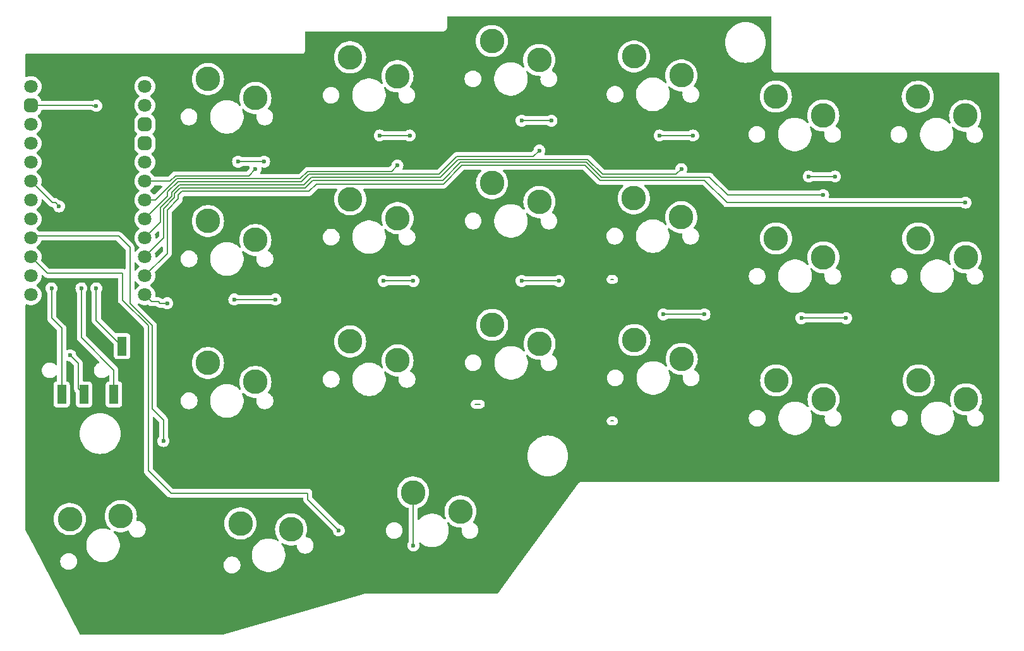
<source format=gbl>
%TF.GenerationSoftware,KiCad,Pcbnew,8.0.1*%
%TF.CreationDate,2024-09-02T22:54:56+02:00*%
%TF.ProjectId,KeyboardTest2,4b657962-6f61-4726-9454-657374322e6b,rev?*%
%TF.SameCoordinates,Original*%
%TF.FileFunction,Copper,L2,Bot*%
%TF.FilePolarity,Positive*%
%FSLAX46Y46*%
G04 Gerber Fmt 4.6, Leading zero omitted, Abs format (unit mm)*
G04 Created by KiCad (PCBNEW 8.0.1) date 2024-09-02 22:54:56*
%MOMM*%
%LPD*%
G01*
G04 APERTURE LIST*
G04 Aperture macros list*
%AMRoundRect*
0 Rectangle with rounded corners*
0 $1 Rounding radius*
0 $2 $3 $4 $5 $6 $7 $8 $9 X,Y pos of 4 corners*
0 Add a 4 corners polygon primitive as box body*
4,1,4,$2,$3,$4,$5,$6,$7,$8,$9,$2,$3,0*
0 Add four circle primitives for the rounded corners*
1,1,$1+$1,$2,$3*
1,1,$1+$1,$4,$5*
1,1,$1+$1,$6,$7*
1,1,$1+$1,$8,$9*
0 Add four rect primitives between the rounded corners*
20,1,$1+$1,$2,$3,$4,$5,0*
20,1,$1+$1,$4,$5,$6,$7,0*
20,1,$1+$1,$6,$7,$8,$9,0*
20,1,$1+$1,$8,$9,$2,$3,0*%
G04 Aperture macros list end*
%TA.AperFunction,ComponentPad*%
%ADD10C,3.300000*%
%TD*%
%TA.AperFunction,ComponentPad*%
%ADD11C,1.800000*%
%TD*%
%TA.AperFunction,ComponentPad*%
%ADD12RoundRect,0.450000X0.450000X0.450000X-0.450000X0.450000X-0.450000X-0.450000X0.450000X-0.450000X0*%
%TD*%
%TA.AperFunction,SMDPad,CuDef*%
%ADD13R,1.200000X2.500000*%
%TD*%
%TA.AperFunction,ViaPad*%
%ADD14C,0.600000*%
%TD*%
%TA.AperFunction,Conductor*%
%ADD15C,0.200000*%
%TD*%
G04 APERTURE END LIST*
D10*
%TO.P,MX15,2,2*%
%TO.N,Net-(D15-A)*%
X85049379Y-62411573D03*
%TO.P,MX15,1,1*%
%TO.N,COL2*%
X91399379Y-64951573D03*
%TD*%
%TO.P,MX13,2,2*%
%TO.N,Net-(D13-A)*%
X46964076Y-67526322D03*
%TO.P,MX13,1,1*%
%TO.N,COL0*%
X53314076Y-70066322D03*
%TD*%
%TO.P,MX17,2,2*%
%TO.N,Net-(D17-A)*%
X123123800Y-69860431D03*
%TO.P,MX17,1,1*%
%TO.N,COL4*%
X129473800Y-72400431D03*
%TD*%
%TO.P,MX14,2,2*%
%TO.N,Net-(D14-A)*%
X66018986Y-64642406D03*
%TO.P,MX14,1,1*%
%TO.N,COL1*%
X72368986Y-67182406D03*
%TD*%
%TO.P,MX10,2,2*%
%TO.N,Net-(D10-A)*%
X104040000Y-45420000D03*
%TO.P,MX10,1,1*%
%TO.N,COL3*%
X110390000Y-47960000D03*
%TD*%
%TO.P,MX2,2,2*%
%TO.N,Net-(D2-A)*%
X66000000Y-26500000D03*
%TO.P,MX2,1,1*%
%TO.N,COL1*%
X72350000Y-29040000D03*
%TD*%
%TO.P,MX11,2,2*%
%TO.N,Net-(D11-A)*%
X123103053Y-50802512D03*
%TO.P,MX11,1,1*%
%TO.N,COL4*%
X129453053Y-53342512D03*
%TD*%
%TO.P,MX16,2,2*%
%TO.N,Net-(D16-A)*%
X104100425Y-64445279D03*
%TO.P,MX16,1,1*%
%TO.N,COL3*%
X110450425Y-66985279D03*
%TD*%
%TO.P,MX18,2,2*%
%TO.N,Net-(D18-A)*%
X142204753Y-69860431D03*
%TO.P,MX18,1,1*%
%TO.N,COL5*%
X148554753Y-72400431D03*
%TD*%
%TO.P,MX3,2,2*%
%TO.N,Net-(D3-A)*%
X85019586Y-24308311D03*
%TO.P,MX3,1,1*%
%TO.N,COL2*%
X91369586Y-26848311D03*
%TD*%
%TO.P,MX5,2,2*%
%TO.N,Net-(D5-A)*%
X123078458Y-31764863D03*
%TO.P,MX5,1,1*%
%TO.N,COL4*%
X129428458Y-34304863D03*
%TD*%
%TO.P,MX9,2,2*%
%TO.N,Net-(D9-A)*%
X85038105Y-43378827D03*
%TO.P,MX9,1,1*%
%TO.N,COL2*%
X91388105Y-45918827D03*
%TD*%
%TO.P,MX21,2,2*%
%TO.N,Net-(D21-A)*%
X74460000Y-84920000D03*
%TO.P,MX21,1,1*%
%TO.N,MIN*%
X80810000Y-87460000D03*
%TD*%
%TO.P,MX4,2,2*%
%TO.N,Net-(D4-A)*%
X104057320Y-26381522D03*
%TO.P,MX4,1,1*%
%TO.N,COL3*%
X110407320Y-28921522D03*
%TD*%
%TO.P,MX1,2,2*%
%TO.N,Net-(D1-A)*%
X46960000Y-29420000D03*
%TO.P,MX1,1,1*%
%TO.N,COL0*%
X53310000Y-31960000D03*
%TD*%
%TO.P,MX6,2,2*%
%TO.N,Net-(D6-A)*%
X142099597Y-31794771D03*
%TO.P,MX6,1,1*%
%TO.N,COL5*%
X148449597Y-34334771D03*
%TD*%
%TO.P,MX12,2,2*%
%TO.N,Net-(D12-A)*%
X142154099Y-50802512D03*
%TO.P,MX12,1,1*%
%TO.N,COL5*%
X148504099Y-53342512D03*
%TD*%
%TO.P,MX7,2,2*%
%TO.N,Net-(D7-A)*%
X46966488Y-48476107D03*
%TO.P,MX7,1,1*%
%TO.N,COL0*%
X53316488Y-51016107D03*
%TD*%
%TO.P,MX20,2,2*%
%TO.N,Net-(D20-A)*%
X51324845Y-89065298D03*
%TO.P,MX20,1,1*%
%TO.N,MIN*%
X58115874Y-89875249D03*
%TD*%
%TO.P,MX19,2,2*%
%TO.N,Net-(D19-A)*%
X28447033Y-88469407D03*
%TO.P,MX19,1,1*%
%TO.N,MIN*%
X35275538Y-88087803D03*
%TD*%
%TO.P,MX8,2,2*%
%TO.N,Net-(D8-A)*%
X66022349Y-45541895D03*
%TO.P,MX8,1,1*%
%TO.N,COL1*%
X72372349Y-48081895D03*
%TD*%
D11*
%TO.P,J1,24,Pin_24*%
%TO.N,M1OUT*%
X23260000Y-58360000D03*
%TO.P,J1,23,Pin_23*%
%TO.N,M2OUT*%
X23260000Y-55820000D03*
%TO.P,J1,22,Pin_22*%
%TO.N,M3OUT*%
X23260000Y-53280000D03*
%TO.P,J1,21,Pin_21*%
%TO.N,ROW2*%
X23260000Y-50740000D03*
%TO.P,J1,20,Pin_20*%
%TO.N,unconnected-(J1-Pin_20-Pad20)*%
X23260000Y-48200000D03*
%TO.P,J1,19,Pin_19*%
%TO.N,unconnected-(J1-Pin_19-Pad19)*%
X23260000Y-45660000D03*
%TO.P,J1,18,Pin_18*%
%TO.N,Net-(J1-Pin_18)*%
X23260000Y-43120000D03*
%TO.P,J1,17,Pin_17*%
%TO.N,Net-(J1-Pin_17)*%
X23260000Y-40580000D03*
%TO.P,J1,16,Pin_16*%
%TO.N,unconnected-(J1-Pin_16-Pad16)*%
X23260000Y-38040000D03*
%TO.P,J1,15,Pin_15*%
%TO.N,unconnected-(J1-Pin_15-Pad15)*%
X23260000Y-35500000D03*
D12*
%TO.P,J1,14,Pin_14*%
%TO.N,Net-(J1-Pin_14)*%
X23260000Y-32960000D03*
D11*
%TO.P,J1,13,Pin_13*%
%TO.N,Net-(J1-Pin_13)*%
X23260000Y-30420000D03*
%TO.P,J1,12,Pin_12*%
%TO.N,ROW1*%
X38500000Y-58360000D03*
%TO.P,J1,11,Pin_11*%
%TO.N,COL5*%
X38500000Y-55820000D03*
%TO.P,J1,10,Pin_10*%
%TO.N,COL4*%
X38500000Y-53280000D03*
%TO.P,J1,9,Pin_9*%
%TO.N,COL3*%
X38500000Y-50740000D03*
%TO.P,J1,8,Pin_8*%
%TO.N,COL2*%
X38500000Y-48200000D03*
%TO.P,J1,7,Pin_7*%
%TO.N,COL1*%
X38500000Y-45660000D03*
%TO.P,J1,6,Pin_6*%
%TO.N,COL0*%
X38500000Y-43120000D03*
%TO.P,J1,5,Pin_5*%
%TO.N,ROW0*%
X38500000Y-40580000D03*
D12*
%TO.P,J1,4,Pin_4*%
%TO.N,MIN*%
X38500000Y-38040000D03*
%TO.P,J1,3,Pin_3*%
%TO.N,unconnected-(J1-Pin_3-Pad3)*%
X38500000Y-35500000D03*
D11*
%TO.P,J1,2,Pin_2*%
%TO.N,unconnected-(J1-Pin_2-Pad2)*%
X38500000Y-32960000D03*
%TO.P,J1,1,Pin_1*%
%TO.N,unconnected-(J1-Pin_1-Pad1)*%
X38500000Y-30420000D03*
%TD*%
D13*
%TO.P,J2,T*%
%TO.N,Net-(J1-Pin_13)*%
X34350000Y-71750000D03*
%TO.P,J2,S*%
%TO.N,Net-(J1-Pin_14)*%
X35450000Y-65250000D03*
%TO.P,J2,R2*%
%TO.N,Net-(J1-Pin_17)*%
X27350000Y-71750000D03*
%TO.P,J2,R1*%
%TO.N,Net-(J1-Pin_18)*%
X30350000Y-71750000D03*
%TD*%
D14*
%TO.N,Net-(D21-A)*%
X74500000Y-92000000D03*
%TO.N,Net-(J1-Pin_14)*%
X32000000Y-33000000D03*
X32000000Y-57500000D03*
%TO.N,Net-(J1-Pin_17)*%
X26000000Y-57500000D03*
%TO.N,Net-(J1-Pin_18)*%
X28500000Y-66500000D03*
X27000000Y-46500000D03*
%TO.N,Net-(J1-Pin_13)*%
X30000000Y-57500000D03*
%TO.N,ROW0*%
X51000000Y-40500000D03*
X107500000Y-37000000D03*
X93000000Y-35000000D03*
X127500000Y-42500000D03*
X54500000Y-40500000D03*
X89000000Y-35000000D03*
X131000000Y-42500000D03*
X112000000Y-37000000D03*
X74000000Y-37000000D03*
X70000000Y-37000000D03*
%TO.N,ROW1*%
X56000000Y-59000000D03*
X132500000Y-61500000D03*
X50500000Y-59000000D03*
X126500000Y-61500000D03*
X41500000Y-59500000D03*
X113500000Y-61000000D03*
X108000000Y-61000000D03*
X89000000Y-56500000D03*
X94000000Y-56500000D03*
X70500000Y-56500000D03*
X74500000Y-56500000D03*
%TO.N,ROW2*%
X41000000Y-78000000D03*
%TO.N,COL0*%
X53316488Y-41500000D03*
%TO.N,COL1*%
X72350000Y-41000000D03*
%TO.N,COL2*%
X91388105Y-39000000D03*
%TO.N,COL3*%
X110407320Y-41500000D03*
%TO.N,COL4*%
X129428458Y-45000000D03*
%TO.N,COL5*%
X148494597Y-46000000D03*
%TO.N,M3OUT*%
X64500000Y-90000000D03*
%TD*%
D15*
%TO.N,Net-(D9-A)*%
X85038105Y-43378827D02*
X85234205Y-43574927D01*
%TO.N,Net-(D21-A)*%
X74460000Y-91960000D02*
X74500000Y-92000000D01*
X74460000Y-84920000D02*
X74460000Y-91960000D01*
%TO.N,Net-(J1-Pin_14)*%
X31500000Y-33000000D02*
X31460000Y-32960000D01*
X32000000Y-33000000D02*
X31500000Y-33000000D01*
X32000000Y-61800000D02*
X32000000Y-61000000D01*
X35450000Y-65250000D02*
X32000000Y-61800000D01*
X32000000Y-61000000D02*
X32000000Y-57500000D01*
X31460000Y-32960000D02*
X23260000Y-32960000D01*
%TO.N,Net-(J1-Pin_17)*%
X26000000Y-61500000D02*
X26000000Y-57500000D01*
X27350000Y-71750000D02*
X27350000Y-62850000D01*
X27350000Y-62850000D02*
X26000000Y-61500000D01*
%TO.N,Net-(J1-Pin_18)*%
X26500000Y-46000000D02*
X26140000Y-46000000D01*
X30350000Y-71750000D02*
X29600000Y-71000000D01*
X29600000Y-67600000D02*
X28500000Y-66500000D01*
X27000000Y-46500000D02*
X26500000Y-46000000D01*
X29600000Y-71000000D02*
X29600000Y-67600000D01*
X26140000Y-46000000D02*
X23260000Y-43120000D01*
%TO.N,Net-(J1-Pin_13)*%
X30000000Y-60500000D02*
X30000000Y-57500000D01*
X30000000Y-64123654D02*
X30000000Y-61000000D01*
X34350000Y-68473654D02*
X30000000Y-64123654D01*
X30000000Y-61000000D02*
X30000000Y-60500000D01*
X34350000Y-71750000D02*
X34350000Y-68473654D01*
%TO.N,ROW0*%
X131000000Y-42500000D02*
X127500000Y-42500000D01*
X74000000Y-37000000D02*
X70000000Y-37000000D01*
X53500000Y-40500000D02*
X51000000Y-40500000D01*
X93000000Y-35000000D02*
X89000000Y-35000000D01*
X54500000Y-40500000D02*
X53500000Y-40500000D01*
X112000000Y-37000000D02*
X107500000Y-37000000D01*
%TO.N,ROW1*%
X112500000Y-61000000D02*
X108000000Y-61000000D01*
X55000000Y-59000000D02*
X50500000Y-59000000D01*
X40300000Y-59300000D02*
X39440000Y-59300000D01*
X132500000Y-61500000D02*
X126500000Y-61500000D01*
X74500000Y-56500000D02*
X70500000Y-56500000D01*
X41500000Y-59500000D02*
X40500000Y-59500000D01*
X39440000Y-59300000D02*
X38500000Y-58360000D01*
X113500000Y-61000000D02*
X112500000Y-61000000D01*
X56000000Y-59000000D02*
X55000000Y-59000000D01*
X40500000Y-59500000D02*
X40300000Y-59300000D01*
X94000000Y-56500000D02*
X89000000Y-56500000D01*
X101000000Y-56300000D02*
X101300000Y-56300000D01*
%TO.N,ROW2*%
X82782089Y-73059564D02*
X83440436Y-73059564D01*
X39500000Y-62500000D02*
X39500000Y-73650000D01*
X36500000Y-52000000D02*
X36500000Y-59500000D01*
X36500000Y-59500000D02*
X39500000Y-62500000D01*
X101000000Y-75300000D02*
X101300000Y-75300000D01*
X23260000Y-50740000D02*
X23500000Y-50500000D01*
X35000000Y-50500000D02*
X36500000Y-52000000D01*
X39500000Y-73650000D02*
X41000000Y-75150000D01*
X41000000Y-75150000D02*
X41000000Y-78000000D01*
X23500000Y-50500000D02*
X35000000Y-50500000D01*
%TO.N,COL0*%
X38500000Y-43120000D02*
X41880000Y-43120000D01*
X42601474Y-42398529D02*
X52417959Y-42398529D01*
X41880000Y-43120000D02*
X42601474Y-42398529D01*
X52417959Y-42398529D02*
X53316488Y-41500000D01*
%TO.N,COL1*%
X71550000Y-41800000D02*
X72350000Y-41000000D01*
X60332844Y-41800000D02*
X71550000Y-41800000D01*
X59334314Y-42798529D02*
X60332844Y-41800000D01*
X42767159Y-42798529D02*
X59334314Y-42798529D01*
X39905686Y-45660000D02*
X42767159Y-42798529D01*
X38500000Y-45660000D02*
X39905686Y-45660000D01*
%TO.N,COL2*%
X80334315Y-39800000D02*
X90588105Y-39800000D01*
X90588105Y-39800000D02*
X91388105Y-39000000D01*
X42932844Y-43198529D02*
X59500000Y-43198529D01*
X60498529Y-42200000D02*
X77934314Y-42200000D01*
X41565686Y-45134314D02*
X41565686Y-44565686D01*
X59500000Y-43198529D02*
X60498529Y-42200000D01*
X38500000Y-48200000D02*
X41565686Y-45134314D01*
X77934314Y-42200000D02*
X80334315Y-39800000D01*
X41565686Y-44565686D02*
X42932844Y-43198529D01*
%TO.N,COL3*%
X40632843Y-46632843D02*
X42098529Y-45167157D01*
X78100000Y-42600000D02*
X80500000Y-40200000D01*
X97831372Y-40200000D02*
X99831372Y-42200000D01*
X43098529Y-43598529D02*
X59835785Y-43598529D01*
X42098529Y-45167157D02*
X42098529Y-44598529D01*
X109707320Y-42200000D02*
X110407320Y-41500000D01*
X42098529Y-44598529D02*
X43098529Y-43598529D01*
X99831372Y-42200000D02*
X109707320Y-42200000D01*
X80500000Y-40200000D02*
X97831372Y-40200000D01*
X60834315Y-42600000D02*
X78100000Y-42600000D01*
X40632843Y-48607157D02*
X40632843Y-46632843D01*
X38500000Y-50740000D02*
X40632843Y-48607157D01*
X59835785Y-43598529D02*
X60834315Y-42600000D01*
%TO.N,COL4*%
X38500000Y-53280000D02*
X41032843Y-50747157D01*
X42498529Y-44764215D02*
X43262744Y-44000000D01*
X41032843Y-50747157D02*
X41032843Y-46798529D01*
X116592843Y-45000000D02*
X129428458Y-45000000D01*
X114192843Y-42600000D02*
X116592843Y-45000000D01*
X61000000Y-43000000D02*
X78434314Y-43000000D01*
X78434314Y-43000000D02*
X80834315Y-40600000D01*
X80834315Y-40600000D02*
X97665686Y-40600000D01*
X99665686Y-42600000D02*
X114192843Y-42600000D01*
X60000000Y-44000000D02*
X61000000Y-43000000D01*
X43262744Y-44000000D02*
X60000000Y-44000000D01*
X97665686Y-40600000D02*
X99665686Y-42600000D01*
X41032843Y-46798529D02*
X42498529Y-45332843D01*
X42498529Y-45332843D02*
X42498529Y-44764215D01*
%TO.N,COL5*%
X99500000Y-43000000D02*
X113500000Y-43000000D01*
X43000000Y-45000000D02*
X43500000Y-44500000D01*
X97500000Y-41000000D02*
X99500000Y-43000000D01*
X38500000Y-55820000D02*
X41500000Y-52820000D01*
X78500000Y-43500000D02*
X81000000Y-41000000D01*
X43500000Y-44500000D02*
X60500000Y-44500000D01*
X113500000Y-43000000D02*
X116500000Y-46000000D01*
X41500000Y-47000000D02*
X43000000Y-45500000D01*
X60500000Y-44500000D02*
X61500000Y-43500000D01*
X41500000Y-52820000D02*
X41500000Y-47000000D01*
X61500000Y-43500000D02*
X78500000Y-43500000D01*
X116500000Y-46000000D02*
X148494597Y-46000000D01*
X81000000Y-41000000D02*
X97500000Y-41000000D01*
X43000000Y-45500000D02*
X43000000Y-45000000D01*
%TO.N,M3OUT*%
X25480000Y-55500000D02*
X23260000Y-53280000D01*
X64500000Y-90000000D02*
X60350000Y-85850000D01*
X42000000Y-85000000D02*
X38967157Y-81967157D01*
X35500000Y-55500000D02*
X25480000Y-55500000D01*
X60350000Y-85000000D02*
X42000000Y-85000000D01*
X60350000Y-85850000D02*
X60350000Y-85000000D01*
X38967157Y-81967157D02*
X38967157Y-62532843D01*
X35500000Y-59065685D02*
X35500000Y-55500000D01*
X38967157Y-62532843D02*
X35500000Y-59065685D01*
%TD*%
%TA.AperFunction,NonConductor*%
G36*
X40763629Y-43740185D02*
G01*
X40809384Y-43792989D01*
X40819328Y-43862147D01*
X40790303Y-43925703D01*
X40784275Y-43932176D01*
X40615951Y-44100500D01*
X39839698Y-44876751D01*
X39778375Y-44910236D01*
X39708683Y-44905252D01*
X39652750Y-44863380D01*
X39648208Y-44856891D01*
X39608980Y-44796849D01*
X39608979Y-44796847D01*
X39451784Y-44626087D01*
X39274180Y-44487853D01*
X39233368Y-44431143D01*
X39229693Y-44361370D01*
X39264324Y-44300687D01*
X39274181Y-44292146D01*
X39297224Y-44274211D01*
X39451784Y-44153913D01*
X39608979Y-43983153D01*
X39735924Y-43788849D01*
X39735926Y-43788843D01*
X39737747Y-43785481D01*
X39786967Y-43735891D01*
X39846801Y-43720500D01*
X40696590Y-43720500D01*
X40763629Y-43740185D01*
G37*
%TD.AperFunction*%
%TA.AperFunction,NonConductor*%
G36*
X40351677Y-49840071D02*
G01*
X40407610Y-49881943D01*
X40432027Y-49947407D01*
X40432343Y-49956253D01*
X40432343Y-50447059D01*
X40412658Y-50514098D01*
X40396024Y-50534740D01*
X40116310Y-50814454D01*
X40054987Y-50847939D01*
X39985295Y-50842955D01*
X39929362Y-50801083D01*
X39905053Y-50737013D01*
X39886135Y-50508702D01*
X39886131Y-50508682D01*
X39841680Y-50333151D01*
X39844304Y-50263331D01*
X39874202Y-50215031D01*
X40220663Y-49868571D01*
X40281985Y-49835087D01*
X40351677Y-49840071D01*
G37*
%TD.AperFunction*%
%TA.AperFunction,NonConductor*%
G36*
X40818834Y-51912914D02*
G01*
X40874767Y-51954786D01*
X40899184Y-52020250D01*
X40899500Y-52029096D01*
X40899500Y-52519901D01*
X40879815Y-52586940D01*
X40863181Y-52607582D01*
X40116309Y-53354453D01*
X40054986Y-53387938D01*
X39985294Y-53382954D01*
X39929361Y-53341082D01*
X39905052Y-53277015D01*
X39886134Y-53048695D01*
X39885748Y-53047172D01*
X39841680Y-52873151D01*
X39844304Y-52803331D01*
X39874202Y-52755031D01*
X40687820Y-51941414D01*
X40749142Y-51907930D01*
X40818834Y-51912914D01*
G37*
%TD.AperFunction*%
%TA.AperFunction,NonConductor*%
G36*
X34766942Y-51120185D02*
G01*
X34787584Y-51136819D01*
X35863181Y-52212416D01*
X35896666Y-52273739D01*
X35899500Y-52300097D01*
X35899500Y-54824314D01*
X35879815Y-54891353D01*
X35827011Y-54937108D01*
X35757853Y-54947052D01*
X35739752Y-54942087D01*
X35739635Y-54942527D01*
X35731785Y-54940423D01*
X35731784Y-54940423D01*
X35579057Y-54899500D01*
X35579056Y-54899500D01*
X25780097Y-54899500D01*
X25713058Y-54879815D01*
X25692416Y-54863181D01*
X24634204Y-53804969D01*
X24600719Y-53743646D01*
X24601680Y-53686847D01*
X24614022Y-53638113D01*
X24646134Y-53511305D01*
X24646135Y-53511297D01*
X24665300Y-53280006D01*
X24665300Y-53279993D01*
X24646135Y-53048702D01*
X24646133Y-53048691D01*
X24589157Y-52823699D01*
X24495924Y-52611151D01*
X24368983Y-52416852D01*
X24368980Y-52416849D01*
X24368979Y-52416847D01*
X24211784Y-52246087D01*
X24034180Y-52107853D01*
X23993368Y-52051143D01*
X23989693Y-51981370D01*
X24024324Y-51920687D01*
X24034181Y-51912146D01*
X24039598Y-51907930D01*
X24211784Y-51773913D01*
X24368979Y-51603153D01*
X24495924Y-51408849D01*
X24589157Y-51196300D01*
X24589723Y-51194065D01*
X24590204Y-51193249D01*
X24590824Y-51191446D01*
X24591194Y-51191573D01*
X24625260Y-51133908D01*
X24687679Y-51102513D01*
X24709930Y-51100500D01*
X34699903Y-51100500D01*
X34766942Y-51120185D01*
G37*
%TD.AperFunction*%
%TA.AperFunction,NonConductor*%
G36*
X37305703Y-54021273D02*
G01*
X37328309Y-54047165D01*
X37391016Y-54143147D01*
X37391019Y-54143151D01*
X37391021Y-54143153D01*
X37548216Y-54313913D01*
X37548219Y-54313915D01*
X37548222Y-54313918D01*
X37725818Y-54452147D01*
X37766631Y-54508857D01*
X37770306Y-54578630D01*
X37735674Y-54639313D01*
X37725818Y-54647853D01*
X37548222Y-54786081D01*
X37548219Y-54786084D01*
X37548216Y-54786086D01*
X37548216Y-54786087D01*
X37513026Y-54824314D01*
X37391018Y-54956850D01*
X37328309Y-55052835D01*
X37275162Y-55098191D01*
X37205931Y-55107615D01*
X37142595Y-55078113D01*
X37105264Y-55019053D01*
X37100500Y-54985013D01*
X37100500Y-54114986D01*
X37120185Y-54047947D01*
X37172989Y-54002192D01*
X37242147Y-53992248D01*
X37305703Y-54021273D01*
G37*
%TD.AperFunction*%
%TA.AperFunction,NonConductor*%
G36*
X37305703Y-56561273D02*
G01*
X37328309Y-56587165D01*
X37391016Y-56683147D01*
X37391019Y-56683151D01*
X37391021Y-56683153D01*
X37548216Y-56853913D01*
X37548219Y-56853915D01*
X37548222Y-56853918D01*
X37725818Y-56992147D01*
X37766631Y-57048857D01*
X37770306Y-57118630D01*
X37735674Y-57179313D01*
X37725818Y-57187853D01*
X37548222Y-57326081D01*
X37548219Y-57326084D01*
X37391018Y-57496850D01*
X37328309Y-57592835D01*
X37275162Y-57638191D01*
X37205931Y-57647615D01*
X37142595Y-57618113D01*
X37105264Y-57559053D01*
X37100500Y-57525013D01*
X37100500Y-56654986D01*
X37120185Y-56587947D01*
X37172989Y-56542192D01*
X37242147Y-56532248D01*
X37305703Y-56561273D01*
G37*
%TD.AperFunction*%
%TA.AperFunction,NonConductor*%
G36*
X122442539Y-21020185D02*
G01*
X122488294Y-21072989D01*
X122499500Y-21124500D01*
X122499500Y-28065891D01*
X122533608Y-28193187D01*
X122564738Y-28247105D01*
X122599500Y-28307314D01*
X122692686Y-28400500D01*
X122791521Y-28457563D01*
X122797935Y-28461266D01*
X122806814Y-28466392D01*
X122934108Y-28500500D01*
X123065892Y-28500500D01*
X152875500Y-28500500D01*
X152942539Y-28520185D01*
X152988294Y-28572989D01*
X152999500Y-28624500D01*
X152999500Y-83375500D01*
X152979815Y-83442539D01*
X152927011Y-83488294D01*
X152875500Y-83499500D01*
X97034112Y-83499500D01*
X97020606Y-83498762D01*
X96989023Y-83495301D01*
X96989016Y-83495301D01*
X96971100Y-83498058D01*
X96952245Y-83499500D01*
X96934106Y-83499500D01*
X96903412Y-83507724D01*
X96890181Y-83510506D01*
X96858771Y-83515338D01*
X96858763Y-83515341D01*
X96842162Y-83522644D01*
X96824330Y-83528914D01*
X96806818Y-83533606D01*
X96806813Y-83533608D01*
X96779288Y-83549499D01*
X96767229Y-83555609D01*
X96738142Y-83568406D01*
X96738140Y-83568407D01*
X96723994Y-83579759D01*
X96708392Y-83590431D01*
X96692688Y-83599498D01*
X96670208Y-83621976D01*
X96660144Y-83630997D01*
X96635359Y-83650888D01*
X96635357Y-83650889D01*
X96624629Y-83665518D01*
X96612325Y-83679860D01*
X96599499Y-83692686D01*
X96583609Y-83720208D01*
X96576218Y-83731533D01*
X88901133Y-94197560D01*
X87986600Y-95444651D01*
X85783536Y-98448829D01*
X85728018Y-98491249D01*
X85683542Y-98499500D01*
X68073684Y-98499500D01*
X68059953Y-98498737D01*
X68055882Y-98498283D01*
X67996262Y-98499475D01*
X67993784Y-98499500D01*
X67934104Y-98499500D01*
X67930014Y-98500038D01*
X67929686Y-98500062D01*
X67928541Y-98500225D01*
X67928210Y-98500294D01*
X67924125Y-98500915D01*
X67866873Y-98517488D01*
X67864491Y-98518152D01*
X67806810Y-98533608D01*
X67803005Y-98535184D01*
X67790051Y-98539725D01*
X48945908Y-103994610D01*
X48911429Y-103999500D01*
X29880075Y-103999500D01*
X29813036Y-103979815D01*
X29769936Y-103932468D01*
X24754254Y-94235480D01*
X27166412Y-94235480D01*
X27167825Y-94244400D01*
X27194126Y-94410457D01*
X27248868Y-94578940D01*
X27248869Y-94578943D01*
X27319815Y-94718180D01*
X27329298Y-94736791D01*
X27433429Y-94880115D01*
X27558698Y-95005384D01*
X27702022Y-95109515D01*
X27779441Y-95148962D01*
X27859869Y-95189943D01*
X27859872Y-95189944D01*
X27944113Y-95217315D01*
X28028357Y-95244687D01*
X28203333Y-95272401D01*
X28203334Y-95272401D01*
X28380490Y-95272401D01*
X28380491Y-95272401D01*
X28555467Y-95244687D01*
X28723954Y-95189943D01*
X28881802Y-95109515D01*
X29025126Y-95005384D01*
X29150395Y-94880115D01*
X29254526Y-94736791D01*
X29264009Y-94718180D01*
X49060694Y-94718180D01*
X49088408Y-94893158D01*
X49143150Y-95061641D01*
X49143151Y-95061644D01*
X49205979Y-95184949D01*
X49223580Y-95219492D01*
X49327711Y-95362816D01*
X49452980Y-95488085D01*
X49596304Y-95592216D01*
X49673723Y-95631663D01*
X49754151Y-95672644D01*
X49754154Y-95672645D01*
X49838395Y-95700016D01*
X49922639Y-95727388D01*
X50097615Y-95755102D01*
X50097616Y-95755102D01*
X50274772Y-95755102D01*
X50274773Y-95755102D01*
X50449749Y-95727388D01*
X50618236Y-95672644D01*
X50776084Y-95592216D01*
X50919408Y-95488085D01*
X51044677Y-95362816D01*
X51148808Y-95219492D01*
X51229236Y-95061644D01*
X51283980Y-94893157D01*
X51311694Y-94718181D01*
X51311694Y-94541023D01*
X51283980Y-94366047D01*
X51244455Y-94244400D01*
X51229237Y-94197562D01*
X51229236Y-94197559D01*
X51148807Y-94039711D01*
X51132493Y-94017257D01*
X51044677Y-93896388D01*
X50919408Y-93771119D01*
X50776084Y-93666988D01*
X50618236Y-93586559D01*
X50618233Y-93586558D01*
X50449750Y-93531816D01*
X50362261Y-93517959D01*
X50274773Y-93504102D01*
X50097615Y-93504102D01*
X50039289Y-93513340D01*
X49922637Y-93531816D01*
X49754154Y-93586558D01*
X49754151Y-93586559D01*
X49596303Y-93666988D01*
X49530415Y-93714859D01*
X49452980Y-93771119D01*
X49452978Y-93771121D01*
X49452977Y-93771121D01*
X49327713Y-93896385D01*
X49327713Y-93896386D01*
X49327711Y-93896388D01*
X49282990Y-93957940D01*
X49223580Y-94039711D01*
X49143151Y-94197559D01*
X49143150Y-94197562D01*
X49088408Y-94366045D01*
X49060694Y-94541023D01*
X49060694Y-94718180D01*
X29264009Y-94718180D01*
X29334954Y-94578943D01*
X29389698Y-94410456D01*
X29417412Y-94235480D01*
X29417412Y-94058322D01*
X29389698Y-93883346D01*
X29334954Y-93714859D01*
X29334954Y-93714858D01*
X29269582Y-93586560D01*
X29254526Y-93557011D01*
X29150395Y-93413687D01*
X29025126Y-93288418D01*
X28881802Y-93184287D01*
X28723954Y-93103858D01*
X28723951Y-93103857D01*
X28555468Y-93049115D01*
X28467979Y-93035258D01*
X28380491Y-93021401D01*
X28203333Y-93021401D01*
X28145007Y-93030639D01*
X28028355Y-93049115D01*
X27859872Y-93103857D01*
X27859869Y-93103858D01*
X27702021Y-93184287D01*
X27620250Y-93243697D01*
X27558698Y-93288418D01*
X27558696Y-93288420D01*
X27558695Y-93288420D01*
X27433431Y-93413684D01*
X27433431Y-93413685D01*
X27433429Y-93413687D01*
X27398400Y-93461900D01*
X27329298Y-93557010D01*
X27248869Y-93714858D01*
X27248868Y-93714861D01*
X27194126Y-93883344D01*
X27172915Y-94017265D01*
X27166412Y-94058322D01*
X27166412Y-94235480D01*
X24754254Y-94235480D01*
X23674057Y-92147099D01*
X30651556Y-92147099D01*
X30651557Y-92147116D01*
X30689957Y-92438796D01*
X30766108Y-92722994D01*
X30878690Y-92994794D01*
X30878698Y-92994810D01*
X31025796Y-93249589D01*
X31025807Y-93249605D01*
X31204904Y-93483009D01*
X31204910Y-93483016D01*
X31412939Y-93691045D01*
X31412945Y-93691050D01*
X31646359Y-93870155D01*
X31646366Y-93870159D01*
X31901145Y-94017257D01*
X31901161Y-94017265D01*
X32172961Y-94129847D01*
X32172963Y-94129847D01*
X32172969Y-94129850D01*
X32457156Y-94205998D01*
X32748850Y-94244400D01*
X32748857Y-94244400D01*
X33043055Y-94244400D01*
X33043062Y-94244400D01*
X33334756Y-94205998D01*
X33618943Y-94129850D01*
X33692274Y-94099475D01*
X33890750Y-94017265D01*
X33890753Y-94017263D01*
X33890759Y-94017261D01*
X34145553Y-93870155D01*
X34378967Y-93691050D01*
X34587006Y-93483011D01*
X34603205Y-93461900D01*
X52848697Y-93461900D01*
X52848698Y-93461917D01*
X52881998Y-93714861D01*
X52887099Y-93753601D01*
X52891793Y-93771121D01*
X52963249Y-94037795D01*
X53075831Y-94309595D01*
X53075839Y-94309611D01*
X53222937Y-94564390D01*
X53222948Y-94564406D01*
X53402045Y-94797810D01*
X53402051Y-94797817D01*
X53610080Y-95005846D01*
X53610086Y-95005851D01*
X53843500Y-95184956D01*
X53843507Y-95184960D01*
X54098286Y-95332058D01*
X54098302Y-95332066D01*
X54370102Y-95444648D01*
X54370104Y-95444648D01*
X54370110Y-95444651D01*
X54654297Y-95520799D01*
X54945991Y-95559201D01*
X54945998Y-95559201D01*
X55240196Y-95559201D01*
X55240203Y-95559201D01*
X55531897Y-95520799D01*
X55816084Y-95444651D01*
X56013648Y-95362818D01*
X56087891Y-95332066D01*
X56087894Y-95332064D01*
X56087900Y-95332062D01*
X56342694Y-95184956D01*
X56576108Y-95005851D01*
X56784147Y-94797812D01*
X56963252Y-94564398D01*
X57110358Y-94309604D01*
X57141062Y-94235479D01*
X57222944Y-94037795D01*
X57222943Y-94037795D01*
X57222947Y-94037788D01*
X57299095Y-93753601D01*
X57337497Y-93461907D01*
X57337497Y-93167695D01*
X57299095Y-92876001D01*
X57222947Y-92591814D01*
X57185854Y-92502262D01*
X57110362Y-92320006D01*
X57110354Y-92319990D01*
X56963256Y-92065211D01*
X56963252Y-92065204D01*
X56926461Y-92017257D01*
X56828701Y-91889853D01*
X56803507Y-91824684D01*
X56817545Y-91756239D01*
X56866359Y-91706250D01*
X56934451Y-91690586D01*
X56991503Y-91708418D01*
X57105500Y-91777741D01*
X57124199Y-91789112D01*
X57356131Y-91889853D01*
X57394033Y-91906316D01*
X57677319Y-91985689D01*
X57907051Y-92017265D01*
X57968775Y-92025749D01*
X57968776Y-92025749D01*
X58262973Y-92025749D01*
X58294394Y-92021429D01*
X58554429Y-91985689D01*
X58717045Y-91940126D01*
X58786909Y-91940994D01*
X58845214Y-91979495D01*
X58873447Y-92043406D01*
X58874500Y-92059528D01*
X58874500Y-92088578D01*
X58902214Y-92263556D01*
X58956956Y-92432039D01*
X58956957Y-92432042D01*
X58992737Y-92502262D01*
X59037386Y-92589890D01*
X59141517Y-92733214D01*
X59266786Y-92858483D01*
X59410110Y-92962614D01*
X59473284Y-92994803D01*
X59567957Y-93043042D01*
X59567960Y-93043043D01*
X59652201Y-93070414D01*
X59736445Y-93097786D01*
X59911421Y-93125500D01*
X59911422Y-93125500D01*
X60088578Y-93125500D01*
X60088579Y-93125500D01*
X60263555Y-93097786D01*
X60432042Y-93043042D01*
X60589890Y-92962614D01*
X60733214Y-92858483D01*
X60858483Y-92733214D01*
X60962614Y-92589890D01*
X61043042Y-92432042D01*
X61097786Y-92263555D01*
X61125500Y-92088579D01*
X61125500Y-91911421D01*
X61097786Y-91736445D01*
X61068833Y-91647335D01*
X61043043Y-91567960D01*
X61043042Y-91567957D01*
X60999758Y-91483009D01*
X60962614Y-91410110D01*
X60858483Y-91266786D01*
X60733214Y-91141517D01*
X60589890Y-91037386D01*
X60526732Y-91005205D01*
X60432042Y-90956957D01*
X60432039Y-90956956D01*
X60263556Y-90902214D01*
X60192872Y-90891018D01*
X60129737Y-90861088D01*
X60092807Y-90801776D01*
X60093805Y-90731913D01*
X60095431Y-90727020D01*
X60095869Y-90725789D01*
X60191466Y-90456803D01*
X60191466Y-90456798D01*
X60191469Y-90456792D01*
X60245195Y-90198243D01*
X60251322Y-90168760D01*
X60271399Y-89875249D01*
X60251322Y-89581738D01*
X60217932Y-89421056D01*
X60191469Y-89293705D01*
X60191464Y-89293689D01*
X60150266Y-89177770D01*
X60092946Y-89016485D01*
X59957596Y-88755273D01*
X59957595Y-88755271D01*
X59957591Y-88755265D01*
X59787941Y-88514925D01*
X59663158Y-88381316D01*
X59587134Y-88299914D01*
X59587132Y-88299913D01*
X59587130Y-88299910D01*
X59378092Y-88129845D01*
X59358923Y-88114250D01*
X59358921Y-88114249D01*
X59358919Y-88114247D01*
X59107554Y-87961388D01*
X59107549Y-87961386D01*
X58837719Y-87844183D01*
X58554434Y-87764810D01*
X58554430Y-87764809D01*
X58554429Y-87764809D01*
X58408700Y-87744779D01*
X58262973Y-87724749D01*
X58262972Y-87724749D01*
X57968776Y-87724749D01*
X57968775Y-87724749D01*
X57677319Y-87764809D01*
X57677313Y-87764810D01*
X57394028Y-87844183D01*
X57124198Y-87961386D01*
X57124193Y-87961388D01*
X56872828Y-88114247D01*
X56644617Y-88299910D01*
X56443806Y-88514925D01*
X56274156Y-88755265D01*
X56274152Y-88755271D01*
X56138801Y-89016486D01*
X56040283Y-89293689D01*
X56040278Y-89293705D01*
X55980426Y-89581735D01*
X55980425Y-89581737D01*
X55960349Y-89875249D01*
X55980425Y-90168760D01*
X55980426Y-90168762D01*
X56040278Y-90456792D01*
X56040283Y-90456808D01*
X56138801Y-90734011D01*
X56274152Y-90995226D01*
X56274156Y-90995232D01*
X56436981Y-91225903D01*
X56459560Y-91292024D01*
X56442806Y-91359855D01*
X56392040Y-91407861D01*
X56323379Y-91420800D01*
X56273677Y-91404798D01*
X56087907Y-91297543D01*
X56087891Y-91297535D01*
X55816091Y-91184953D01*
X55781700Y-91175738D01*
X55531897Y-91108803D01*
X55531896Y-91108802D01*
X55531893Y-91108802D01*
X55240213Y-91070402D01*
X55240208Y-91070401D01*
X55240203Y-91070401D01*
X54945991Y-91070401D01*
X54945985Y-91070401D01*
X54945980Y-91070402D01*
X54654300Y-91108802D01*
X54370102Y-91184953D01*
X54098302Y-91297535D01*
X54098286Y-91297543D01*
X53843507Y-91444641D01*
X53843491Y-91444652D01*
X53610087Y-91623749D01*
X53610080Y-91623755D01*
X53402051Y-91831784D01*
X53402045Y-91831791D01*
X53222948Y-92065195D01*
X53222937Y-92065211D01*
X53075839Y-92319990D01*
X53075831Y-92320006D01*
X52963249Y-92591806D01*
X52887098Y-92876004D01*
X52848698Y-93167684D01*
X52848697Y-93167701D01*
X52848697Y-93461900D01*
X34603205Y-93461900D01*
X34766111Y-93249597D01*
X34913217Y-92994803D01*
X34926551Y-92962613D01*
X35025803Y-92722994D01*
X35025802Y-92722994D01*
X35025806Y-92722987D01*
X35101954Y-92438800D01*
X35140356Y-92147106D01*
X35140356Y-91852894D01*
X35101954Y-91561200D01*
X35025806Y-91277013D01*
X35021569Y-91266783D01*
X34913221Y-91005205D01*
X34913213Y-91005189D01*
X34766115Y-90750410D01*
X34766111Y-90750403D01*
X34681884Y-90640636D01*
X34587007Y-90516990D01*
X34587001Y-90516983D01*
X34378972Y-90308954D01*
X34375916Y-90306274D01*
X34376789Y-90305278D01*
X34338908Y-90253399D01*
X34334754Y-90183653D01*
X34368967Y-90122733D01*
X34430685Y-90089980D01*
X34500312Y-90095795D01*
X34505000Y-90097718D01*
X34553697Y-90118870D01*
X34836983Y-90198243D01*
X35071000Y-90230408D01*
X35128439Y-90238303D01*
X35128440Y-90238303D01*
X35422637Y-90238303D01*
X35454058Y-90233983D01*
X35714093Y-90198243D01*
X35997379Y-90118870D01*
X36229652Y-90017979D01*
X36298983Y-90009326D01*
X36361987Y-90039530D01*
X36398660Y-90099001D01*
X36401525Y-90112306D01*
X36402214Y-90116656D01*
X36456956Y-90285138D01*
X36456957Y-90285141D01*
X36528538Y-90425624D01*
X36537386Y-90442989D01*
X36641517Y-90586313D01*
X36766786Y-90711582D01*
X36910110Y-90815713D01*
X36987529Y-90855160D01*
X37067957Y-90896141D01*
X37067960Y-90896142D01*
X37152201Y-90923513D01*
X37236445Y-90950885D01*
X37411421Y-90978599D01*
X37411422Y-90978599D01*
X37588578Y-90978599D01*
X37588579Y-90978599D01*
X37763555Y-90950885D01*
X37932042Y-90896141D01*
X38089890Y-90815713D01*
X38233214Y-90711582D01*
X38358483Y-90586313D01*
X38462614Y-90442989D01*
X38543042Y-90285141D01*
X38597786Y-90116654D01*
X38625500Y-89941678D01*
X38625500Y-89764520D01*
X38597786Y-89589544D01*
X38543042Y-89421057D01*
X38543042Y-89421056D01*
X38495713Y-89328169D01*
X38462614Y-89263209D01*
X38358483Y-89119885D01*
X38303896Y-89065298D01*
X49169320Y-89065298D01*
X49189396Y-89358809D01*
X49189397Y-89358811D01*
X49249249Y-89646841D01*
X49249254Y-89646857D01*
X49347772Y-89924060D01*
X49483123Y-90185275D01*
X49483127Y-90185281D01*
X49652777Y-90425621D01*
X49668998Y-90442989D01*
X49802854Y-90586314D01*
X49853588Y-90640636D01*
X49965783Y-90731913D01*
X50081796Y-90826297D01*
X50081798Y-90826298D01*
X50081799Y-90826299D01*
X50333164Y-90979158D01*
X50333169Y-90979160D01*
X50602999Y-91096363D01*
X50603004Y-91096365D01*
X50886290Y-91175738D01*
X51142526Y-91210957D01*
X51177746Y-91215798D01*
X51177747Y-91215798D01*
X51471944Y-91215798D01*
X51503365Y-91211478D01*
X51763400Y-91175738D01*
X52046686Y-91096365D01*
X52316527Y-90979157D01*
X52567894Y-90826297D01*
X52796105Y-90640633D01*
X52996910Y-90425624D01*
X53166567Y-90185274D01*
X53301917Y-89924062D01*
X53400437Y-89646852D01*
X53400437Y-89646847D01*
X53400440Y-89646841D01*
X53447357Y-89421059D01*
X53460293Y-89358809D01*
X53480370Y-89065298D01*
X53460293Y-88771787D01*
X53422969Y-88592172D01*
X53400440Y-88483754D01*
X53400435Y-88483738D01*
X53364034Y-88381316D01*
X53301917Y-88206534D01*
X53166567Y-87945322D01*
X53166566Y-87945320D01*
X53166562Y-87945314D01*
X52996912Y-87704974D01*
X52929975Y-87633302D01*
X52796105Y-87489963D01*
X52796103Y-87489962D01*
X52796101Y-87489959D01*
X52625913Y-87351501D01*
X52567894Y-87304299D01*
X52567892Y-87304298D01*
X52567890Y-87304296D01*
X52316525Y-87151437D01*
X52316520Y-87151435D01*
X52046690Y-87034232D01*
X51763405Y-86954859D01*
X51763401Y-86954858D01*
X51763400Y-86954858D01*
X51617671Y-86934828D01*
X51471944Y-86914798D01*
X51471943Y-86914798D01*
X51177747Y-86914798D01*
X51177746Y-86914798D01*
X50886290Y-86954858D01*
X50886284Y-86954859D01*
X50602999Y-87034232D01*
X50333169Y-87151435D01*
X50333164Y-87151437D01*
X50081799Y-87304296D01*
X49853588Y-87489959D01*
X49652777Y-87704974D01*
X49483127Y-87945314D01*
X49483123Y-87945320D01*
X49347772Y-88206535D01*
X49249254Y-88483738D01*
X49249249Y-88483754D01*
X49189397Y-88771784D01*
X49189396Y-88771786D01*
X49169320Y-89065298D01*
X38303896Y-89065298D01*
X38233214Y-88994616D01*
X38089890Y-88890485D01*
X38058518Y-88874500D01*
X37932042Y-88810056D01*
X37932039Y-88810055D01*
X37763556Y-88755313D01*
X37674394Y-88741191D01*
X37588579Y-88727599D01*
X37491444Y-88727599D01*
X37424405Y-88707914D01*
X37378650Y-88655110D01*
X37368706Y-88585952D01*
X37370037Y-88578371D01*
X37410986Y-88381314D01*
X37431063Y-88087803D01*
X37410986Y-87794292D01*
X37372824Y-87610644D01*
X37351133Y-87506259D01*
X37351128Y-87506243D01*
X37252610Y-87229040D01*
X37252610Y-87229039D01*
X37117260Y-86967827D01*
X37117259Y-86967825D01*
X37117255Y-86967819D01*
X36947605Y-86727479D01*
X36746794Y-86512464D01*
X36558122Y-86358968D01*
X36518587Y-86326804D01*
X36518585Y-86326803D01*
X36518583Y-86326801D01*
X36267218Y-86173942D01*
X36267213Y-86173940D01*
X35997383Y-86056737D01*
X35714098Y-85977364D01*
X35714094Y-85977363D01*
X35714093Y-85977363D01*
X35568364Y-85957333D01*
X35422637Y-85937303D01*
X35422636Y-85937303D01*
X35128440Y-85937303D01*
X35128439Y-85937303D01*
X34836983Y-85977363D01*
X34836977Y-85977364D01*
X34553692Y-86056737D01*
X34283862Y-86173940D01*
X34283857Y-86173942D01*
X34032492Y-86326801D01*
X33804281Y-86512464D01*
X33603470Y-86727479D01*
X33433820Y-86967819D01*
X33433816Y-86967825D01*
X33298465Y-87229040D01*
X33199947Y-87506243D01*
X33199942Y-87506259D01*
X33140090Y-87794289D01*
X33140089Y-87794291D01*
X33120013Y-88087803D01*
X33140089Y-88381314D01*
X33140090Y-88381316D01*
X33199942Y-88669346D01*
X33199947Y-88669362D01*
X33298465Y-88946565D01*
X33433816Y-89207780D01*
X33433820Y-89207786D01*
X33603470Y-89448126D01*
X33643574Y-89491067D01*
X33792454Y-89650478D01*
X33804281Y-89663141D01*
X33856764Y-89705839D01*
X33896345Y-89763416D01*
X33898513Y-89833252D01*
X33862581Y-89893174D01*
X33799957Y-89924158D01*
X33731057Y-89916588D01*
X33618950Y-89870152D01*
X33539271Y-89848802D01*
X33334756Y-89794002D01*
X33334755Y-89794001D01*
X33334752Y-89794001D01*
X33043072Y-89755601D01*
X33043067Y-89755600D01*
X33043062Y-89755600D01*
X32748850Y-89755600D01*
X32748844Y-89755600D01*
X32748839Y-89755601D01*
X32457159Y-89794001D01*
X32172961Y-89870152D01*
X31901161Y-89982734D01*
X31901145Y-89982742D01*
X31646366Y-90129840D01*
X31646350Y-90129851D01*
X31412946Y-90308948D01*
X31412939Y-90308954D01*
X31204910Y-90516983D01*
X31204904Y-90516990D01*
X31025807Y-90750394D01*
X31025796Y-90750410D01*
X30878698Y-91005189D01*
X30878690Y-91005205D01*
X30766108Y-91277005D01*
X30689957Y-91561203D01*
X30651557Y-91852883D01*
X30651556Y-91852900D01*
X30651556Y-92147099D01*
X23674057Y-92147099D01*
X22514361Y-89905019D01*
X22500500Y-89848051D01*
X22500500Y-88469407D01*
X26291508Y-88469407D01*
X26311584Y-88762918D01*
X26311585Y-88762920D01*
X26371437Y-89050950D01*
X26371442Y-89050966D01*
X26469960Y-89328169D01*
X26605311Y-89589384D01*
X26605315Y-89589390D01*
X26774965Y-89829730D01*
X26812715Y-89870150D01*
X26970905Y-90039530D01*
X26975776Y-90044745D01*
X27080372Y-90129840D01*
X27203984Y-90230406D01*
X27203986Y-90230407D01*
X27203987Y-90230408D01*
X27455352Y-90383267D01*
X27455357Y-90383269D01*
X27624662Y-90456808D01*
X27725192Y-90500474D01*
X28008478Y-90579847D01*
X28264714Y-90615066D01*
X28299934Y-90619907D01*
X28299935Y-90619907D01*
X28594132Y-90619907D01*
X28625553Y-90615587D01*
X28885588Y-90579847D01*
X29168874Y-90500474D01*
X29438715Y-90383266D01*
X29690082Y-90230406D01*
X29918293Y-90044742D01*
X30119098Y-89829733D01*
X30288755Y-89589383D01*
X30424105Y-89328171D01*
X30522625Y-89050961D01*
X30522625Y-89050956D01*
X30522628Y-89050950D01*
X30572685Y-88810057D01*
X30582481Y-88762918D01*
X30602558Y-88469407D01*
X30582481Y-88175896D01*
X30564175Y-88087803D01*
X30522628Y-87887863D01*
X30522623Y-87887847D01*
X30489373Y-87794291D01*
X30424105Y-87610643D01*
X30288755Y-87349431D01*
X30288754Y-87349429D01*
X30288750Y-87349423D01*
X30119100Y-87109083D01*
X30003275Y-86985065D01*
X29918293Y-86894072D01*
X29918291Y-86894071D01*
X29918289Y-86894068D01*
X29690078Y-86708405D01*
X29438713Y-86555546D01*
X29438708Y-86555544D01*
X29168878Y-86438341D01*
X28885593Y-86358968D01*
X28885589Y-86358967D01*
X28885588Y-86358967D01*
X28651564Y-86326801D01*
X28594132Y-86318907D01*
X28594131Y-86318907D01*
X28299935Y-86318907D01*
X28299934Y-86318907D01*
X28008478Y-86358967D01*
X28008472Y-86358968D01*
X27725187Y-86438341D01*
X27455357Y-86555544D01*
X27455352Y-86555546D01*
X27203987Y-86708405D01*
X26975776Y-86894068D01*
X26774965Y-87109083D01*
X26605315Y-87349423D01*
X26605311Y-87349429D01*
X26469960Y-87610644D01*
X26371442Y-87887847D01*
X26371437Y-87887863D01*
X26311585Y-88175893D01*
X26311584Y-88175895D01*
X26291508Y-88469407D01*
X22500500Y-88469407D01*
X22500500Y-77000000D01*
X29758430Y-77000000D01*
X29778418Y-77330454D01*
X29778418Y-77330459D01*
X29778419Y-77330460D01*
X29838095Y-77656101D01*
X29838096Y-77656105D01*
X29838097Y-77656109D01*
X29936581Y-77972155D01*
X29936585Y-77972166D01*
X29936586Y-77972169D01*
X29936588Y-77972174D01*
X30072460Y-78274071D01*
X30243732Y-78557389D01*
X30243737Y-78557397D01*
X30447907Y-78818000D01*
X30681999Y-79052092D01*
X30942602Y-79256262D01*
X30942607Y-79256265D01*
X30942611Y-79256268D01*
X31225929Y-79427540D01*
X31527826Y-79563412D01*
X31527836Y-79563415D01*
X31527844Y-79563418D01*
X31738541Y-79629074D01*
X31843899Y-79661905D01*
X32169540Y-79721581D01*
X32500000Y-79741570D01*
X32830460Y-79721581D01*
X33156101Y-79661905D01*
X33472174Y-79563412D01*
X33774071Y-79427540D01*
X34057389Y-79256268D01*
X34069264Y-79246965D01*
X34133423Y-79196698D01*
X34317997Y-79052095D01*
X34552095Y-78817997D01*
X34756268Y-78557389D01*
X34927540Y-78274071D01*
X35063412Y-77972174D01*
X35161905Y-77656101D01*
X35221581Y-77330460D01*
X35241570Y-77000000D01*
X35221581Y-76669540D01*
X35161905Y-76343899D01*
X35063412Y-76027826D01*
X34927540Y-75725929D01*
X34756268Y-75442611D01*
X34756265Y-75442607D01*
X34756262Y-75442602D01*
X34552092Y-75181999D01*
X34317999Y-74947906D01*
X34057397Y-74743737D01*
X34057389Y-74743732D01*
X33774071Y-74572460D01*
X33472174Y-74436588D01*
X33472169Y-74436586D01*
X33472166Y-74436585D01*
X33472155Y-74436581D01*
X33156109Y-74338097D01*
X33156105Y-74338096D01*
X33156101Y-74338095D01*
X32830460Y-74278419D01*
X32830459Y-74278418D01*
X32830454Y-74278418D01*
X32500000Y-74258430D01*
X32169545Y-74278418D01*
X32169540Y-74278419D01*
X31843899Y-74338095D01*
X31843896Y-74338095D01*
X31843890Y-74338097D01*
X31527844Y-74436581D01*
X31527833Y-74436585D01*
X31225933Y-74572458D01*
X31225931Y-74572459D01*
X30942602Y-74743737D01*
X30682001Y-74947906D01*
X30447907Y-75181999D01*
X30243737Y-75442602D01*
X30072459Y-75725931D01*
X30072458Y-75725933D01*
X29936585Y-76027833D01*
X29936581Y-76027844D01*
X29838097Y-76343890D01*
X29838095Y-76343896D01*
X29838095Y-76343899D01*
X29811608Y-76488432D01*
X29778418Y-76669545D01*
X29758430Y-77000000D01*
X22500500Y-77000000D01*
X22500500Y-68603469D01*
X24699500Y-68603469D01*
X24739868Y-68806412D01*
X24739870Y-68806420D01*
X24797829Y-68946346D01*
X24819059Y-68997598D01*
X24831585Y-69016344D01*
X24934024Y-69169657D01*
X25080342Y-69315975D01*
X25080345Y-69315977D01*
X25252402Y-69430941D01*
X25443580Y-69510130D01*
X25646530Y-69550499D01*
X25646534Y-69550500D01*
X25646535Y-69550500D01*
X25853466Y-69550500D01*
X25853467Y-69550499D01*
X26056420Y-69510130D01*
X26247598Y-69430941D01*
X26419655Y-69315977D01*
X26473910Y-69261722D01*
X26537819Y-69197814D01*
X26599142Y-69164329D01*
X26668834Y-69169313D01*
X26724767Y-69211185D01*
X26749184Y-69276649D01*
X26749500Y-69285495D01*
X26749500Y-69883023D01*
X26729815Y-69950062D01*
X26677011Y-69995817D01*
X26649865Y-70003266D01*
X26650068Y-70004124D01*
X26642520Y-70005907D01*
X26507671Y-70056202D01*
X26507664Y-70056206D01*
X26392455Y-70142452D01*
X26392452Y-70142455D01*
X26306206Y-70257664D01*
X26306202Y-70257671D01*
X26255908Y-70392517D01*
X26250590Y-70441985D01*
X26249501Y-70452123D01*
X26249500Y-70452135D01*
X26249500Y-73047870D01*
X26249501Y-73047876D01*
X26255908Y-73107483D01*
X26306202Y-73242328D01*
X26306206Y-73242335D01*
X26392452Y-73357544D01*
X26392455Y-73357547D01*
X26507664Y-73443793D01*
X26507671Y-73443797D01*
X26642517Y-73494091D01*
X26642516Y-73494091D01*
X26649444Y-73494835D01*
X26702127Y-73500500D01*
X27997872Y-73500499D01*
X28057483Y-73494091D01*
X28192331Y-73443796D01*
X28307546Y-73357546D01*
X28393796Y-73242331D01*
X28444091Y-73107483D01*
X28450500Y-73047873D01*
X28450499Y-70452128D01*
X28444091Y-70392517D01*
X28440824Y-70383759D01*
X28393797Y-70257671D01*
X28393793Y-70257664D01*
X28307547Y-70142455D01*
X28307544Y-70142452D01*
X28192335Y-70056206D01*
X28192328Y-70056202D01*
X28057482Y-70005908D01*
X28049938Y-70004126D01*
X28050474Y-70001853D01*
X27996688Y-69979571D01*
X27956843Y-69922177D01*
X27950500Y-69883024D01*
X27950500Y-67324496D01*
X27970185Y-67257457D01*
X28022989Y-67211702D01*
X28092147Y-67201758D01*
X28140473Y-67219503D01*
X28150476Y-67225788D01*
X28150478Y-67225789D01*
X28320745Y-67285368D01*
X28407669Y-67295161D01*
X28472080Y-67322226D01*
X28481465Y-67330700D01*
X28963181Y-67812416D01*
X28996666Y-67873739D01*
X28999500Y-67900097D01*
X28999500Y-70913330D01*
X28999499Y-70913348D01*
X28999499Y-71079054D01*
X28999498Y-71079054D01*
X29040423Y-71231785D01*
X29068522Y-71280454D01*
X29068524Y-71280456D01*
X29119479Y-71368714D01*
X29119481Y-71368717D01*
X29213181Y-71462417D01*
X29246666Y-71523740D01*
X29249500Y-71550098D01*
X29249500Y-73047870D01*
X29249501Y-73047876D01*
X29255908Y-73107483D01*
X29306202Y-73242328D01*
X29306206Y-73242335D01*
X29392452Y-73357544D01*
X29392455Y-73357547D01*
X29507664Y-73443793D01*
X29507671Y-73443797D01*
X29642517Y-73494091D01*
X29642516Y-73494091D01*
X29649444Y-73494835D01*
X29702127Y-73500500D01*
X30997872Y-73500499D01*
X31057483Y-73494091D01*
X31192331Y-73443796D01*
X31307546Y-73357546D01*
X31393796Y-73242331D01*
X31444091Y-73107483D01*
X31450500Y-73047873D01*
X31450499Y-70452128D01*
X31444091Y-70392517D01*
X31440824Y-70383759D01*
X31393797Y-70257671D01*
X31393793Y-70257664D01*
X31307547Y-70142455D01*
X31307544Y-70142452D01*
X31192335Y-70056206D01*
X31192328Y-70056202D01*
X31057482Y-70005908D01*
X31057483Y-70005908D01*
X30997883Y-69999501D01*
X30997881Y-69999500D01*
X30997873Y-69999500D01*
X30997865Y-69999500D01*
X30324500Y-69999500D01*
X30257461Y-69979815D01*
X30211706Y-69927011D01*
X30200500Y-69875500D01*
X30200500Y-67689059D01*
X30200501Y-67689046D01*
X30200501Y-67520945D01*
X30200501Y-67520943D01*
X30159577Y-67368215D01*
X30107947Y-67278790D01*
X30080520Y-67231284D01*
X29968716Y-67119480D01*
X29968715Y-67119479D01*
X29964385Y-67115149D01*
X29964374Y-67115139D01*
X29330700Y-66481465D01*
X29297215Y-66420142D01*
X29295163Y-66407686D01*
X29285368Y-66320745D01*
X29225789Y-66150478D01*
X29129816Y-65997738D01*
X29002262Y-65870184D01*
X28994481Y-65865295D01*
X28849523Y-65774211D01*
X28679254Y-65714631D01*
X28679249Y-65714630D01*
X28500004Y-65694435D01*
X28499996Y-65694435D01*
X28320750Y-65714630D01*
X28320745Y-65714631D01*
X28150473Y-65774212D01*
X28140468Y-65780499D01*
X28073230Y-65799496D01*
X28006396Y-65779126D01*
X27961184Y-65725857D01*
X27950500Y-65675503D01*
X27950500Y-62770945D01*
X27950500Y-62770943D01*
X27909577Y-62618216D01*
X27909577Y-62618215D01*
X27909577Y-62618214D01*
X27859781Y-62531966D01*
X27859780Y-62531965D01*
X27859465Y-62531420D01*
X27830520Y-62481284D01*
X27718716Y-62369480D01*
X27714385Y-62365149D01*
X27714374Y-62365139D01*
X26636819Y-61287584D01*
X26603334Y-61226261D01*
X26600500Y-61199903D01*
X26600500Y-58082412D01*
X26620185Y-58015373D01*
X26627555Y-58005097D01*
X26629810Y-58002267D01*
X26629816Y-58002262D01*
X26725789Y-57849522D01*
X26785368Y-57679255D01*
X26797277Y-57573562D01*
X26805565Y-57500003D01*
X29194435Y-57500003D01*
X29214630Y-57679249D01*
X29214631Y-57679254D01*
X29274211Y-57849523D01*
X29370185Y-58002263D01*
X29372445Y-58005097D01*
X29373334Y-58007275D01*
X29373889Y-58008158D01*
X29373734Y-58008255D01*
X29398855Y-58069783D01*
X29399500Y-58082412D01*
X29399500Y-64036984D01*
X29399499Y-64037002D01*
X29399499Y-64202708D01*
X29399498Y-64202708D01*
X29399499Y-64202711D01*
X29440423Y-64355439D01*
X29448839Y-64370016D01*
X29448840Y-64370019D01*
X29448841Y-64370019D01*
X29519477Y-64492366D01*
X29519481Y-64492371D01*
X29638349Y-64611239D01*
X29638355Y-64611244D01*
X32364258Y-67337147D01*
X32397743Y-67398470D01*
X32392759Y-67468162D01*
X32350887Y-67524095D01*
X32324030Y-67539389D01*
X32252404Y-67569057D01*
X32080342Y-67684024D01*
X31934024Y-67830342D01*
X31819058Y-68002403D01*
X31739870Y-68193579D01*
X31739868Y-68193587D01*
X31699500Y-68396530D01*
X31699500Y-68603469D01*
X31739868Y-68806412D01*
X31739870Y-68806420D01*
X31797829Y-68946346D01*
X31819059Y-68997598D01*
X31831585Y-69016344D01*
X31934024Y-69169657D01*
X32080342Y-69315975D01*
X32080345Y-69315977D01*
X32252402Y-69430941D01*
X32443580Y-69510130D01*
X32646530Y-69550499D01*
X32646534Y-69550500D01*
X32646535Y-69550500D01*
X32853466Y-69550500D01*
X32853467Y-69550499D01*
X33056420Y-69510130D01*
X33247598Y-69430941D01*
X33419655Y-69315977D01*
X33473910Y-69261722D01*
X33537819Y-69197814D01*
X33599142Y-69164329D01*
X33668834Y-69169313D01*
X33724767Y-69211185D01*
X33749184Y-69276649D01*
X33749500Y-69285495D01*
X33749500Y-69883023D01*
X33729815Y-69950062D01*
X33677011Y-69995817D01*
X33649865Y-70003266D01*
X33650068Y-70004124D01*
X33642520Y-70005907D01*
X33507671Y-70056202D01*
X33507664Y-70056206D01*
X33392455Y-70142452D01*
X33392452Y-70142455D01*
X33306206Y-70257664D01*
X33306202Y-70257671D01*
X33255908Y-70392517D01*
X33250590Y-70441985D01*
X33249501Y-70452123D01*
X33249500Y-70452135D01*
X33249500Y-73047870D01*
X33249501Y-73047876D01*
X33255908Y-73107483D01*
X33306202Y-73242328D01*
X33306206Y-73242335D01*
X33392452Y-73357544D01*
X33392455Y-73357547D01*
X33507664Y-73443793D01*
X33507671Y-73443797D01*
X33642517Y-73494091D01*
X33642516Y-73494091D01*
X33649444Y-73494835D01*
X33702127Y-73500500D01*
X34997872Y-73500499D01*
X35057483Y-73494091D01*
X35192331Y-73443796D01*
X35307546Y-73357546D01*
X35393796Y-73242331D01*
X35444091Y-73107483D01*
X35450500Y-73047873D01*
X35450499Y-70452128D01*
X35444091Y-70392517D01*
X35440824Y-70383759D01*
X35393797Y-70257671D01*
X35393793Y-70257664D01*
X35307547Y-70142455D01*
X35307544Y-70142452D01*
X35192335Y-70056206D01*
X35192328Y-70056202D01*
X35057482Y-70005908D01*
X35049938Y-70004126D01*
X35050474Y-70001853D01*
X34996688Y-69979571D01*
X34956843Y-69922177D01*
X34950500Y-69883024D01*
X34950500Y-68562713D01*
X34950501Y-68562700D01*
X34950501Y-68394599D01*
X34950501Y-68394597D01*
X34909577Y-68241869D01*
X34868511Y-68170741D01*
X34830520Y-68104938D01*
X34718716Y-67993134D01*
X34718715Y-67993133D01*
X34714385Y-67988803D01*
X34714374Y-67988793D01*
X30636819Y-63911238D01*
X30603334Y-63849915D01*
X30600500Y-63823557D01*
X30600500Y-58082412D01*
X30620185Y-58015373D01*
X30627555Y-58005097D01*
X30629810Y-58002267D01*
X30629816Y-58002262D01*
X30725789Y-57849522D01*
X30785368Y-57679255D01*
X30797277Y-57573562D01*
X30805565Y-57500003D01*
X31194435Y-57500003D01*
X31214630Y-57679249D01*
X31214631Y-57679254D01*
X31274211Y-57849523D01*
X31370185Y-58002263D01*
X31372445Y-58005097D01*
X31373334Y-58007275D01*
X31373889Y-58008158D01*
X31373734Y-58008255D01*
X31398855Y-58069783D01*
X31399500Y-58082412D01*
X31399500Y-61713330D01*
X31399499Y-61713348D01*
X31399499Y-61879054D01*
X31399498Y-61879054D01*
X31440423Y-62031786D01*
X31452279Y-62052319D01*
X31452280Y-62052324D01*
X31452281Y-62052324D01*
X31519475Y-62168709D01*
X31519481Y-62168717D01*
X31638349Y-62287585D01*
X31638355Y-62287590D01*
X34313181Y-64962417D01*
X34346666Y-65023740D01*
X34349500Y-65050098D01*
X34349500Y-66547870D01*
X34349501Y-66547876D01*
X34355908Y-66607483D01*
X34406202Y-66742328D01*
X34406206Y-66742335D01*
X34492452Y-66857544D01*
X34492455Y-66857547D01*
X34607664Y-66943793D01*
X34607671Y-66943797D01*
X34742517Y-66994091D01*
X34742516Y-66994091D01*
X34749444Y-66994835D01*
X34802127Y-67000500D01*
X36097872Y-67000499D01*
X36157483Y-66994091D01*
X36292331Y-66943796D01*
X36407546Y-66857546D01*
X36493796Y-66742331D01*
X36544091Y-66607483D01*
X36550500Y-66547873D01*
X36550499Y-63952128D01*
X36544091Y-63892517D01*
X36537527Y-63874919D01*
X36493797Y-63757671D01*
X36493793Y-63757664D01*
X36407547Y-63642455D01*
X36407544Y-63642452D01*
X36292335Y-63556206D01*
X36292328Y-63556202D01*
X36157482Y-63505908D01*
X36157483Y-63505908D01*
X36097883Y-63499501D01*
X36097881Y-63499500D01*
X36097873Y-63499500D01*
X36097864Y-63499500D01*
X34802129Y-63499500D01*
X34802123Y-63499501D01*
X34742516Y-63505908D01*
X34680710Y-63528961D01*
X34611018Y-63533945D01*
X34549696Y-63500460D01*
X32636819Y-61587583D01*
X32603334Y-61526260D01*
X32600500Y-61499902D01*
X32600500Y-58082412D01*
X32620185Y-58015373D01*
X32627555Y-58005097D01*
X32629810Y-58002267D01*
X32629816Y-58002262D01*
X32725789Y-57849522D01*
X32785368Y-57679255D01*
X32797277Y-57573562D01*
X32805565Y-57500003D01*
X32805565Y-57499996D01*
X32785369Y-57320750D01*
X32785368Y-57320745D01*
X32725788Y-57150476D01*
X32661936Y-57048857D01*
X32629816Y-56997738D01*
X32502262Y-56870184D01*
X32485381Y-56859577D01*
X32349523Y-56774211D01*
X32179254Y-56714631D01*
X32179249Y-56714630D01*
X32000004Y-56694435D01*
X31999996Y-56694435D01*
X31820750Y-56714630D01*
X31820745Y-56714631D01*
X31650476Y-56774211D01*
X31497737Y-56870184D01*
X31370184Y-56997737D01*
X31274211Y-57150476D01*
X31214631Y-57320745D01*
X31214630Y-57320750D01*
X31194435Y-57499996D01*
X31194435Y-57500003D01*
X30805565Y-57500003D01*
X30805565Y-57499996D01*
X30785369Y-57320750D01*
X30785368Y-57320745D01*
X30725788Y-57150476D01*
X30661936Y-57048857D01*
X30629816Y-56997738D01*
X30502262Y-56870184D01*
X30485381Y-56859577D01*
X30349523Y-56774211D01*
X30179254Y-56714631D01*
X30179249Y-56714630D01*
X30000004Y-56694435D01*
X29999996Y-56694435D01*
X29820750Y-56714630D01*
X29820745Y-56714631D01*
X29650476Y-56774211D01*
X29497737Y-56870184D01*
X29370184Y-56997737D01*
X29274211Y-57150476D01*
X29214631Y-57320745D01*
X29214630Y-57320750D01*
X29194435Y-57499996D01*
X29194435Y-57500003D01*
X26805565Y-57500003D01*
X26805565Y-57499996D01*
X26785369Y-57320750D01*
X26785368Y-57320745D01*
X26725788Y-57150476D01*
X26661936Y-57048857D01*
X26629816Y-56997738D01*
X26502262Y-56870184D01*
X26485381Y-56859577D01*
X26349523Y-56774211D01*
X26179254Y-56714631D01*
X26179249Y-56714630D01*
X26000004Y-56694435D01*
X25999996Y-56694435D01*
X25820750Y-56714630D01*
X25820745Y-56714631D01*
X25650476Y-56774211D01*
X25497737Y-56870184D01*
X25370184Y-56997737D01*
X25274211Y-57150476D01*
X25214631Y-57320745D01*
X25214630Y-57320750D01*
X25194435Y-57499996D01*
X25194435Y-57500003D01*
X25214630Y-57679249D01*
X25214631Y-57679254D01*
X25274211Y-57849523D01*
X25370185Y-58002263D01*
X25372445Y-58005097D01*
X25373334Y-58007275D01*
X25373889Y-58008158D01*
X25373734Y-58008255D01*
X25398855Y-58069783D01*
X25399500Y-58082412D01*
X25399500Y-61413330D01*
X25399499Y-61413348D01*
X25399499Y-61579054D01*
X25399498Y-61579054D01*
X25440423Y-61731785D01*
X25460842Y-61767150D01*
X25460843Y-61767154D01*
X25519475Y-61868709D01*
X25519481Y-61868717D01*
X25638349Y-61987585D01*
X25638355Y-61987590D01*
X26713181Y-63062416D01*
X26746666Y-63123739D01*
X26749500Y-63150097D01*
X26749500Y-67714505D01*
X26729815Y-67781544D01*
X26677011Y-67827299D01*
X26607853Y-67837243D01*
X26544297Y-67808218D01*
X26537819Y-67802186D01*
X26419657Y-67684024D01*
X26264198Y-67580151D01*
X26247598Y-67569059D01*
X26247593Y-67569057D01*
X26056420Y-67489870D01*
X26056412Y-67489868D01*
X25853469Y-67449500D01*
X25853465Y-67449500D01*
X25646535Y-67449500D01*
X25646530Y-67449500D01*
X25443587Y-67489868D01*
X25443579Y-67489870D01*
X25252403Y-67569058D01*
X25080342Y-67684024D01*
X24934024Y-67830342D01*
X24819058Y-68002403D01*
X24739870Y-68193579D01*
X24739868Y-68193587D01*
X24699500Y-68396530D01*
X24699500Y-68603469D01*
X22500500Y-68603469D01*
X22500500Y-59749508D01*
X22520185Y-59682469D01*
X22572989Y-59636714D01*
X22642147Y-59626770D01*
X22683516Y-59640452D01*
X22695497Y-59646936D01*
X22799001Y-59682469D01*
X22915015Y-59722297D01*
X22915017Y-59722297D01*
X22915019Y-59722298D01*
X23143951Y-59760500D01*
X23143952Y-59760500D01*
X23376048Y-59760500D01*
X23376049Y-59760500D01*
X23604981Y-59722298D01*
X23824503Y-59646936D01*
X24028626Y-59536470D01*
X24031182Y-59534481D01*
X24090129Y-59488600D01*
X24211784Y-59393913D01*
X24368979Y-59223153D01*
X24495924Y-59028849D01*
X24589157Y-58816300D01*
X24646134Y-58591305D01*
X24662027Y-58399500D01*
X24665300Y-58360006D01*
X24665300Y-58359993D01*
X24646135Y-58128702D01*
X24646133Y-58128691D01*
X24589157Y-57903699D01*
X24495924Y-57691151D01*
X24368983Y-57496852D01*
X24368980Y-57496849D01*
X24368979Y-57496847D01*
X24211784Y-57326087D01*
X24034180Y-57187853D01*
X23993368Y-57131143D01*
X23989693Y-57061370D01*
X24024324Y-57000687D01*
X24034181Y-56992146D01*
X24211784Y-56853913D01*
X24368979Y-56683153D01*
X24378411Y-56668717D01*
X24413030Y-56615728D01*
X24495924Y-56488849D01*
X24589157Y-56276300D01*
X24646134Y-56051305D01*
X24665052Y-55822984D01*
X24690206Y-55757801D01*
X24746608Y-55716563D01*
X24816351Y-55712365D01*
X24876310Y-55745545D01*
X24995139Y-55864374D01*
X24995149Y-55864385D01*
X24999479Y-55868715D01*
X24999480Y-55868716D01*
X25111284Y-55980520D01*
X25196325Y-56029618D01*
X25196326Y-56029619D01*
X25248209Y-56059574D01*
X25248210Y-56059574D01*
X25248215Y-56059577D01*
X25400943Y-56100500D01*
X34775500Y-56100500D01*
X34842539Y-56120185D01*
X34888294Y-56172989D01*
X34899500Y-56224500D01*
X34899500Y-58979015D01*
X34899499Y-58979033D01*
X34899499Y-59144739D01*
X34899498Y-59144739D01*
X34940423Y-59297470D01*
X34953861Y-59320745D01*
X35019477Y-59434397D01*
X35019481Y-59434402D01*
X35138349Y-59553270D01*
X35138355Y-59553275D01*
X38330338Y-62745258D01*
X38363823Y-62806581D01*
X38366657Y-62832939D01*
X38366657Y-81880487D01*
X38366656Y-81880505D01*
X38366656Y-82046211D01*
X38366655Y-82046211D01*
X38407580Y-82198942D01*
X38436515Y-82249057D01*
X38436516Y-82249061D01*
X38436517Y-82249061D01*
X38486636Y-82335871D01*
X38486638Y-82335874D01*
X38605506Y-82454742D01*
X38605511Y-82454746D01*
X41631284Y-85480520D01*
X41631286Y-85480521D01*
X41631290Y-85480524D01*
X41744937Y-85546137D01*
X41768216Y-85559577D01*
X41920943Y-85600501D01*
X41920945Y-85600501D01*
X42086654Y-85600501D01*
X42086670Y-85600500D01*
X59625500Y-85600500D01*
X59692539Y-85620185D01*
X59738294Y-85672989D01*
X59749500Y-85724500D01*
X59749500Y-85763330D01*
X59749499Y-85763348D01*
X59749499Y-85929054D01*
X59749498Y-85929054D01*
X59762442Y-85977363D01*
X59790423Y-86081785D01*
X59800752Y-86099674D01*
X59813371Y-86121531D01*
X59813373Y-86121534D01*
X59869479Y-86218714D01*
X59869481Y-86218717D01*
X59988349Y-86337585D01*
X59988355Y-86337590D01*
X63669298Y-90018533D01*
X63702783Y-90079856D01*
X63704837Y-90092330D01*
X63714630Y-90179249D01*
X63714631Y-90179254D01*
X63714632Y-90179255D01*
X63721276Y-90198242D01*
X63774210Y-90349521D01*
X63830308Y-90438800D01*
X63870184Y-90502262D01*
X63997738Y-90629816D01*
X64014958Y-90640636D01*
X64146029Y-90722994D01*
X64150478Y-90725789D01*
X64220821Y-90750403D01*
X64320745Y-90785368D01*
X64320750Y-90785369D01*
X64499996Y-90805565D01*
X64500000Y-90805565D01*
X64500004Y-90805565D01*
X64679249Y-90785369D01*
X64679252Y-90785368D01*
X64679255Y-90785368D01*
X64849522Y-90725789D01*
X65002262Y-90629816D01*
X65129816Y-90502262D01*
X65225789Y-90349522D01*
X65285368Y-90179255D01*
X65285369Y-90179249D01*
X65295585Y-90088578D01*
X70794500Y-90088578D01*
X70822214Y-90263556D01*
X70876956Y-90432039D01*
X70876957Y-90432042D01*
X70920241Y-90516990D01*
X70957386Y-90589890D01*
X71061517Y-90733214D01*
X71186786Y-90858483D01*
X71330110Y-90962614D01*
X71394114Y-90995226D01*
X71487957Y-91043042D01*
X71487960Y-91043043D01*
X71572161Y-91070401D01*
X71656445Y-91097786D01*
X71831421Y-91125500D01*
X71831422Y-91125500D01*
X72008578Y-91125500D01*
X72008579Y-91125500D01*
X72183555Y-91097786D01*
X72352042Y-91043042D01*
X72509890Y-90962614D01*
X72653214Y-90858483D01*
X72778483Y-90733214D01*
X72882614Y-90589890D01*
X72963042Y-90432042D01*
X73017786Y-90263555D01*
X73045500Y-90088579D01*
X73045500Y-89911421D01*
X73017786Y-89736445D01*
X72989853Y-89650476D01*
X72963043Y-89567960D01*
X72963042Y-89567957D01*
X72901984Y-89448126D01*
X72882614Y-89410110D01*
X72778483Y-89266786D01*
X72653214Y-89141517D01*
X72509890Y-89037386D01*
X72468870Y-89016485D01*
X72352042Y-88956957D01*
X72352039Y-88956956D01*
X72183556Y-88902214D01*
X72096067Y-88888357D01*
X72008579Y-88874500D01*
X71831421Y-88874500D01*
X71773095Y-88883738D01*
X71656443Y-88902214D01*
X71487960Y-88956956D01*
X71487957Y-88956957D01*
X71330109Y-89037386D01*
X71291692Y-89065298D01*
X71186786Y-89141517D01*
X71186784Y-89141519D01*
X71186783Y-89141519D01*
X71061519Y-89266783D01*
X71061519Y-89266784D01*
X71061517Y-89266786D01*
X71016920Y-89328169D01*
X70957386Y-89410109D01*
X70876957Y-89567957D01*
X70876956Y-89567960D01*
X70822214Y-89736443D01*
X70794500Y-89911421D01*
X70794500Y-90088578D01*
X65295585Y-90088578D01*
X65305565Y-90000003D01*
X65305565Y-89999996D01*
X65285369Y-89820750D01*
X65285368Y-89820745D01*
X65261977Y-89753898D01*
X65225789Y-89650478D01*
X65129816Y-89497738D01*
X65002262Y-89370184D01*
X64935396Y-89328169D01*
X64849521Y-89274210D01*
X64679249Y-89214630D01*
X64592330Y-89204837D01*
X64527916Y-89177770D01*
X64518533Y-89169298D01*
X60986819Y-85637584D01*
X60953334Y-85576261D01*
X60950500Y-85549903D01*
X60950500Y-84920945D01*
X60950500Y-84920943D01*
X60950247Y-84920000D01*
X72304475Y-84920000D01*
X72324551Y-85213511D01*
X72324552Y-85213513D01*
X72384404Y-85501543D01*
X72384409Y-85501559D01*
X72482927Y-85778762D01*
X72618278Y-86039977D01*
X72618282Y-86039983D01*
X72787932Y-86280323D01*
X72988743Y-86495338D01*
X73062749Y-86555546D01*
X73216951Y-86680999D01*
X73216953Y-86681000D01*
X73216954Y-86681001D01*
X73468319Y-86833860D01*
X73468324Y-86833862D01*
X73738158Y-86951067D01*
X73768953Y-86959695D01*
X73828196Y-86996736D01*
X73858009Y-87059926D01*
X73859500Y-87079097D01*
X73859500Y-91479016D01*
X73840494Y-91544988D01*
X73774211Y-91650477D01*
X73774209Y-91650481D01*
X73714633Y-91820737D01*
X73714630Y-91820750D01*
X73694435Y-91999996D01*
X73694435Y-92000003D01*
X73714630Y-92179249D01*
X73714631Y-92179254D01*
X73774211Y-92349523D01*
X73830308Y-92438800D01*
X73870184Y-92502262D01*
X73997738Y-92629816D01*
X74088080Y-92686582D01*
X74146029Y-92722994D01*
X74150478Y-92725789D01*
X74320745Y-92785368D01*
X74320750Y-92785369D01*
X74499996Y-92805565D01*
X74500000Y-92805565D01*
X74500004Y-92805565D01*
X74679249Y-92785369D01*
X74679252Y-92785368D01*
X74679255Y-92785368D01*
X74849522Y-92725789D01*
X75002262Y-92629816D01*
X75129816Y-92502262D01*
X75225789Y-92349522D01*
X75285368Y-92179255D01*
X75288989Y-92147116D01*
X75305565Y-92000003D01*
X75305565Y-91999996D01*
X75285369Y-91820750D01*
X75285366Y-91820737D01*
X75270321Y-91777741D01*
X75266759Y-91707962D01*
X75301487Y-91647335D01*
X75363480Y-91615107D01*
X75433056Y-91621512D01*
X75475043Y-91649105D01*
X75516983Y-91691045D01*
X75516990Y-91691051D01*
X75576146Y-91736443D01*
X75750403Y-91870155D01*
X75750410Y-91870159D01*
X76005189Y-92017257D01*
X76005205Y-92017265D01*
X76277005Y-92129847D01*
X76277007Y-92129847D01*
X76277013Y-92129850D01*
X76561200Y-92205998D01*
X76852894Y-92244400D01*
X76852901Y-92244400D01*
X77147099Y-92244400D01*
X77147106Y-92244400D01*
X77438800Y-92205998D01*
X77722987Y-92129850D01*
X77879041Y-92065211D01*
X77994794Y-92017265D01*
X77994797Y-92017263D01*
X77994803Y-92017261D01*
X78249597Y-91870155D01*
X78483011Y-91691050D01*
X78691050Y-91483011D01*
X78870155Y-91249597D01*
X79017261Y-90994803D01*
X79023741Y-90979160D01*
X79129847Y-90722994D01*
X79129846Y-90722994D01*
X79129850Y-90722987D01*
X79205998Y-90438800D01*
X79244400Y-90147106D01*
X79244400Y-89852894D01*
X79205998Y-89561200D01*
X79129850Y-89277013D01*
X79045326Y-89072954D01*
X79037858Y-89003485D01*
X79069133Y-88941006D01*
X79129222Y-88905354D01*
X79199047Y-88907848D01*
X79250511Y-88940865D01*
X79338743Y-89035338D01*
X79466384Y-89139181D01*
X79566951Y-89220999D01*
X79566953Y-89221000D01*
X79566954Y-89221001D01*
X79818319Y-89373860D01*
X79818324Y-89373862D01*
X79989298Y-89448126D01*
X80088159Y-89491067D01*
X80371445Y-89570440D01*
X80627681Y-89605659D01*
X80662901Y-89610500D01*
X80856977Y-89610500D01*
X80924016Y-89630185D01*
X80969771Y-89682989D01*
X80979715Y-89752147D01*
X80979457Y-89753850D01*
X80957390Y-89893174D01*
X80954500Y-89911422D01*
X80954500Y-90088578D01*
X80982214Y-90263556D01*
X81036956Y-90432039D01*
X81036957Y-90432042D01*
X81080241Y-90516990D01*
X81117386Y-90589890D01*
X81221517Y-90733214D01*
X81346786Y-90858483D01*
X81490110Y-90962614D01*
X81554114Y-90995226D01*
X81647957Y-91043042D01*
X81647960Y-91043043D01*
X81732161Y-91070401D01*
X81816445Y-91097786D01*
X81991421Y-91125500D01*
X81991422Y-91125500D01*
X82168578Y-91125500D01*
X82168579Y-91125500D01*
X82343555Y-91097786D01*
X82512042Y-91043042D01*
X82669890Y-90962614D01*
X82813214Y-90858483D01*
X82938483Y-90733214D01*
X83042614Y-90589890D01*
X83123042Y-90432042D01*
X83177786Y-90263555D01*
X83205500Y-90088579D01*
X83205500Y-89911421D01*
X83177786Y-89736445D01*
X83149853Y-89650476D01*
X83123043Y-89567960D01*
X83123042Y-89567957D01*
X83061984Y-89448126D01*
X83042614Y-89410110D01*
X82938483Y-89266786D01*
X82813214Y-89141517D01*
X82669890Y-89037386D01*
X82546647Y-88974590D01*
X82495851Y-88926615D01*
X82479056Y-88858794D01*
X82501594Y-88792659D01*
X82501638Y-88792597D01*
X82516330Y-88771784D01*
X82651722Y-88579976D01*
X82787072Y-88318764D01*
X82885592Y-88041554D01*
X82885592Y-88041549D01*
X82885595Y-88041543D01*
X82926606Y-87844182D01*
X82945448Y-87753511D01*
X82965525Y-87460000D01*
X82945448Y-87166489D01*
X82917965Y-87034232D01*
X82885595Y-86878456D01*
X82885590Y-86878440D01*
X82858851Y-86803204D01*
X82787072Y-86601236D01*
X82651722Y-86340024D01*
X82651721Y-86340022D01*
X82651717Y-86340016D01*
X82482067Y-86099676D01*
X82367834Y-85977363D01*
X82281260Y-85884665D01*
X82281258Y-85884664D01*
X82281256Y-85884661D01*
X82053045Y-85698998D01*
X81801680Y-85546139D01*
X81801675Y-85546137D01*
X81531845Y-85428934D01*
X81248560Y-85349561D01*
X81248556Y-85349560D01*
X81248555Y-85349560D01*
X81102826Y-85329530D01*
X80957099Y-85309500D01*
X80957098Y-85309500D01*
X80662902Y-85309500D01*
X80662901Y-85309500D01*
X80371445Y-85349560D01*
X80371439Y-85349561D01*
X80088154Y-85428934D01*
X79818324Y-85546137D01*
X79818319Y-85546139D01*
X79566954Y-85698998D01*
X79338743Y-85884661D01*
X79137932Y-86099676D01*
X78968282Y-86340016D01*
X78968278Y-86340022D01*
X78832927Y-86601237D01*
X78734409Y-86878440D01*
X78734404Y-86878456D01*
X78674552Y-87166486D01*
X78674551Y-87166488D01*
X78654475Y-87460000D01*
X78674551Y-87753511D01*
X78674552Y-87753513D01*
X78734404Y-88041543D01*
X78734409Y-88041559D01*
X78832926Y-88318762D01*
X78834164Y-88321611D01*
X78834285Y-88322584D01*
X78834346Y-88322755D01*
X78834308Y-88322768D01*
X78842810Y-88390944D01*
X78812599Y-88453945D01*
X78753123Y-88490611D01*
X78683266Y-88489302D01*
X78632743Y-88458681D01*
X78483016Y-88308954D01*
X78483009Y-88308948D01*
X78249605Y-88129851D01*
X78249603Y-88129849D01*
X78249597Y-88129845D01*
X78249592Y-88129842D01*
X78249589Y-88129840D01*
X77994810Y-87982742D01*
X77994794Y-87982734D01*
X77722994Y-87870152D01*
X77626073Y-87844182D01*
X77438800Y-87794002D01*
X77438799Y-87794001D01*
X77438796Y-87794001D01*
X77147116Y-87755601D01*
X77147111Y-87755600D01*
X77147106Y-87755600D01*
X76852894Y-87755600D01*
X76852888Y-87755600D01*
X76852883Y-87755601D01*
X76561203Y-87794001D01*
X76277005Y-87870152D01*
X76005205Y-87982734D01*
X76005189Y-87982742D01*
X75750410Y-88129840D01*
X75750394Y-88129851D01*
X75516990Y-88308948D01*
X75516983Y-88308954D01*
X75308954Y-88516983D01*
X75308945Y-88516993D01*
X75282875Y-88550969D01*
X75226447Y-88592172D01*
X75156701Y-88596326D01*
X75095781Y-88562113D01*
X75063029Y-88500395D01*
X75060500Y-88475482D01*
X75060500Y-87079097D01*
X75080185Y-87012058D01*
X75132989Y-86966303D01*
X75151047Y-86959695D01*
X75181841Y-86951067D01*
X75181842Y-86951067D01*
X75451675Y-86833862D01*
X75451680Y-86833860D01*
X75451682Y-86833859D01*
X75703049Y-86680999D01*
X75931260Y-86495335D01*
X76132065Y-86280326D01*
X76301722Y-86039976D01*
X76437072Y-85778764D01*
X76535592Y-85501554D01*
X76535592Y-85501549D01*
X76535595Y-85501543D01*
X76575501Y-85309500D01*
X76595448Y-85213511D01*
X76615525Y-84920000D01*
X76595448Y-84626489D01*
X76578089Y-84542955D01*
X76535595Y-84338456D01*
X76535590Y-84338440D01*
X76483967Y-84193186D01*
X76437072Y-84061236D01*
X76301722Y-83800024D01*
X76301721Y-83800022D01*
X76301717Y-83800016D01*
X76132067Y-83559676D01*
X75931256Y-83344661D01*
X75703045Y-83158998D01*
X75451680Y-83006139D01*
X75451675Y-83006137D01*
X75181845Y-82888934D01*
X74898560Y-82809561D01*
X74898556Y-82809560D01*
X74898555Y-82809560D01*
X74752826Y-82789530D01*
X74607099Y-82769500D01*
X74607098Y-82769500D01*
X74312902Y-82769500D01*
X74312901Y-82769500D01*
X74021445Y-82809560D01*
X74021439Y-82809561D01*
X73738154Y-82888934D01*
X73468324Y-83006137D01*
X73468319Y-83006139D01*
X73216954Y-83158998D01*
X72988743Y-83344661D01*
X72787932Y-83559676D01*
X72618282Y-83800016D01*
X72618278Y-83800022D01*
X72482927Y-84061237D01*
X72384409Y-84338440D01*
X72384404Y-84338456D01*
X72324552Y-84626486D01*
X72324551Y-84626488D01*
X72304475Y-84920000D01*
X60950247Y-84920000D01*
X60909577Y-84768216D01*
X60909573Y-84768209D01*
X60830524Y-84631290D01*
X60830518Y-84631282D01*
X60718717Y-84519481D01*
X60718709Y-84519475D01*
X60581790Y-84440426D01*
X60581786Y-84440424D01*
X60581784Y-84440423D01*
X60429057Y-84399500D01*
X60429056Y-84399500D01*
X42300098Y-84399500D01*
X42233059Y-84379815D01*
X42212417Y-84363181D01*
X39603976Y-81754740D01*
X39570491Y-81693417D01*
X39567657Y-81667059D01*
X39567657Y-80000000D01*
X89758430Y-80000000D01*
X89778418Y-80330454D01*
X89778418Y-80330459D01*
X89778419Y-80330460D01*
X89838095Y-80656101D01*
X89838096Y-80656105D01*
X89838097Y-80656109D01*
X89936581Y-80972155D01*
X89936585Y-80972166D01*
X89936586Y-80972169D01*
X89936588Y-80972174D01*
X90072460Y-81274071D01*
X90243732Y-81557389D01*
X90243737Y-81557397D01*
X90447907Y-81818000D01*
X90681999Y-82052092D01*
X90942602Y-82256262D01*
X90942607Y-82256265D01*
X90942611Y-82256268D01*
X91225929Y-82427540D01*
X91527826Y-82563412D01*
X91527836Y-82563415D01*
X91527844Y-82563418D01*
X91738541Y-82629074D01*
X91843899Y-82661905D01*
X92169540Y-82721581D01*
X92500000Y-82741570D01*
X92830460Y-82721581D01*
X93156101Y-82661905D01*
X93472174Y-82563412D01*
X93774071Y-82427540D01*
X94057389Y-82256268D01*
X94317997Y-82052095D01*
X94552095Y-81817997D01*
X94756268Y-81557389D01*
X94927540Y-81274071D01*
X95063412Y-80972174D01*
X95161905Y-80656101D01*
X95221581Y-80330460D01*
X95241570Y-80000000D01*
X95221581Y-79669540D01*
X95161905Y-79343899D01*
X95063412Y-79027826D01*
X94927540Y-78725929D01*
X94756268Y-78442611D01*
X94756265Y-78442607D01*
X94756262Y-78442602D01*
X94552092Y-78181999D01*
X94318000Y-77947907D01*
X94057397Y-77743737D01*
X94057389Y-77743732D01*
X93774071Y-77572460D01*
X93472174Y-77436588D01*
X93472169Y-77436586D01*
X93472166Y-77436585D01*
X93472155Y-77436581D01*
X93156109Y-77338097D01*
X93156105Y-77338096D01*
X93156101Y-77338095D01*
X92830460Y-77278419D01*
X92830459Y-77278418D01*
X92830454Y-77278418D01*
X92500000Y-77258430D01*
X92169545Y-77278418D01*
X92169540Y-77278419D01*
X91843899Y-77338095D01*
X91843896Y-77338095D01*
X91843890Y-77338097D01*
X91527844Y-77436581D01*
X91527833Y-77436585D01*
X91225933Y-77572458D01*
X91225931Y-77572459D01*
X90942602Y-77743737D01*
X90681999Y-77947907D01*
X90447907Y-78181999D01*
X90243737Y-78442602D01*
X90072459Y-78725931D01*
X90072458Y-78725933D01*
X89936585Y-79027833D01*
X89936581Y-79027844D01*
X89838097Y-79343890D01*
X89778418Y-79669545D01*
X89758430Y-80000000D01*
X39567657Y-80000000D01*
X39567657Y-74866254D01*
X39587342Y-74799215D01*
X39640146Y-74753460D01*
X39709304Y-74743516D01*
X39772860Y-74772541D01*
X39779338Y-74778573D01*
X40363181Y-75362416D01*
X40396666Y-75423739D01*
X40399500Y-75450097D01*
X40399500Y-77417587D01*
X40379815Y-77484626D01*
X40372450Y-77494896D01*
X40370186Y-77497734D01*
X40274211Y-77650476D01*
X40214631Y-77820745D01*
X40214630Y-77820750D01*
X40194435Y-77999996D01*
X40194435Y-78000003D01*
X40214630Y-78179249D01*
X40214631Y-78179254D01*
X40274211Y-78349523D01*
X40296129Y-78384405D01*
X40370184Y-78502262D01*
X40497738Y-78629816D01*
X40650478Y-78725789D01*
X40650890Y-78725933D01*
X40820745Y-78785368D01*
X40820750Y-78785369D01*
X40999996Y-78805565D01*
X41000000Y-78805565D01*
X41000004Y-78805565D01*
X41179249Y-78785369D01*
X41179252Y-78785368D01*
X41179255Y-78785368D01*
X41349522Y-78725789D01*
X41502262Y-78629816D01*
X41629816Y-78502262D01*
X41725789Y-78349522D01*
X41785368Y-78179255D01*
X41805565Y-78000000D01*
X41803050Y-77977680D01*
X41785369Y-77820750D01*
X41785368Y-77820745D01*
X41727759Y-77656109D01*
X41725789Y-77650478D01*
X41629816Y-77497738D01*
X41629814Y-77497736D01*
X41629813Y-77497734D01*
X41627550Y-77494896D01*
X41626659Y-77492715D01*
X41626111Y-77491842D01*
X41626264Y-77491745D01*
X41601144Y-77430209D01*
X41600500Y-77417587D01*
X41600500Y-75379057D01*
X100399500Y-75379057D01*
X100431091Y-75496954D01*
X100440423Y-75531783D01*
X100440426Y-75531790D01*
X100519475Y-75668709D01*
X100519479Y-75668714D01*
X100519480Y-75668716D01*
X100631284Y-75780520D01*
X100631286Y-75780521D01*
X100631290Y-75780524D01*
X100698824Y-75819514D01*
X100768216Y-75859577D01*
X100920943Y-75900500D01*
X100920945Y-75900500D01*
X101379055Y-75900500D01*
X101379057Y-75900500D01*
X101531784Y-75859577D01*
X101668716Y-75780520D01*
X101780520Y-75668716D01*
X101859577Y-75531784D01*
X101900500Y-75379057D01*
X101900500Y-75220943D01*
X101859577Y-75068216D01*
X101836941Y-75029009D01*
X119458300Y-75029009D01*
X119486014Y-75203987D01*
X119540756Y-75372470D01*
X119540757Y-75372473D01*
X119621186Y-75530321D01*
X119725317Y-75673645D01*
X119850586Y-75798914D01*
X119993910Y-75903045D01*
X120057084Y-75935234D01*
X120151757Y-75983473D01*
X120151760Y-75983474D01*
X120236001Y-76010845D01*
X120320245Y-76038217D01*
X120495221Y-76065931D01*
X120495222Y-76065931D01*
X120672378Y-76065931D01*
X120672379Y-76065931D01*
X120847355Y-76038217D01*
X121015842Y-75983473D01*
X121173690Y-75903045D01*
X121317014Y-75798914D01*
X121442283Y-75673645D01*
X121546414Y-75530321D01*
X121626842Y-75372473D01*
X121681586Y-75203986D01*
X121700031Y-75087530D01*
X123419400Y-75087530D01*
X123419401Y-75087547D01*
X123457801Y-75379227D01*
X123533952Y-75663425D01*
X123646534Y-75935225D01*
X123646542Y-75935241D01*
X123793640Y-76190020D01*
X123793651Y-76190036D01*
X123972748Y-76423440D01*
X123972754Y-76423447D01*
X124180783Y-76631476D01*
X124180789Y-76631481D01*
X124414203Y-76810586D01*
X124414210Y-76810590D01*
X124668989Y-76957688D01*
X124669005Y-76957696D01*
X124940805Y-77070278D01*
X124940807Y-77070278D01*
X124940813Y-77070281D01*
X125225000Y-77146429D01*
X125516694Y-77184831D01*
X125516701Y-77184831D01*
X125810899Y-77184831D01*
X125810906Y-77184831D01*
X126102600Y-77146429D01*
X126386787Y-77070281D01*
X126556462Y-77000000D01*
X126658594Y-76957696D01*
X126658597Y-76957694D01*
X126658603Y-76957692D01*
X126913397Y-76810586D01*
X127146811Y-76631481D01*
X127354850Y-76423442D01*
X127533955Y-76190028D01*
X127681061Y-75935234D01*
X127694395Y-75903044D01*
X127791455Y-75668717D01*
X127793650Y-75663418D01*
X127869798Y-75379231D01*
X127908200Y-75087537D01*
X127908200Y-74793325D01*
X127869798Y-74501631D01*
X127793650Y-74217444D01*
X127709126Y-74013385D01*
X127701658Y-73943916D01*
X127732933Y-73881437D01*
X127793022Y-73845785D01*
X127862847Y-73848279D01*
X127914310Y-73881295D01*
X127974400Y-73945636D01*
X128002543Y-73975769D01*
X128048781Y-74013386D01*
X128230751Y-74161430D01*
X128230753Y-74161431D01*
X128230754Y-74161432D01*
X128482119Y-74314291D01*
X128482124Y-74314293D01*
X128751954Y-74431496D01*
X128751959Y-74431498D01*
X129035245Y-74510871D01*
X129291481Y-74546090D01*
X129326701Y-74550931D01*
X129520777Y-74550931D01*
X129587816Y-74570616D01*
X129633571Y-74623420D01*
X129643515Y-74692578D01*
X129643257Y-74694281D01*
X129623427Y-74819481D01*
X129618300Y-74851853D01*
X129618300Y-75029009D01*
X129646014Y-75203987D01*
X129700756Y-75372470D01*
X129700757Y-75372473D01*
X129781186Y-75530321D01*
X129885317Y-75673645D01*
X130010586Y-75798914D01*
X130153910Y-75903045D01*
X130217084Y-75935234D01*
X130311757Y-75983473D01*
X130311760Y-75983474D01*
X130396001Y-76010845D01*
X130480245Y-76038217D01*
X130655221Y-76065931D01*
X130655222Y-76065931D01*
X130832378Y-76065931D01*
X130832379Y-76065931D01*
X131007355Y-76038217D01*
X131175842Y-75983473D01*
X131333690Y-75903045D01*
X131477014Y-75798914D01*
X131602283Y-75673645D01*
X131706414Y-75530321D01*
X131786842Y-75372473D01*
X131841586Y-75203986D01*
X131869300Y-75029010D01*
X131869300Y-75029009D01*
X138539253Y-75029009D01*
X138566967Y-75203987D01*
X138621709Y-75372470D01*
X138621710Y-75372473D01*
X138702139Y-75530321D01*
X138806270Y-75673645D01*
X138931539Y-75798914D01*
X139074863Y-75903045D01*
X139138037Y-75935234D01*
X139232710Y-75983473D01*
X139232713Y-75983474D01*
X139316954Y-76010845D01*
X139401198Y-76038217D01*
X139576174Y-76065931D01*
X139576175Y-76065931D01*
X139753331Y-76065931D01*
X139753332Y-76065931D01*
X139928308Y-76038217D01*
X140096795Y-75983473D01*
X140254643Y-75903045D01*
X140397967Y-75798914D01*
X140523236Y-75673645D01*
X140627367Y-75530321D01*
X140707795Y-75372473D01*
X140762539Y-75203986D01*
X140780984Y-75087530D01*
X142500353Y-75087530D01*
X142500354Y-75087547D01*
X142538754Y-75379227D01*
X142614905Y-75663425D01*
X142727487Y-75935225D01*
X142727495Y-75935241D01*
X142874593Y-76190020D01*
X142874604Y-76190036D01*
X143053701Y-76423440D01*
X143053707Y-76423447D01*
X143261736Y-76631476D01*
X143261742Y-76631481D01*
X143495156Y-76810586D01*
X143495163Y-76810590D01*
X143749942Y-76957688D01*
X143749958Y-76957696D01*
X144021758Y-77070278D01*
X144021760Y-77070278D01*
X144021766Y-77070281D01*
X144305953Y-77146429D01*
X144597647Y-77184831D01*
X144597654Y-77184831D01*
X144891852Y-77184831D01*
X144891859Y-77184831D01*
X145183553Y-77146429D01*
X145467740Y-77070281D01*
X145637415Y-77000000D01*
X145739547Y-76957696D01*
X145739550Y-76957694D01*
X145739556Y-76957692D01*
X145994350Y-76810586D01*
X146227764Y-76631481D01*
X146435803Y-76423442D01*
X146614908Y-76190028D01*
X146762014Y-75935234D01*
X146775348Y-75903044D01*
X146872408Y-75668717D01*
X146874603Y-75663418D01*
X146950751Y-75379231D01*
X146989153Y-75087537D01*
X146989153Y-74793325D01*
X146950751Y-74501631D01*
X146874603Y-74217444D01*
X146790079Y-74013385D01*
X146782611Y-73943916D01*
X146813886Y-73881437D01*
X146873975Y-73845785D01*
X146943800Y-73848279D01*
X146995263Y-73881295D01*
X147055353Y-73945636D01*
X147083496Y-73975769D01*
X147129734Y-74013386D01*
X147311704Y-74161430D01*
X147311706Y-74161431D01*
X147311707Y-74161432D01*
X147563072Y-74314291D01*
X147563077Y-74314293D01*
X147832907Y-74431496D01*
X147832912Y-74431498D01*
X148116198Y-74510871D01*
X148372434Y-74546090D01*
X148407654Y-74550931D01*
X148601730Y-74550931D01*
X148668769Y-74570616D01*
X148714524Y-74623420D01*
X148724468Y-74692578D01*
X148724210Y-74694281D01*
X148704380Y-74819481D01*
X148699253Y-74851853D01*
X148699253Y-75029009D01*
X148726967Y-75203987D01*
X148781709Y-75372470D01*
X148781710Y-75372473D01*
X148862139Y-75530321D01*
X148966270Y-75673645D01*
X149091539Y-75798914D01*
X149234863Y-75903045D01*
X149298037Y-75935234D01*
X149392710Y-75983473D01*
X149392713Y-75983474D01*
X149476954Y-76010845D01*
X149561198Y-76038217D01*
X149736174Y-76065931D01*
X149736175Y-76065931D01*
X149913331Y-76065931D01*
X149913332Y-76065931D01*
X150088308Y-76038217D01*
X150256795Y-75983473D01*
X150414643Y-75903045D01*
X150557967Y-75798914D01*
X150683236Y-75673645D01*
X150787367Y-75530321D01*
X150867795Y-75372473D01*
X150922539Y-75203986D01*
X150950253Y-75029010D01*
X150950253Y-74851852D01*
X150922539Y-74676876D01*
X150878531Y-74541430D01*
X150867796Y-74508391D01*
X150867795Y-74508388D01*
X150787366Y-74350540D01*
X150761031Y-74314293D01*
X150683236Y-74207217D01*
X150557967Y-74081948D01*
X150414643Y-73977817D01*
X150291400Y-73915021D01*
X150240604Y-73867046D01*
X150223809Y-73799225D01*
X150246347Y-73733090D01*
X150246391Y-73733028D01*
X150297895Y-73660064D01*
X150396475Y-73520407D01*
X150531825Y-73259195D01*
X150630345Y-72981985D01*
X150630345Y-72981980D01*
X150630348Y-72981974D01*
X150665963Y-72810581D01*
X150690201Y-72693942D01*
X150710278Y-72400431D01*
X150690201Y-72106920D01*
X150663865Y-71980182D01*
X150630348Y-71818887D01*
X150630343Y-71818871D01*
X150560173Y-71621432D01*
X150531825Y-71541667D01*
X150396475Y-71280455D01*
X150396474Y-71280453D01*
X150396470Y-71280447D01*
X150226820Y-71040107D01*
X150119397Y-70925086D01*
X150026013Y-70825096D01*
X150026011Y-70825095D01*
X150026009Y-70825092D01*
X149808181Y-70647876D01*
X149797802Y-70639432D01*
X149797800Y-70639431D01*
X149797798Y-70639429D01*
X149546433Y-70486570D01*
X149546428Y-70486568D01*
X149276598Y-70369365D01*
X148993313Y-70289992D01*
X148993309Y-70289991D01*
X148993308Y-70289991D01*
X148847579Y-70269961D01*
X148701852Y-70249931D01*
X148701851Y-70249931D01*
X148407655Y-70249931D01*
X148407654Y-70249931D01*
X148116198Y-70289991D01*
X148116192Y-70289992D01*
X147832907Y-70369365D01*
X147563077Y-70486568D01*
X147563072Y-70486570D01*
X147311707Y-70639429D01*
X147083496Y-70825092D01*
X146882685Y-71040107D01*
X146713035Y-71280447D01*
X146713031Y-71280453D01*
X146577680Y-71541668D01*
X146479162Y-71818871D01*
X146479157Y-71818887D01*
X146419305Y-72106917D01*
X146419304Y-72106919D01*
X146399228Y-72400431D01*
X146419304Y-72693942D01*
X146419305Y-72693944D01*
X146479157Y-72981974D01*
X146479162Y-72981990D01*
X146577679Y-73259193D01*
X146578917Y-73262042D01*
X146579038Y-73263015D01*
X146579099Y-73263186D01*
X146579061Y-73263199D01*
X146587563Y-73331375D01*
X146557352Y-73394376D01*
X146497876Y-73431042D01*
X146428019Y-73429733D01*
X146377496Y-73399112D01*
X146227769Y-73249385D01*
X146227762Y-73249379D01*
X145994358Y-73070282D01*
X145994356Y-73070280D01*
X145994350Y-73070276D01*
X145994345Y-73070273D01*
X145994342Y-73070271D01*
X145739563Y-72923173D01*
X145739547Y-72923165D01*
X145467747Y-72810583D01*
X145183549Y-72734432D01*
X144891869Y-72696032D01*
X144891864Y-72696031D01*
X144891859Y-72696031D01*
X144597647Y-72696031D01*
X144597641Y-72696031D01*
X144597636Y-72696032D01*
X144305956Y-72734432D01*
X144021758Y-72810583D01*
X143749958Y-72923165D01*
X143749942Y-72923173D01*
X143495163Y-73070271D01*
X143495147Y-73070282D01*
X143261743Y-73249379D01*
X143261736Y-73249385D01*
X143053707Y-73457414D01*
X143053701Y-73457421D01*
X142874604Y-73690825D01*
X142874593Y-73690841D01*
X142727495Y-73945620D01*
X142727487Y-73945636D01*
X142614905Y-74217436D01*
X142538754Y-74501634D01*
X142500354Y-74793314D01*
X142500353Y-74793331D01*
X142500353Y-75087530D01*
X140780984Y-75087530D01*
X140790253Y-75029010D01*
X140790253Y-74851852D01*
X140762539Y-74676876D01*
X140718531Y-74541430D01*
X140707796Y-74508391D01*
X140707795Y-74508388D01*
X140627366Y-74350540D01*
X140601031Y-74314293D01*
X140523236Y-74207217D01*
X140397967Y-74081948D01*
X140254643Y-73977817D01*
X140191485Y-73945636D01*
X140096795Y-73897388D01*
X140096792Y-73897387D01*
X139928309Y-73842645D01*
X139840820Y-73828788D01*
X139753332Y-73814931D01*
X139576174Y-73814931D01*
X139517848Y-73824169D01*
X139401196Y-73842645D01*
X139232713Y-73897387D01*
X139232710Y-73897388D01*
X139074862Y-73977817D01*
X139025906Y-74013386D01*
X138931539Y-74081948D01*
X138931537Y-74081950D01*
X138931536Y-74081950D01*
X138806272Y-74207214D01*
X138806272Y-74207215D01*
X138806270Y-74207217D01*
X138798840Y-74217444D01*
X138702139Y-74350540D01*
X138621710Y-74508388D01*
X138621709Y-74508391D01*
X138566967Y-74676874D01*
X138539253Y-74851852D01*
X138539253Y-75029009D01*
X131869300Y-75029009D01*
X131869300Y-74851852D01*
X131841586Y-74676876D01*
X131797578Y-74541430D01*
X131786843Y-74508391D01*
X131786842Y-74508388D01*
X131706413Y-74350540D01*
X131680078Y-74314293D01*
X131602283Y-74207217D01*
X131477014Y-74081948D01*
X131333690Y-73977817D01*
X131210447Y-73915021D01*
X131159651Y-73867046D01*
X131142856Y-73799225D01*
X131165394Y-73733090D01*
X131165438Y-73733028D01*
X131216942Y-73660064D01*
X131315522Y-73520407D01*
X131450872Y-73259195D01*
X131549392Y-72981985D01*
X131549392Y-72981980D01*
X131549395Y-72981974D01*
X131585010Y-72810581D01*
X131609248Y-72693942D01*
X131629325Y-72400431D01*
X131609248Y-72106920D01*
X131582912Y-71980182D01*
X131549395Y-71818887D01*
X131549390Y-71818871D01*
X131479220Y-71621432D01*
X131450872Y-71541667D01*
X131315522Y-71280455D01*
X131315521Y-71280453D01*
X131315517Y-71280447D01*
X131145867Y-71040107D01*
X131038444Y-70925086D01*
X130945060Y-70825096D01*
X130945058Y-70825095D01*
X130945056Y-70825092D01*
X130727228Y-70647876D01*
X130716849Y-70639432D01*
X130716847Y-70639431D01*
X130716845Y-70639429D01*
X130465480Y-70486570D01*
X130465475Y-70486568D01*
X130195645Y-70369365D01*
X129912360Y-70289992D01*
X129912356Y-70289991D01*
X129912355Y-70289991D01*
X129766626Y-70269961D01*
X129620899Y-70249931D01*
X129620898Y-70249931D01*
X129326702Y-70249931D01*
X129326701Y-70249931D01*
X129035245Y-70289991D01*
X129035239Y-70289992D01*
X128751954Y-70369365D01*
X128482124Y-70486568D01*
X128482119Y-70486570D01*
X128230754Y-70639429D01*
X128002543Y-70825092D01*
X127801732Y-71040107D01*
X127632082Y-71280447D01*
X127632078Y-71280453D01*
X127496727Y-71541668D01*
X127398209Y-71818871D01*
X127398204Y-71818887D01*
X127338352Y-72106917D01*
X127338351Y-72106919D01*
X127318275Y-72400431D01*
X127338351Y-72693942D01*
X127338352Y-72693944D01*
X127398204Y-72981974D01*
X127398209Y-72981990D01*
X127496726Y-73259193D01*
X127497964Y-73262042D01*
X127498085Y-73263015D01*
X127498146Y-73263186D01*
X127498108Y-73263199D01*
X127506610Y-73331375D01*
X127476399Y-73394376D01*
X127416923Y-73431042D01*
X127347066Y-73429733D01*
X127296543Y-73399112D01*
X127146816Y-73249385D01*
X127146809Y-73249379D01*
X126913405Y-73070282D01*
X126913403Y-73070280D01*
X126913397Y-73070276D01*
X126913392Y-73070273D01*
X126913389Y-73070271D01*
X126658610Y-72923173D01*
X126658594Y-72923165D01*
X126386794Y-72810583D01*
X126102596Y-72734432D01*
X125810916Y-72696032D01*
X125810911Y-72696031D01*
X125810906Y-72696031D01*
X125516694Y-72696031D01*
X125516688Y-72696031D01*
X125516683Y-72696032D01*
X125225003Y-72734432D01*
X124940805Y-72810583D01*
X124669005Y-72923165D01*
X124668989Y-72923173D01*
X124414210Y-73070271D01*
X124414194Y-73070282D01*
X124180790Y-73249379D01*
X124180783Y-73249385D01*
X123972754Y-73457414D01*
X123972748Y-73457421D01*
X123793651Y-73690825D01*
X123793640Y-73690841D01*
X123646542Y-73945620D01*
X123646534Y-73945636D01*
X123533952Y-74217436D01*
X123457801Y-74501634D01*
X123419401Y-74793314D01*
X123419400Y-74793331D01*
X123419400Y-75087530D01*
X121700031Y-75087530D01*
X121709300Y-75029010D01*
X121709300Y-74851852D01*
X121681586Y-74676876D01*
X121637578Y-74541430D01*
X121626843Y-74508391D01*
X121626842Y-74508388D01*
X121546413Y-74350540D01*
X121520078Y-74314293D01*
X121442283Y-74207217D01*
X121317014Y-74081948D01*
X121173690Y-73977817D01*
X121110532Y-73945636D01*
X121015842Y-73897388D01*
X121015839Y-73897387D01*
X120847356Y-73842645D01*
X120759867Y-73828788D01*
X120672379Y-73814931D01*
X120495221Y-73814931D01*
X120436895Y-73824169D01*
X120320243Y-73842645D01*
X120151760Y-73897387D01*
X120151757Y-73897388D01*
X119993909Y-73977817D01*
X119944953Y-74013386D01*
X119850586Y-74081948D01*
X119850584Y-74081950D01*
X119850583Y-74081950D01*
X119725319Y-74207214D01*
X119725319Y-74207215D01*
X119725317Y-74207217D01*
X119717887Y-74217444D01*
X119621186Y-74350540D01*
X119540757Y-74508388D01*
X119540756Y-74508391D01*
X119486014Y-74676874D01*
X119458300Y-74851852D01*
X119458300Y-75029009D01*
X101836941Y-75029009D01*
X101790117Y-74947906D01*
X101780524Y-74931290D01*
X101780518Y-74931282D01*
X101668717Y-74819481D01*
X101668709Y-74819475D01*
X101531790Y-74740426D01*
X101531786Y-74740424D01*
X101531784Y-74740423D01*
X101379057Y-74699500D01*
X100920943Y-74699500D01*
X100768216Y-74740423D01*
X100768209Y-74740426D01*
X100631290Y-74819475D01*
X100631282Y-74819481D01*
X100519481Y-74931282D01*
X100519475Y-74931290D01*
X100440426Y-75068209D01*
X100440423Y-75068216D01*
X100399500Y-75220943D01*
X100399500Y-75379057D01*
X41600500Y-75379057D01*
X41600500Y-75070943D01*
X41599776Y-75068242D01*
X41599776Y-75068213D01*
X41599769Y-75068216D01*
X41567532Y-74947905D01*
X41559577Y-74918216D01*
X41502573Y-74819481D01*
X41480524Y-74781290D01*
X41480521Y-74781286D01*
X41480520Y-74781284D01*
X41368716Y-74669480D01*
X41368715Y-74669479D01*
X41364385Y-74665149D01*
X41364374Y-74665139D01*
X40136819Y-73437584D01*
X40103334Y-73376261D01*
X40100500Y-73349903D01*
X40100500Y-72694900D01*
X43298576Y-72694900D01*
X43326290Y-72869878D01*
X43381032Y-73038361D01*
X43381033Y-73038364D01*
X43461462Y-73196212D01*
X43565593Y-73339536D01*
X43690862Y-73464805D01*
X43834186Y-73568936D01*
X43897360Y-73601125D01*
X43992033Y-73649364D01*
X43992036Y-73649365D01*
X44076277Y-73676736D01*
X44160521Y-73704108D01*
X44335497Y-73731822D01*
X44335498Y-73731822D01*
X44512654Y-73731822D01*
X44512655Y-73731822D01*
X44687631Y-73704108D01*
X44856118Y-73649364D01*
X45013966Y-73568936D01*
X45157290Y-73464805D01*
X45282559Y-73339536D01*
X45386690Y-73196212D01*
X45467118Y-73038364D01*
X45521862Y-72869877D01*
X45540307Y-72753421D01*
X47259676Y-72753421D01*
X47259677Y-72753438D01*
X47297187Y-73038361D01*
X47298078Y-73045122D01*
X47355438Y-73259193D01*
X47374228Y-73329316D01*
X47486810Y-73601116D01*
X47486818Y-73601132D01*
X47633916Y-73855911D01*
X47633927Y-73855927D01*
X47813024Y-74089331D01*
X47813030Y-74089338D01*
X48021059Y-74297367D01*
X48021065Y-74297372D01*
X48254479Y-74476477D01*
X48254486Y-74476481D01*
X48509265Y-74623579D01*
X48509281Y-74623587D01*
X48781081Y-74736169D01*
X48781083Y-74736169D01*
X48781089Y-74736172D01*
X49065276Y-74812320D01*
X49356970Y-74850722D01*
X49356977Y-74850722D01*
X49651175Y-74850722D01*
X49651182Y-74850722D01*
X49942876Y-74812320D01*
X50227063Y-74736172D01*
X50332309Y-74692578D01*
X50498870Y-74623587D01*
X50498873Y-74623585D01*
X50498879Y-74623583D01*
X50753673Y-74476477D01*
X50987087Y-74297372D01*
X51195126Y-74089333D01*
X51374231Y-73855919D01*
X51521337Y-73601125D01*
X51534671Y-73568935D01*
X51614478Y-73376261D01*
X51633926Y-73329309D01*
X51710074Y-73045122D01*
X51748476Y-72753428D01*
X51748476Y-72459216D01*
X51710074Y-72167522D01*
X51633926Y-71883335D01*
X51549402Y-71679276D01*
X51541934Y-71609807D01*
X51573209Y-71547328D01*
X51633298Y-71511676D01*
X51703123Y-71514170D01*
X51754586Y-71547186D01*
X51814676Y-71611527D01*
X51842819Y-71641660D01*
X51859375Y-71655129D01*
X52071027Y-71827321D01*
X52071029Y-71827322D01*
X52071030Y-71827323D01*
X52322395Y-71980182D01*
X52322400Y-71980184D01*
X52592230Y-72097387D01*
X52592235Y-72097389D01*
X52875521Y-72176762D01*
X53131757Y-72211981D01*
X53166977Y-72216822D01*
X53361053Y-72216822D01*
X53428092Y-72236507D01*
X53473847Y-72289311D01*
X53483791Y-72358469D01*
X53483533Y-72360172D01*
X53461388Y-72499990D01*
X53458576Y-72517744D01*
X53458576Y-72694900D01*
X53486290Y-72869878D01*
X53541032Y-73038361D01*
X53541033Y-73038364D01*
X53621462Y-73196212D01*
X53725593Y-73339536D01*
X53850862Y-73464805D01*
X53994186Y-73568936D01*
X54057360Y-73601125D01*
X54152033Y-73649364D01*
X54152036Y-73649365D01*
X54236277Y-73676736D01*
X54320521Y-73704108D01*
X54495497Y-73731822D01*
X54495498Y-73731822D01*
X54672654Y-73731822D01*
X54672655Y-73731822D01*
X54847631Y-73704108D01*
X55016118Y-73649364D01*
X55173966Y-73568936D01*
X55317290Y-73464805D01*
X55442559Y-73339536D01*
X55546690Y-73196212D01*
X55576034Y-73138621D01*
X82181589Y-73138621D01*
X82214660Y-73262042D01*
X82222512Y-73291347D01*
X82222515Y-73291354D01*
X82301564Y-73428273D01*
X82301568Y-73428278D01*
X82301569Y-73428280D01*
X82413373Y-73540084D01*
X82413375Y-73540085D01*
X82413379Y-73540088D01*
X82519084Y-73601116D01*
X82550305Y-73619141D01*
X82703032Y-73660064D01*
X82703034Y-73660064D01*
X83519491Y-73660064D01*
X83519493Y-73660064D01*
X83672220Y-73619141D01*
X83809152Y-73540084D01*
X83920956Y-73428280D01*
X84000013Y-73291348D01*
X84040936Y-73138621D01*
X84040936Y-72980507D01*
X84000013Y-72827780D01*
X84000009Y-72827773D01*
X83920960Y-72690854D01*
X83920954Y-72690846D01*
X83809153Y-72579045D01*
X83809145Y-72579039D01*
X83672226Y-72499990D01*
X83672222Y-72499988D01*
X83672220Y-72499987D01*
X83519493Y-72459064D01*
X82703032Y-72459064D01*
X82550305Y-72499987D01*
X82550298Y-72499990D01*
X82413379Y-72579039D01*
X82413371Y-72579045D01*
X82301570Y-72690846D01*
X82301564Y-72690854D01*
X82222515Y-72827773D01*
X82222512Y-72827780D01*
X82181589Y-72980507D01*
X82181589Y-73138621D01*
X55576034Y-73138621D01*
X55627118Y-73038364D01*
X55681862Y-72869877D01*
X55709576Y-72694901D01*
X55709576Y-72517743D01*
X55681862Y-72342767D01*
X55637854Y-72207321D01*
X55627119Y-72174282D01*
X55627118Y-72174279D01*
X55546689Y-72016431D01*
X55520354Y-71980184D01*
X55442559Y-71873108D01*
X55317290Y-71747839D01*
X55173966Y-71643708D01*
X55073585Y-71592561D01*
X55050723Y-71580912D01*
X54999927Y-71532937D01*
X54983132Y-71465116D01*
X55005670Y-71398981D01*
X55005714Y-71398919D01*
X55089341Y-71280447D01*
X55155798Y-71186298D01*
X55291148Y-70925086D01*
X55389668Y-70647876D01*
X55389668Y-70647871D01*
X55389671Y-70647865D01*
X55431744Y-70445393D01*
X55449524Y-70359833D01*
X55469601Y-70066322D01*
X55452135Y-69810984D01*
X62353486Y-69810984D01*
X62381200Y-69985962D01*
X62435942Y-70154445D01*
X62435943Y-70154448D01*
X62483747Y-70248266D01*
X62516372Y-70312296D01*
X62620503Y-70455620D01*
X62745772Y-70580889D01*
X62889096Y-70685020D01*
X62952270Y-70717209D01*
X63046943Y-70765448D01*
X63046946Y-70765449D01*
X63075985Y-70774884D01*
X63215431Y-70820192D01*
X63390407Y-70847906D01*
X63390408Y-70847906D01*
X63567564Y-70847906D01*
X63567565Y-70847906D01*
X63742541Y-70820192D01*
X63911028Y-70765448D01*
X64068876Y-70685020D01*
X64212200Y-70580889D01*
X64337469Y-70455620D01*
X64441600Y-70312296D01*
X64522028Y-70154448D01*
X64576772Y-69985961D01*
X64595217Y-69869505D01*
X66314586Y-69869505D01*
X66314587Y-69869522D01*
X66352097Y-70154445D01*
X66352988Y-70161206D01*
X66417059Y-70400323D01*
X66429138Y-70445400D01*
X66541720Y-70717200D01*
X66541728Y-70717216D01*
X66688826Y-70971995D01*
X66688837Y-70972011D01*
X66867934Y-71205415D01*
X66867940Y-71205422D01*
X67075969Y-71413451D01*
X67075976Y-71413457D01*
X67203978Y-71511676D01*
X67309389Y-71592561D01*
X67309396Y-71592565D01*
X67564175Y-71739663D01*
X67564191Y-71739671D01*
X67835991Y-71852253D01*
X67835993Y-71852253D01*
X67835999Y-71852256D01*
X68120186Y-71928404D01*
X68411880Y-71966806D01*
X68411887Y-71966806D01*
X68706085Y-71966806D01*
X68706092Y-71966806D01*
X68997786Y-71928404D01*
X69281973Y-71852256D01*
X69481338Y-71769677D01*
X69553780Y-71739671D01*
X69553783Y-71739669D01*
X69553789Y-71739667D01*
X69808583Y-71592561D01*
X70041997Y-71413456D01*
X70250036Y-71205417D01*
X70429141Y-70972003D01*
X70576247Y-70717209D01*
X70589581Y-70685019D01*
X70688833Y-70445400D01*
X70688832Y-70445400D01*
X70688836Y-70445393D01*
X70764984Y-70161206D01*
X70803386Y-69869512D01*
X70803386Y-69575300D01*
X70764984Y-69283606D01*
X70688836Y-68999419D01*
X70604312Y-68795360D01*
X70596844Y-68725891D01*
X70628119Y-68663412D01*
X70688208Y-68627760D01*
X70758033Y-68630254D01*
X70809496Y-68663270D01*
X70881574Y-68740447D01*
X70897729Y-68757744D01*
X70957560Y-68806420D01*
X71125937Y-68943405D01*
X71125939Y-68943406D01*
X71125940Y-68943407D01*
X71377305Y-69096266D01*
X71377310Y-69096268D01*
X71641877Y-69211185D01*
X71647145Y-69213473D01*
X71930431Y-69292846D01*
X72186667Y-69328065D01*
X72221887Y-69332906D01*
X72415963Y-69332906D01*
X72483002Y-69352591D01*
X72528757Y-69405395D01*
X72538701Y-69474553D01*
X72538443Y-69476256D01*
X72524083Y-69566920D01*
X72513486Y-69633828D01*
X72513486Y-69810984D01*
X72541200Y-69985962D01*
X72595942Y-70154445D01*
X72595943Y-70154448D01*
X72643747Y-70248266D01*
X72676372Y-70312296D01*
X72780503Y-70455620D01*
X72905772Y-70580889D01*
X73049096Y-70685020D01*
X73112270Y-70717209D01*
X73206943Y-70765448D01*
X73206946Y-70765449D01*
X73235985Y-70774884D01*
X73375431Y-70820192D01*
X73550407Y-70847906D01*
X73550408Y-70847906D01*
X73727564Y-70847906D01*
X73727565Y-70847906D01*
X73902541Y-70820192D01*
X74071028Y-70765448D01*
X74228876Y-70685020D01*
X74372200Y-70580889D01*
X74497469Y-70455620D01*
X74601600Y-70312296D01*
X74682028Y-70154448D01*
X74736772Y-69985961D01*
X74764486Y-69810985D01*
X74764486Y-69633827D01*
X74736772Y-69458851D01*
X74690350Y-69315977D01*
X74682029Y-69290366D01*
X74682028Y-69290363D01*
X74620349Y-69169313D01*
X74601600Y-69132516D01*
X74497469Y-68989192D01*
X74372200Y-68863923D01*
X74228876Y-68759792D01*
X74202357Y-68746280D01*
X74105633Y-68696996D01*
X74054837Y-68649021D01*
X74038042Y-68581200D01*
X74060580Y-68515065D01*
X74060624Y-68515003D01*
X74080838Y-68486367D01*
X74210708Y-68302382D01*
X74346058Y-68041170D01*
X74444578Y-67763960D01*
X74444578Y-67763955D01*
X74444581Y-67763949D01*
X74482774Y-67580151D01*
X81383879Y-67580151D01*
X81411593Y-67755129D01*
X81466335Y-67923612D01*
X81466336Y-67923615D01*
X81527685Y-68044017D01*
X81546765Y-68081463D01*
X81650896Y-68224787D01*
X81776165Y-68350056D01*
X81919489Y-68454187D01*
X81982663Y-68486376D01*
X82077336Y-68534615D01*
X82077339Y-68534616D01*
X82157355Y-68560614D01*
X82245824Y-68589359D01*
X82420800Y-68617073D01*
X82420801Y-68617073D01*
X82597957Y-68617073D01*
X82597958Y-68617073D01*
X82772934Y-68589359D01*
X82941421Y-68534615D01*
X83099269Y-68454187D01*
X83242593Y-68350056D01*
X83367862Y-68224787D01*
X83471993Y-68081463D01*
X83552421Y-67923615D01*
X83607165Y-67755128D01*
X83625610Y-67638672D01*
X85344979Y-67638672D01*
X85344980Y-67638689D01*
X85382490Y-67923612D01*
X85383381Y-67930373D01*
X85453907Y-68193580D01*
X85459531Y-68214567D01*
X85572113Y-68486367D01*
X85572121Y-68486383D01*
X85719219Y-68741162D01*
X85719230Y-68741178D01*
X85898327Y-68974582D01*
X85898333Y-68974589D01*
X86106362Y-69182618D01*
X86106369Y-69182624D01*
X86237975Y-69283609D01*
X86339782Y-69361728D01*
X86339789Y-69361732D01*
X86594568Y-69508830D01*
X86594584Y-69508838D01*
X86866384Y-69621420D01*
X86866386Y-69621420D01*
X86866392Y-69621423D01*
X87150579Y-69697571D01*
X87442273Y-69735973D01*
X87442280Y-69735973D01*
X87736478Y-69735973D01*
X87736485Y-69735973D01*
X88028179Y-69697571D01*
X88312366Y-69621423D01*
X88330630Y-69613858D01*
X100434925Y-69613858D01*
X100438553Y-69636761D01*
X100462639Y-69788835D01*
X100517381Y-69957318D01*
X100517382Y-69957321D01*
X100572922Y-70066322D01*
X100597811Y-70115169D01*
X100701942Y-70258493D01*
X100827211Y-70383762D01*
X100970535Y-70487893D01*
X101033709Y-70520082D01*
X101128382Y-70568321D01*
X101128385Y-70568322D01*
X101192215Y-70589061D01*
X101296870Y-70623065D01*
X101471846Y-70650779D01*
X101471847Y-70650779D01*
X101649003Y-70650779D01*
X101649004Y-70650779D01*
X101823980Y-70623065D01*
X101992467Y-70568321D01*
X102150315Y-70487893D01*
X102293639Y-70383762D01*
X102418908Y-70258493D01*
X102523039Y-70115169D01*
X102603467Y-69957321D01*
X102658211Y-69788834D01*
X102676656Y-69672378D01*
X104396025Y-69672378D01*
X104396026Y-69672395D01*
X104433536Y-69957318D01*
X104434427Y-69964079D01*
X104485436Y-70154448D01*
X104510577Y-70248273D01*
X104623159Y-70520073D01*
X104623167Y-70520089D01*
X104770265Y-70774868D01*
X104770276Y-70774884D01*
X104949373Y-71008288D01*
X104949379Y-71008295D01*
X105157408Y-71216324D01*
X105157415Y-71216330D01*
X105240986Y-71280456D01*
X105390828Y-71395434D01*
X105390835Y-71395438D01*
X105645614Y-71542536D01*
X105645630Y-71542544D01*
X105917430Y-71655126D01*
X105917432Y-71655126D01*
X105917438Y-71655129D01*
X106201625Y-71731277D01*
X106493319Y-71769679D01*
X106493326Y-71769679D01*
X106787524Y-71769679D01*
X106787531Y-71769679D01*
X107079225Y-71731277D01*
X107363412Y-71655129D01*
X107585157Y-71563280D01*
X107635219Y-71542544D01*
X107635222Y-71542542D01*
X107635228Y-71542540D01*
X107890022Y-71395434D01*
X108123436Y-71216329D01*
X108331475Y-71008290D01*
X108510580Y-70774876D01*
X108657686Y-70520082D01*
X108671020Y-70487892D01*
X108770272Y-70248273D01*
X108770271Y-70248273D01*
X108770275Y-70248266D01*
X108846423Y-69964079D01*
X108884825Y-69672385D01*
X108884825Y-69378173D01*
X108846423Y-69086479D01*
X108770275Y-68802292D01*
X108744661Y-68740455D01*
X108685752Y-68598234D01*
X108678283Y-68528764D01*
X108709558Y-68466285D01*
X108769647Y-68430633D01*
X108839472Y-68433127D01*
X108890935Y-68466143D01*
X108962464Y-68542732D01*
X108979168Y-68560617D01*
X109061698Y-68627760D01*
X109207376Y-68746278D01*
X109207378Y-68746279D01*
X109207379Y-68746280D01*
X109458744Y-68899139D01*
X109458749Y-68899141D01*
X109728579Y-69016344D01*
X109728584Y-69016346D01*
X110011870Y-69095719D01*
X110268106Y-69130938D01*
X110303326Y-69135779D01*
X110497402Y-69135779D01*
X110564441Y-69155464D01*
X110610196Y-69208268D01*
X110620140Y-69277426D01*
X110619882Y-69279129D01*
X110594925Y-69436700D01*
X110594925Y-69613858D01*
X110598553Y-69636761D01*
X110622639Y-69788835D01*
X110677381Y-69957318D01*
X110677382Y-69957321D01*
X110732922Y-70066322D01*
X110757811Y-70115169D01*
X110861942Y-70258493D01*
X110987211Y-70383762D01*
X111130535Y-70487893D01*
X111193709Y-70520082D01*
X111288382Y-70568321D01*
X111288385Y-70568322D01*
X111352215Y-70589061D01*
X111456870Y-70623065D01*
X111631846Y-70650779D01*
X111631847Y-70650779D01*
X111809003Y-70650779D01*
X111809004Y-70650779D01*
X111983980Y-70623065D01*
X112152467Y-70568321D01*
X112310315Y-70487893D01*
X112453639Y-70383762D01*
X112578908Y-70258493D01*
X112683039Y-70115169D01*
X112763467Y-69957321D01*
X112794948Y-69860431D01*
X120968275Y-69860431D01*
X120988351Y-70153942D01*
X120988352Y-70153944D01*
X121048204Y-70441974D01*
X121048209Y-70441990D01*
X121146727Y-70719193D01*
X121282078Y-70980408D01*
X121282082Y-70980414D01*
X121451732Y-71220754D01*
X121451735Y-71220757D01*
X121644024Y-71426648D01*
X121652543Y-71435769D01*
X121748911Y-71514170D01*
X121880751Y-71621430D01*
X121880753Y-71621431D01*
X121880754Y-71621432D01*
X122132119Y-71774291D01*
X122132124Y-71774293D01*
X122401954Y-71891496D01*
X122401959Y-71891498D01*
X122685245Y-71970871D01*
X122941481Y-72006090D01*
X122976701Y-72010931D01*
X122976702Y-72010931D01*
X123270899Y-72010931D01*
X123302320Y-72006611D01*
X123562355Y-71970871D01*
X123845641Y-71891498D01*
X124115482Y-71774290D01*
X124366849Y-71621430D01*
X124595060Y-71435766D01*
X124795865Y-71220757D01*
X124965522Y-70980407D01*
X125100872Y-70719195D01*
X125199392Y-70441985D01*
X125199392Y-70441980D01*
X125199395Y-70441974D01*
X125239647Y-70248266D01*
X125259248Y-70153942D01*
X125279325Y-69860431D01*
X140049228Y-69860431D01*
X140069304Y-70153942D01*
X140069305Y-70153944D01*
X140129157Y-70441974D01*
X140129162Y-70441990D01*
X140227680Y-70719193D01*
X140363031Y-70980408D01*
X140363035Y-70980414D01*
X140532685Y-71220754D01*
X140532688Y-71220757D01*
X140724977Y-71426648D01*
X140733496Y-71435769D01*
X140829864Y-71514170D01*
X140961704Y-71621430D01*
X140961706Y-71621431D01*
X140961707Y-71621432D01*
X141213072Y-71774291D01*
X141213077Y-71774293D01*
X141482907Y-71891496D01*
X141482912Y-71891498D01*
X141766198Y-71970871D01*
X142022434Y-72006090D01*
X142057654Y-72010931D01*
X142057655Y-72010931D01*
X142351852Y-72010931D01*
X142383273Y-72006611D01*
X142643308Y-71970871D01*
X142926594Y-71891498D01*
X143196435Y-71774290D01*
X143447802Y-71621430D01*
X143676013Y-71435766D01*
X143876818Y-71220757D01*
X144046475Y-70980407D01*
X144181825Y-70719195D01*
X144280345Y-70441985D01*
X144280345Y-70441980D01*
X144280348Y-70441974D01*
X144320600Y-70248266D01*
X144340201Y-70153942D01*
X144360278Y-69860431D01*
X144340774Y-69575300D01*
X144340201Y-69566919D01*
X144340200Y-69566917D01*
X144336788Y-69550499D01*
X144313865Y-69440182D01*
X144280348Y-69278887D01*
X144280343Y-69278871D01*
X144229488Y-69135779D01*
X144181825Y-69001667D01*
X144046850Y-68741178D01*
X144046474Y-68740453D01*
X144046470Y-68740447D01*
X143876820Y-68500107D01*
X143769397Y-68385086D01*
X143676013Y-68285096D01*
X143676011Y-68285095D01*
X143676009Y-68285092D01*
X143458181Y-68107876D01*
X143447802Y-68099432D01*
X143447800Y-68099431D01*
X143447798Y-68099429D01*
X143196433Y-67946570D01*
X143196428Y-67946568D01*
X142926598Y-67829365D01*
X142643313Y-67749992D01*
X142643309Y-67749991D01*
X142643308Y-67749991D01*
X142497579Y-67729961D01*
X142351852Y-67709931D01*
X142351851Y-67709931D01*
X142057655Y-67709931D01*
X142057654Y-67709931D01*
X141766198Y-67749991D01*
X141766192Y-67749992D01*
X141482907Y-67829365D01*
X141213077Y-67946568D01*
X141213072Y-67946570D01*
X140961707Y-68099429D01*
X140733496Y-68285092D01*
X140532685Y-68500107D01*
X140363035Y-68740447D01*
X140363031Y-68740453D01*
X140227680Y-69001668D01*
X140129162Y-69278871D01*
X140129157Y-69278887D01*
X140069305Y-69566917D01*
X140069304Y-69566919D01*
X140049228Y-69860431D01*
X125279325Y-69860431D01*
X125259821Y-69575300D01*
X125259248Y-69566919D01*
X125259247Y-69566917D01*
X125255835Y-69550499D01*
X125232912Y-69440182D01*
X125199395Y-69278887D01*
X125199390Y-69278871D01*
X125148535Y-69135779D01*
X125100872Y-69001667D01*
X124965897Y-68741178D01*
X124965521Y-68740453D01*
X124965517Y-68740447D01*
X124795867Y-68500107D01*
X124688444Y-68385086D01*
X124595060Y-68285096D01*
X124595058Y-68285095D01*
X124595056Y-68285092D01*
X124377228Y-68107876D01*
X124366849Y-68099432D01*
X124366847Y-68099431D01*
X124366845Y-68099429D01*
X124115480Y-67946570D01*
X124115475Y-67946568D01*
X123845645Y-67829365D01*
X123562360Y-67749992D01*
X123562356Y-67749991D01*
X123562355Y-67749991D01*
X123416626Y-67729961D01*
X123270899Y-67709931D01*
X123270898Y-67709931D01*
X122976702Y-67709931D01*
X122976701Y-67709931D01*
X122685245Y-67749991D01*
X122685239Y-67749992D01*
X122401954Y-67829365D01*
X122132124Y-67946568D01*
X122132119Y-67946570D01*
X121880754Y-68099429D01*
X121652543Y-68285092D01*
X121451732Y-68500107D01*
X121282082Y-68740447D01*
X121282078Y-68740453D01*
X121146727Y-69001668D01*
X121048209Y-69278871D01*
X121048204Y-69278887D01*
X120988352Y-69566917D01*
X120988351Y-69566919D01*
X120968275Y-69860431D01*
X112794948Y-69860431D01*
X112818211Y-69788834D01*
X112845925Y-69613858D01*
X112845925Y-69436700D01*
X112818211Y-69261724D01*
X112777290Y-69135779D01*
X112763468Y-69093239D01*
X112763467Y-69093236D01*
X112716810Y-69001668D01*
X112683039Y-68935389D01*
X112578908Y-68792065D01*
X112453639Y-68666796D01*
X112310315Y-68562665D01*
X112290779Y-68552711D01*
X112187072Y-68499869D01*
X112136276Y-68451894D01*
X112119481Y-68384073D01*
X112142019Y-68317938D01*
X112142063Y-68317876D01*
X112165205Y-68285092D01*
X112292147Y-68105255D01*
X112427497Y-67844043D01*
X112526017Y-67566833D01*
X112526017Y-67566828D01*
X112526020Y-67566822D01*
X112577459Y-67319280D01*
X112585873Y-67278790D01*
X112605950Y-66985279D01*
X112585873Y-66691768D01*
X112557716Y-66556268D01*
X112526020Y-66403735D01*
X112526015Y-66403719D01*
X112468528Y-66241967D01*
X112427497Y-66126515D01*
X112292147Y-65865303D01*
X112292146Y-65865301D01*
X112292142Y-65865295D01*
X112122492Y-65624955D01*
X112006884Y-65501170D01*
X111921685Y-65409944D01*
X111921683Y-65409943D01*
X111921681Y-65409940D01*
X111693470Y-65224277D01*
X111442105Y-65071418D01*
X111442100Y-65071416D01*
X111172270Y-64954213D01*
X110888985Y-64874840D01*
X110888981Y-64874839D01*
X110888980Y-64874839D01*
X110743251Y-64854809D01*
X110597524Y-64834779D01*
X110597523Y-64834779D01*
X110303327Y-64834779D01*
X110303326Y-64834779D01*
X110011870Y-64874839D01*
X110011864Y-64874840D01*
X109728579Y-64954213D01*
X109458749Y-65071416D01*
X109458744Y-65071418D01*
X109207379Y-65224277D01*
X108979168Y-65409940D01*
X108778357Y-65624955D01*
X108608707Y-65865295D01*
X108608703Y-65865301D01*
X108473352Y-66126516D01*
X108374834Y-66403719D01*
X108374829Y-66403735D01*
X108314977Y-66691765D01*
X108314976Y-66691767D01*
X108297737Y-66943797D01*
X108294900Y-66985279D01*
X108314977Y-67278790D01*
X108321448Y-67309930D01*
X108374829Y-67566822D01*
X108374834Y-67566838D01*
X108473351Y-67844041D01*
X108474589Y-67846890D01*
X108474710Y-67847863D01*
X108474771Y-67848034D01*
X108474733Y-67848047D01*
X108483235Y-67916223D01*
X108453024Y-67979224D01*
X108393548Y-68015890D01*
X108323691Y-68014581D01*
X108273168Y-67983960D01*
X108123441Y-67834233D01*
X108123434Y-67834227D01*
X107890030Y-67655130D01*
X107890028Y-67655128D01*
X107890022Y-67655124D01*
X107890017Y-67655121D01*
X107890014Y-67655119D01*
X107635235Y-67508021D01*
X107635219Y-67508013D01*
X107363419Y-67395431D01*
X107145901Y-67337147D01*
X107079225Y-67319281D01*
X107079224Y-67319280D01*
X107079221Y-67319280D01*
X106787541Y-67280880D01*
X106787536Y-67280879D01*
X106787531Y-67280879D01*
X106493319Y-67280879D01*
X106493313Y-67280879D01*
X106493308Y-67280880D01*
X106201628Y-67319280D01*
X105917430Y-67395431D01*
X105645630Y-67508013D01*
X105645614Y-67508021D01*
X105390835Y-67655119D01*
X105390819Y-67655130D01*
X105157415Y-67834227D01*
X105157408Y-67834233D01*
X104949379Y-68042262D01*
X104949373Y-68042269D01*
X104770276Y-68275673D01*
X104770265Y-68275689D01*
X104623167Y-68530468D01*
X104623159Y-68530484D01*
X104510577Y-68802284D01*
X104434426Y-69086482D01*
X104396026Y-69378162D01*
X104396025Y-69378179D01*
X104396025Y-69672378D01*
X102676656Y-69672378D01*
X102685925Y-69613858D01*
X102685925Y-69436700D01*
X102658211Y-69261724D01*
X102617290Y-69135779D01*
X102603468Y-69093239D01*
X102603467Y-69093236D01*
X102556810Y-69001668D01*
X102523039Y-68935389D01*
X102418908Y-68792065D01*
X102293639Y-68666796D01*
X102150315Y-68562665D01*
X102130785Y-68552714D01*
X101992467Y-68482236D01*
X101992464Y-68482235D01*
X101823981Y-68427493D01*
X101736492Y-68413636D01*
X101649004Y-68399779D01*
X101471846Y-68399779D01*
X101413520Y-68409017D01*
X101296868Y-68427493D01*
X101128385Y-68482235D01*
X101128382Y-68482236D01*
X100970534Y-68562665D01*
X100914373Y-68603469D01*
X100827211Y-68666796D01*
X100827209Y-68666798D01*
X100827208Y-68666798D01*
X100701944Y-68792062D01*
X100701944Y-68792063D01*
X100701942Y-68792065D01*
X100672868Y-68832082D01*
X100597811Y-68935388D01*
X100517382Y-69093236D01*
X100517381Y-69093239D01*
X100462639Y-69261722D01*
X100446799Y-69361732D01*
X100434925Y-69436700D01*
X100434925Y-69613858D01*
X88330630Y-69613858D01*
X88443949Y-69566920D01*
X88584173Y-69508838D01*
X88584176Y-69508836D01*
X88584182Y-69508834D01*
X88838976Y-69361728D01*
X89072390Y-69182623D01*
X89280429Y-68974584D01*
X89459534Y-68741170D01*
X89606640Y-68486376D01*
X89608355Y-68482237D01*
X89719226Y-68214567D01*
X89719225Y-68214567D01*
X89719229Y-68214560D01*
X89795377Y-67930373D01*
X89833779Y-67638679D01*
X89833779Y-67344467D01*
X89795377Y-67052773D01*
X89719229Y-66768586D01*
X89634705Y-66564527D01*
X89627237Y-66495058D01*
X89658512Y-66432579D01*
X89718601Y-66396927D01*
X89788426Y-66399421D01*
X89839889Y-66432437D01*
X89899979Y-66496778D01*
X89928122Y-66526911D01*
X90019001Y-66600846D01*
X90156330Y-66712572D01*
X90156332Y-66712573D01*
X90156333Y-66712574D01*
X90407698Y-66865433D01*
X90407703Y-66865435D01*
X90677533Y-66982638D01*
X90677538Y-66982640D01*
X90960824Y-67062013D01*
X91217060Y-67097232D01*
X91252280Y-67102073D01*
X91446356Y-67102073D01*
X91513395Y-67121758D01*
X91559150Y-67174562D01*
X91569094Y-67243720D01*
X91568836Y-67245423D01*
X91553151Y-67344456D01*
X91543879Y-67402995D01*
X91543879Y-67580151D01*
X91571593Y-67755129D01*
X91626335Y-67923612D01*
X91626336Y-67923615D01*
X91687685Y-68044017D01*
X91706765Y-68081463D01*
X91810896Y-68224787D01*
X91936165Y-68350056D01*
X92079489Y-68454187D01*
X92142663Y-68486376D01*
X92237336Y-68534615D01*
X92237339Y-68534616D01*
X92317355Y-68560614D01*
X92405824Y-68589359D01*
X92580800Y-68617073D01*
X92580801Y-68617073D01*
X92757957Y-68617073D01*
X92757958Y-68617073D01*
X92932934Y-68589359D01*
X93101421Y-68534615D01*
X93259269Y-68454187D01*
X93402593Y-68350056D01*
X93527862Y-68224787D01*
X93631993Y-68081463D01*
X93712421Y-67923615D01*
X93767165Y-67755128D01*
X93794879Y-67580152D01*
X93794879Y-67402994D01*
X93767165Y-67228018D01*
X93723157Y-67092572D01*
X93712422Y-67059533D01*
X93712421Y-67059530D01*
X93631992Y-66901682D01*
X93622701Y-66888894D01*
X93527862Y-66758359D01*
X93402593Y-66633090D01*
X93259269Y-66528959D01*
X93192735Y-66495058D01*
X93136026Y-66466163D01*
X93085230Y-66418188D01*
X93068435Y-66350367D01*
X93090973Y-66284232D01*
X93091017Y-66284170D01*
X93137906Y-66217744D01*
X93241101Y-66071549D01*
X93376451Y-65810337D01*
X93474971Y-65533127D01*
X93474971Y-65533122D01*
X93474974Y-65533116D01*
X93522575Y-65304043D01*
X93534827Y-65245084D01*
X93554904Y-64951573D01*
X93534827Y-64658062D01*
X93506556Y-64522013D01*
X93490611Y-64445279D01*
X101944900Y-64445279D01*
X101964976Y-64738790D01*
X101964977Y-64738792D01*
X102024829Y-65026822D01*
X102024834Y-65026838D01*
X102123352Y-65304041D01*
X102258703Y-65565256D01*
X102258707Y-65565262D01*
X102428357Y-65805602D01*
X102629168Y-66020617D01*
X102691781Y-66071556D01*
X102857376Y-66206278D01*
X102857378Y-66206279D01*
X102857379Y-66206280D01*
X103108744Y-66359139D01*
X103108749Y-66359141D01*
X103314547Y-66448531D01*
X103378584Y-66476346D01*
X103661870Y-66555719D01*
X103918106Y-66590938D01*
X103953326Y-66595779D01*
X103953327Y-66595779D01*
X104247524Y-66595779D01*
X104278945Y-66591459D01*
X104538980Y-66555719D01*
X104822266Y-66476346D01*
X105092107Y-66359138D01*
X105343474Y-66206278D01*
X105571685Y-66020614D01*
X105772490Y-65805605D01*
X105942147Y-65565255D01*
X106077497Y-65304043D01*
X106176017Y-65026833D01*
X106176017Y-65026828D01*
X106176020Y-65026822D01*
X106215926Y-64834779D01*
X106235873Y-64738790D01*
X106255950Y-64445279D01*
X106235873Y-64151768D01*
X106213602Y-64044593D01*
X106176020Y-63863735D01*
X106176015Y-63863719D01*
X106097378Y-63642455D01*
X106077497Y-63586515D01*
X105942147Y-63325303D01*
X105942146Y-63325301D01*
X105942142Y-63325295D01*
X105772492Y-63084955D01*
X105618907Y-62920506D01*
X105571685Y-62869944D01*
X105571683Y-62869943D01*
X105571681Y-62869940D01*
X105343470Y-62684277D01*
X105092105Y-62531418D01*
X105092100Y-62531416D01*
X104822270Y-62414213D01*
X104538985Y-62334840D01*
X104538981Y-62334839D01*
X104538980Y-62334839D01*
X104325997Y-62305565D01*
X104247524Y-62294779D01*
X104247523Y-62294779D01*
X103953327Y-62294779D01*
X103953326Y-62294779D01*
X103661870Y-62334839D01*
X103661864Y-62334840D01*
X103378579Y-62414213D01*
X103108749Y-62531416D01*
X103108744Y-62531418D01*
X102857379Y-62684277D01*
X102629168Y-62869940D01*
X102428357Y-63084955D01*
X102258707Y-63325295D01*
X102258703Y-63325301D01*
X102123352Y-63586516D01*
X102024834Y-63863719D01*
X102024829Y-63863735D01*
X101964977Y-64151765D01*
X101964976Y-64151767D01*
X101944900Y-64445279D01*
X93490611Y-64445279D01*
X93474974Y-64370029D01*
X93474969Y-64370013D01*
X93404799Y-64172574D01*
X93376451Y-64092809D01*
X93241101Y-63831597D01*
X93241100Y-63831595D01*
X93241096Y-63831589D01*
X93071446Y-63591249D01*
X92870635Y-63376234D01*
X92642424Y-63190571D01*
X92391059Y-63037712D01*
X92391054Y-63037710D01*
X92121224Y-62920507D01*
X91837939Y-62841134D01*
X91837935Y-62841133D01*
X91837934Y-62841133D01*
X91586551Y-62806581D01*
X91546478Y-62801073D01*
X91546477Y-62801073D01*
X91252281Y-62801073D01*
X91252280Y-62801073D01*
X90960824Y-62841133D01*
X90960818Y-62841134D01*
X90677533Y-62920507D01*
X90407703Y-63037710D01*
X90407698Y-63037712D01*
X90156333Y-63190571D01*
X89928122Y-63376234D01*
X89727311Y-63591249D01*
X89557661Y-63831589D01*
X89557657Y-63831595D01*
X89422306Y-64092810D01*
X89323788Y-64370013D01*
X89323783Y-64370029D01*
X89263931Y-64658059D01*
X89263930Y-64658061D01*
X89243854Y-64951573D01*
X89263930Y-65245084D01*
X89263931Y-65245086D01*
X89323783Y-65533116D01*
X89323788Y-65533132D01*
X89422305Y-65810335D01*
X89423543Y-65813184D01*
X89423664Y-65814157D01*
X89423725Y-65814328D01*
X89423687Y-65814341D01*
X89432189Y-65882517D01*
X89401978Y-65945518D01*
X89342502Y-65982184D01*
X89272645Y-65980875D01*
X89222122Y-65950254D01*
X89072395Y-65800527D01*
X89072388Y-65800521D01*
X88838984Y-65621424D01*
X88838982Y-65621422D01*
X88838976Y-65621418D01*
X88838971Y-65621415D01*
X88838968Y-65621413D01*
X88584189Y-65474315D01*
X88584173Y-65474307D01*
X88312373Y-65361725D01*
X88097094Y-65304041D01*
X88028179Y-65285575D01*
X88028178Y-65285574D01*
X88028175Y-65285574D01*
X87736495Y-65247174D01*
X87736490Y-65247173D01*
X87736485Y-65247173D01*
X87442273Y-65247173D01*
X87442267Y-65247173D01*
X87442262Y-65247174D01*
X87150582Y-65285574D01*
X86866384Y-65361725D01*
X86594584Y-65474307D01*
X86594568Y-65474315D01*
X86339789Y-65621413D01*
X86339773Y-65621424D01*
X86106369Y-65800521D01*
X86106362Y-65800527D01*
X85898333Y-66008556D01*
X85898327Y-66008563D01*
X85719230Y-66241967D01*
X85719219Y-66241983D01*
X85572121Y-66496762D01*
X85572113Y-66496778D01*
X85459531Y-66768578D01*
X85383380Y-67052776D01*
X85344980Y-67344456D01*
X85344979Y-67344473D01*
X85344979Y-67638672D01*
X83625610Y-67638672D01*
X83634879Y-67580152D01*
X83634879Y-67402994D01*
X83607165Y-67228018D01*
X83563157Y-67092572D01*
X83552422Y-67059533D01*
X83552421Y-67059530D01*
X83471992Y-66901682D01*
X83462701Y-66888894D01*
X83367862Y-66758359D01*
X83242593Y-66633090D01*
X83099269Y-66528959D01*
X83036111Y-66496778D01*
X82941421Y-66448530D01*
X82941418Y-66448529D01*
X82772935Y-66393787D01*
X82685446Y-66379930D01*
X82597958Y-66366073D01*
X82420800Y-66366073D01*
X82362474Y-66375311D01*
X82245822Y-66393787D01*
X82077339Y-66448529D01*
X82077336Y-66448530D01*
X81919488Y-66528959D01*
X81881904Y-66556266D01*
X81776165Y-66633090D01*
X81776163Y-66633092D01*
X81776162Y-66633092D01*
X81650898Y-66758356D01*
X81650898Y-66758357D01*
X81650896Y-66758359D01*
X81643466Y-66768586D01*
X81546765Y-66901682D01*
X81466336Y-67059530D01*
X81466335Y-67059533D01*
X81411593Y-67228016D01*
X81383879Y-67402994D01*
X81383879Y-67580151D01*
X74482774Y-67580151D01*
X74491244Y-67539389D01*
X74504434Y-67475917D01*
X74524511Y-67182406D01*
X74504434Y-66888895D01*
X74479434Y-66768586D01*
X74444581Y-66600862D01*
X74444576Y-66600846D01*
X74380354Y-66420142D01*
X74346058Y-66323642D01*
X74210708Y-66062430D01*
X74210707Y-66062428D01*
X74210703Y-66062422D01*
X74041053Y-65822082D01*
X73940699Y-65714630D01*
X73840246Y-65607071D01*
X73840244Y-65607070D01*
X73840242Y-65607067D01*
X73612031Y-65421404D01*
X73360666Y-65268545D01*
X73360661Y-65268543D01*
X73090831Y-65151340D01*
X72807546Y-65071967D01*
X72807542Y-65071966D01*
X72807541Y-65071966D01*
X72648440Y-65050098D01*
X72516085Y-65031906D01*
X72516084Y-65031906D01*
X72221888Y-65031906D01*
X72221887Y-65031906D01*
X71930431Y-65071966D01*
X71930425Y-65071967D01*
X71647140Y-65151340D01*
X71377310Y-65268543D01*
X71377305Y-65268545D01*
X71125940Y-65421404D01*
X70897729Y-65607067D01*
X70696918Y-65822082D01*
X70527268Y-66062422D01*
X70527264Y-66062428D01*
X70391913Y-66323643D01*
X70293395Y-66600846D01*
X70293390Y-66600862D01*
X70233538Y-66888892D01*
X70233537Y-66888894D01*
X70213461Y-67182406D01*
X70233537Y-67475917D01*
X70233538Y-67475919D01*
X70293390Y-67763949D01*
X70293395Y-67763965D01*
X70391912Y-68041168D01*
X70393150Y-68044017D01*
X70393271Y-68044990D01*
X70393332Y-68045161D01*
X70393294Y-68045174D01*
X70401796Y-68113350D01*
X70371585Y-68176351D01*
X70312109Y-68213017D01*
X70242252Y-68211708D01*
X70191729Y-68181087D01*
X70042002Y-68031360D01*
X70041995Y-68031354D01*
X69808591Y-67852257D01*
X69808589Y-67852255D01*
X69808583Y-67852251D01*
X69808578Y-67852248D01*
X69808575Y-67852246D01*
X69553796Y-67705148D01*
X69553780Y-67705140D01*
X69281980Y-67592558D01*
X69235680Y-67580152D01*
X68997786Y-67516408D01*
X68997785Y-67516407D01*
X68997782Y-67516407D01*
X68706102Y-67478007D01*
X68706097Y-67478006D01*
X68706092Y-67478006D01*
X68411880Y-67478006D01*
X68411874Y-67478006D01*
X68411869Y-67478007D01*
X68120189Y-67516407D01*
X67835991Y-67592558D01*
X67564191Y-67705140D01*
X67564175Y-67705148D01*
X67309396Y-67852246D01*
X67309380Y-67852257D01*
X67075976Y-68031354D01*
X67075969Y-68031360D01*
X66867940Y-68239389D01*
X66867934Y-68239396D01*
X66688837Y-68472800D01*
X66688826Y-68472816D01*
X66541728Y-68727595D01*
X66541720Y-68727611D01*
X66429138Y-68999411D01*
X66352987Y-69283609D01*
X66314587Y-69575289D01*
X66314586Y-69575306D01*
X66314586Y-69869505D01*
X64595217Y-69869505D01*
X64604486Y-69810985D01*
X64604486Y-69633827D01*
X64576772Y-69458851D01*
X64530350Y-69315977D01*
X64522029Y-69290366D01*
X64522028Y-69290363D01*
X64460349Y-69169313D01*
X64441600Y-69132516D01*
X64337469Y-68989192D01*
X64212200Y-68863923D01*
X64068876Y-68759792D01*
X64064851Y-68757741D01*
X63911028Y-68679363D01*
X63911025Y-68679362D01*
X63742542Y-68624620D01*
X63608976Y-68603465D01*
X63567565Y-68596906D01*
X63390407Y-68596906D01*
X63348996Y-68603465D01*
X63215429Y-68624620D01*
X63046946Y-68679362D01*
X63046943Y-68679363D01*
X62889095Y-68759792D01*
X62824929Y-68806412D01*
X62745772Y-68863923D01*
X62745770Y-68863925D01*
X62745769Y-68863925D01*
X62620505Y-68989189D01*
X62620505Y-68989190D01*
X62620503Y-68989192D01*
X62575782Y-69050744D01*
X62516372Y-69132515D01*
X62435943Y-69290363D01*
X62435942Y-69290366D01*
X62381200Y-69458849D01*
X62353486Y-69633827D01*
X62353486Y-69810984D01*
X55452135Y-69810984D01*
X55449524Y-69772811D01*
X55421253Y-69636762D01*
X55389671Y-69484778D01*
X55389666Y-69484762D01*
X55345937Y-69361721D01*
X55291148Y-69207558D01*
X55155798Y-68946346D01*
X55155797Y-68946344D01*
X55155793Y-68946338D01*
X54986143Y-68705998D01*
X54869589Y-68581200D01*
X54785336Y-68490987D01*
X54785334Y-68490986D01*
X54785332Y-68490983D01*
X54572631Y-68317938D01*
X54557125Y-68305323D01*
X54557123Y-68305322D01*
X54557121Y-68305320D01*
X54305756Y-68152461D01*
X54305751Y-68152459D01*
X54035921Y-68035256D01*
X53752636Y-67955883D01*
X53752632Y-67955882D01*
X53752631Y-67955882D01*
X53567011Y-67930369D01*
X53461175Y-67915822D01*
X53461174Y-67915822D01*
X53166978Y-67915822D01*
X53166977Y-67915822D01*
X52875521Y-67955882D01*
X52875515Y-67955883D01*
X52592230Y-68035256D01*
X52322400Y-68152459D01*
X52322395Y-68152461D01*
X52071030Y-68305320D01*
X51842819Y-68490983D01*
X51642008Y-68705998D01*
X51472358Y-68946338D01*
X51472354Y-68946344D01*
X51337003Y-69207559D01*
X51238485Y-69484762D01*
X51238480Y-69484778D01*
X51178628Y-69772808D01*
X51178627Y-69772810D01*
X51158551Y-70066322D01*
X51178627Y-70359833D01*
X51178628Y-70359835D01*
X51238480Y-70647865D01*
X51238485Y-70647881D01*
X51337002Y-70925084D01*
X51338240Y-70927933D01*
X51338361Y-70928906D01*
X51338422Y-70929077D01*
X51338384Y-70929090D01*
X51346886Y-70997266D01*
X51316675Y-71060267D01*
X51257199Y-71096933D01*
X51187342Y-71095624D01*
X51136819Y-71065003D01*
X50987092Y-70915276D01*
X50987085Y-70915270D01*
X50753681Y-70736173D01*
X50753679Y-70736171D01*
X50753673Y-70736167D01*
X50753668Y-70736164D01*
X50753665Y-70736162D01*
X50498886Y-70589064D01*
X50498870Y-70589056D01*
X50227070Y-70476474D01*
X50149242Y-70455620D01*
X49942876Y-70400324D01*
X49942875Y-70400323D01*
X49942872Y-70400323D01*
X49651192Y-70361923D01*
X49651187Y-70361922D01*
X49651182Y-70361922D01*
X49356970Y-70361922D01*
X49356964Y-70361922D01*
X49356959Y-70361923D01*
X49065279Y-70400323D01*
X48781081Y-70476474D01*
X48509281Y-70589056D01*
X48509265Y-70589064D01*
X48254486Y-70736162D01*
X48254470Y-70736173D01*
X48021066Y-70915270D01*
X48021059Y-70915276D01*
X47813030Y-71123305D01*
X47813024Y-71123312D01*
X47633927Y-71356716D01*
X47633916Y-71356732D01*
X47486818Y-71611511D01*
X47486810Y-71611527D01*
X47374228Y-71883327D01*
X47298077Y-72167525D01*
X47259677Y-72459205D01*
X47259676Y-72459222D01*
X47259676Y-72753421D01*
X45540307Y-72753421D01*
X45549576Y-72694901D01*
X45549576Y-72517743D01*
X45521862Y-72342767D01*
X45477854Y-72207321D01*
X45467119Y-72174282D01*
X45467118Y-72174279D01*
X45386689Y-72016431D01*
X45360354Y-71980184D01*
X45282559Y-71873108D01*
X45157290Y-71747839D01*
X45013966Y-71643708D01*
X45009941Y-71641657D01*
X44856118Y-71563279D01*
X44856115Y-71563278D01*
X44687632Y-71508536D01*
X44600143Y-71494679D01*
X44512655Y-71480822D01*
X44335497Y-71480822D01*
X44277171Y-71490060D01*
X44160519Y-71508536D01*
X43992036Y-71563278D01*
X43992033Y-71563279D01*
X43834185Y-71643708D01*
X43818470Y-71655126D01*
X43690862Y-71747839D01*
X43690860Y-71747841D01*
X43690859Y-71747841D01*
X43565595Y-71873105D01*
X43565595Y-71873106D01*
X43565593Y-71873108D01*
X43552232Y-71891498D01*
X43461462Y-72016431D01*
X43381033Y-72174279D01*
X43381032Y-72174282D01*
X43326290Y-72342765D01*
X43298576Y-72517743D01*
X43298576Y-72694900D01*
X40100500Y-72694900D01*
X40100500Y-67526322D01*
X44808551Y-67526322D01*
X44828627Y-67819833D01*
X44828628Y-67819835D01*
X44888480Y-68107865D01*
X44888485Y-68107881D01*
X44987003Y-68385084D01*
X45122354Y-68646299D01*
X45122358Y-68646305D01*
X45292008Y-68886645D01*
X45292011Y-68886648D01*
X45487269Y-69095718D01*
X45492819Y-69101660D01*
X45611008Y-69197814D01*
X45721027Y-69287321D01*
X45721029Y-69287322D01*
X45721030Y-69287323D01*
X45972395Y-69440182D01*
X45972400Y-69440184D01*
X46242230Y-69557387D01*
X46242235Y-69557389D01*
X46525521Y-69636762D01*
X46781757Y-69671981D01*
X46816977Y-69676822D01*
X46816978Y-69676822D01*
X47111175Y-69676822D01*
X47143506Y-69672378D01*
X47402631Y-69636762D01*
X47685917Y-69557389D01*
X47955758Y-69440181D01*
X48207125Y-69287321D01*
X48435336Y-69101657D01*
X48636141Y-68886648D01*
X48805798Y-68646298D01*
X48941148Y-68385086D01*
X49039668Y-68107876D01*
X49039668Y-68107871D01*
X49039671Y-68107865D01*
X49073188Y-67946568D01*
X49099524Y-67819833D01*
X49119601Y-67526322D01*
X49099524Y-67232811D01*
X49075074Y-67115149D01*
X49039671Y-66944778D01*
X49039666Y-66944762D01*
X48977050Y-66768578D01*
X48941148Y-66667558D01*
X48805798Y-66406346D01*
X48805797Y-66406344D01*
X48805793Y-66406338D01*
X48636143Y-66165998D01*
X48489102Y-66008556D01*
X48435336Y-65950987D01*
X48435334Y-65950986D01*
X48435332Y-65950983D01*
X48207121Y-65765320D01*
X47955756Y-65612461D01*
X47955751Y-65612459D01*
X47685921Y-65495256D01*
X47402636Y-65415883D01*
X47402632Y-65415882D01*
X47402631Y-65415882D01*
X47256902Y-65395852D01*
X47111175Y-65375822D01*
X47111174Y-65375822D01*
X46816978Y-65375822D01*
X46816977Y-65375822D01*
X46525521Y-65415882D01*
X46525515Y-65415883D01*
X46242230Y-65495256D01*
X45972400Y-65612459D01*
X45972395Y-65612461D01*
X45721030Y-65765320D01*
X45492819Y-65950983D01*
X45292008Y-66165998D01*
X45122358Y-66406338D01*
X45122354Y-66406344D01*
X44987003Y-66667559D01*
X44888485Y-66944762D01*
X44888480Y-66944778D01*
X44828628Y-67232808D01*
X44828627Y-67232810D01*
X44808551Y-67526322D01*
X40100500Y-67526322D01*
X40100500Y-64642406D01*
X63863461Y-64642406D01*
X63883537Y-64935917D01*
X63883538Y-64935919D01*
X63943390Y-65223949D01*
X63943395Y-65223965D01*
X64041913Y-65501168D01*
X64177264Y-65762383D01*
X64177268Y-65762389D01*
X64346918Y-66002729D01*
X64547729Y-66217744D01*
X64577523Y-66241983D01*
X64775937Y-66403405D01*
X64775939Y-66403406D01*
X64775940Y-66403407D01*
X65027305Y-66556266D01*
X65027310Y-66556268D01*
X65297140Y-66673471D01*
X65297145Y-66673473D01*
X65580431Y-66752846D01*
X65836667Y-66788065D01*
X65871887Y-66792906D01*
X65871888Y-66792906D01*
X66166085Y-66792906D01*
X66197506Y-66788586D01*
X66457541Y-66752846D01*
X66740827Y-66673473D01*
X67010668Y-66556265D01*
X67262035Y-66403405D01*
X67490246Y-66217741D01*
X67691051Y-66002732D01*
X67860708Y-65762382D01*
X67996058Y-65501170D01*
X68094578Y-65223960D01*
X68094578Y-65223955D01*
X68094581Y-65223949D01*
X68150632Y-64954212D01*
X68154434Y-64935917D01*
X68174511Y-64642406D01*
X68154434Y-64348895D01*
X68124056Y-64202708D01*
X68094581Y-64060862D01*
X68094576Y-64060846D01*
X68034752Y-63892517D01*
X67996058Y-63783642D01*
X67860708Y-63522430D01*
X67860707Y-63522428D01*
X67860703Y-63522422D01*
X67691053Y-63282082D01*
X67519818Y-63098735D01*
X67490246Y-63067071D01*
X67490244Y-63067070D01*
X67490242Y-63067067D01*
X67262031Y-62881404D01*
X67010666Y-62728545D01*
X67010661Y-62728543D01*
X66740831Y-62611340D01*
X66457546Y-62531967D01*
X66457542Y-62531966D01*
X66457541Y-62531966D01*
X66311812Y-62511936D01*
X66166085Y-62491906D01*
X66166084Y-62491906D01*
X65871888Y-62491906D01*
X65871887Y-62491906D01*
X65580431Y-62531966D01*
X65580425Y-62531967D01*
X65297140Y-62611340D01*
X65027310Y-62728543D01*
X65027305Y-62728545D01*
X64775940Y-62881404D01*
X64547729Y-63067067D01*
X64346918Y-63282082D01*
X64177268Y-63522422D01*
X64177264Y-63522428D01*
X64041913Y-63783643D01*
X63943395Y-64060846D01*
X63943390Y-64060862D01*
X63883538Y-64348892D01*
X63883537Y-64348894D01*
X63863461Y-64642406D01*
X40100500Y-64642406D01*
X40100500Y-62589060D01*
X40100501Y-62589047D01*
X40100501Y-62420944D01*
X40100501Y-62420943D01*
X40097990Y-62411573D01*
X82893854Y-62411573D01*
X82913930Y-62705084D01*
X82913931Y-62705086D01*
X82973783Y-62993116D01*
X82973788Y-62993132D01*
X83072306Y-63270335D01*
X83207657Y-63531550D01*
X83207661Y-63531556D01*
X83377311Y-63771896D01*
X83578122Y-63986911D01*
X83649023Y-64044593D01*
X83806330Y-64172572D01*
X83806332Y-64172573D01*
X83806333Y-64172574D01*
X84057698Y-64325433D01*
X84057703Y-64325435D01*
X84327533Y-64442638D01*
X84327538Y-64442640D01*
X84610824Y-64522013D01*
X84867060Y-64557232D01*
X84902280Y-64562073D01*
X84902281Y-64562073D01*
X85196478Y-64562073D01*
X85227899Y-64557753D01*
X85487934Y-64522013D01*
X85771220Y-64442640D01*
X86041061Y-64325432D01*
X86292428Y-64172572D01*
X86520639Y-63986908D01*
X86721444Y-63771899D01*
X86891101Y-63531549D01*
X87026451Y-63270337D01*
X87124971Y-62993127D01*
X87124971Y-62993122D01*
X87124974Y-62993116D01*
X87164880Y-62801073D01*
X87184827Y-62705084D01*
X87204904Y-62411573D01*
X87185476Y-62127555D01*
X87184827Y-62118061D01*
X87184826Y-62118059D01*
X87181311Y-62101145D01*
X87166898Y-62031785D01*
X87124974Y-61830029D01*
X87124969Y-61830013D01*
X87071389Y-61679254D01*
X87026451Y-61552809D01*
X86891101Y-61291597D01*
X86891100Y-61291595D01*
X86891096Y-61291589D01*
X86721446Y-61051249D01*
X86673585Y-61000003D01*
X107194435Y-61000003D01*
X107214630Y-61179249D01*
X107214631Y-61179254D01*
X107274211Y-61349523D01*
X107368701Y-61499902D01*
X107370184Y-61502262D01*
X107497738Y-61629816D01*
X107576410Y-61679249D01*
X107642765Y-61720943D01*
X107650478Y-61725789D01*
X107820745Y-61785368D01*
X107820750Y-61785369D01*
X107999996Y-61805565D01*
X108000000Y-61805565D01*
X108000004Y-61805565D01*
X108179249Y-61785369D01*
X108179252Y-61785368D01*
X108179255Y-61785368D01*
X108349522Y-61725789D01*
X108502262Y-61629816D01*
X108502267Y-61629810D01*
X108505097Y-61627555D01*
X108507275Y-61626665D01*
X108508158Y-61626111D01*
X108508255Y-61626265D01*
X108569783Y-61601145D01*
X108582412Y-61600500D01*
X112420943Y-61600500D01*
X112917588Y-61600500D01*
X112984627Y-61620185D01*
X112994903Y-61627555D01*
X112997736Y-61629814D01*
X112997738Y-61629816D01*
X113076410Y-61679249D01*
X113142765Y-61720943D01*
X113150478Y-61725789D01*
X113320745Y-61785368D01*
X113320750Y-61785369D01*
X113499996Y-61805565D01*
X113500000Y-61805565D01*
X113500004Y-61805565D01*
X113679249Y-61785369D01*
X113679252Y-61785368D01*
X113679255Y-61785368D01*
X113849522Y-61725789D01*
X114002262Y-61629816D01*
X114129816Y-61502262D01*
X114131235Y-61500003D01*
X125694435Y-61500003D01*
X125714630Y-61679249D01*
X125714631Y-61679254D01*
X125774211Y-61849523D01*
X125856523Y-61980521D01*
X125870184Y-62002262D01*
X125997738Y-62129816D01*
X126150478Y-62225789D01*
X126306890Y-62280520D01*
X126320745Y-62285368D01*
X126320750Y-62285369D01*
X126499996Y-62305565D01*
X126500000Y-62305565D01*
X126500004Y-62305565D01*
X126679249Y-62285369D01*
X126679252Y-62285368D01*
X126679255Y-62285368D01*
X126849522Y-62225789D01*
X127002262Y-62129816D01*
X127002267Y-62129810D01*
X127005097Y-62127555D01*
X127007275Y-62126665D01*
X127008158Y-62126111D01*
X127008255Y-62126265D01*
X127069783Y-62101145D01*
X127082412Y-62100500D01*
X131917588Y-62100500D01*
X131984627Y-62120185D01*
X131994903Y-62127555D01*
X131997736Y-62129814D01*
X131997738Y-62129816D01*
X132150478Y-62225789D01*
X132306890Y-62280520D01*
X132320745Y-62285368D01*
X132320750Y-62285369D01*
X132499996Y-62305565D01*
X132500000Y-62305565D01*
X132500004Y-62305565D01*
X132679249Y-62285369D01*
X132679252Y-62285368D01*
X132679255Y-62285368D01*
X132849522Y-62225789D01*
X133002262Y-62129816D01*
X133129816Y-62002262D01*
X133225789Y-61849522D01*
X133285368Y-61679255D01*
X133285369Y-61679249D01*
X133305565Y-61500003D01*
X133305565Y-61499996D01*
X133285369Y-61320750D01*
X133285368Y-61320745D01*
X133261056Y-61251265D01*
X133225789Y-61150478D01*
X133129816Y-60997738D01*
X133002262Y-60870184D01*
X132849523Y-60774211D01*
X132679254Y-60714631D01*
X132679249Y-60714630D01*
X132500004Y-60694435D01*
X132499996Y-60694435D01*
X132320750Y-60714630D01*
X132320745Y-60714631D01*
X132150476Y-60774211D01*
X131997736Y-60870185D01*
X131994903Y-60872445D01*
X131992724Y-60873334D01*
X131991842Y-60873889D01*
X131991744Y-60873734D01*
X131930217Y-60898855D01*
X131917588Y-60899500D01*
X127082412Y-60899500D01*
X127015373Y-60879815D01*
X127005097Y-60872445D01*
X127002263Y-60870185D01*
X127002262Y-60870184D01*
X126945496Y-60834515D01*
X126849523Y-60774211D01*
X126679254Y-60714631D01*
X126679249Y-60714630D01*
X126500004Y-60694435D01*
X126499996Y-60694435D01*
X126320750Y-60714630D01*
X126320745Y-60714631D01*
X126150476Y-60774211D01*
X125997737Y-60870184D01*
X125870184Y-60997737D01*
X125774211Y-61150476D01*
X125714631Y-61320745D01*
X125714630Y-61320750D01*
X125694435Y-61499996D01*
X125694435Y-61500003D01*
X114131235Y-61500003D01*
X114225789Y-61349522D01*
X114285368Y-61179255D01*
X114285369Y-61179249D01*
X114305565Y-61000003D01*
X114305565Y-60999996D01*
X114285369Y-60820750D01*
X114285368Y-60820745D01*
X114241170Y-60694435D01*
X114225789Y-60650478D01*
X114129816Y-60497738D01*
X114002262Y-60370184D01*
X113892370Y-60301134D01*
X113849523Y-60274211D01*
X113679254Y-60214631D01*
X113679249Y-60214630D01*
X113500004Y-60194435D01*
X113499996Y-60194435D01*
X113320750Y-60214630D01*
X113320745Y-60214631D01*
X113150476Y-60274211D01*
X112997736Y-60370185D01*
X112994903Y-60372445D01*
X112992724Y-60373334D01*
X112991842Y-60373889D01*
X112991744Y-60373734D01*
X112930217Y-60398855D01*
X112917588Y-60399500D01*
X108582412Y-60399500D01*
X108515373Y-60379815D01*
X108505097Y-60372445D01*
X108502263Y-60370185D01*
X108502262Y-60370184D01*
X108392370Y-60301134D01*
X108349523Y-60274211D01*
X108179254Y-60214631D01*
X108179249Y-60214630D01*
X108000004Y-60194435D01*
X107999996Y-60194435D01*
X107820750Y-60214630D01*
X107820745Y-60214631D01*
X107650476Y-60274211D01*
X107497737Y-60370184D01*
X107370184Y-60497737D01*
X107274211Y-60650476D01*
X107214631Y-60820745D01*
X107214630Y-60820750D01*
X107194435Y-60999996D01*
X107194435Y-61000003D01*
X86673585Y-61000003D01*
X86561337Y-60879815D01*
X86520639Y-60836238D01*
X86520637Y-60836237D01*
X86520635Y-60836234D01*
X86292424Y-60650571D01*
X86041059Y-60497712D01*
X86041054Y-60497710D01*
X85771224Y-60380507D01*
X85487939Y-60301134D01*
X85487935Y-60301133D01*
X85487934Y-60301133D01*
X85292063Y-60274211D01*
X85196478Y-60261073D01*
X85196477Y-60261073D01*
X84902281Y-60261073D01*
X84902280Y-60261073D01*
X84610824Y-60301133D01*
X84610818Y-60301134D01*
X84327533Y-60380507D01*
X84057703Y-60497710D01*
X84057698Y-60497712D01*
X83806333Y-60650571D01*
X83578122Y-60836234D01*
X83377311Y-61051249D01*
X83207661Y-61291589D01*
X83207657Y-61291595D01*
X83072306Y-61552810D01*
X82973788Y-61830013D01*
X82973783Y-61830029D01*
X82913931Y-62118059D01*
X82913930Y-62118061D01*
X82893854Y-62411573D01*
X40097990Y-62411573D01*
X40059577Y-62268216D01*
X40035082Y-62225789D01*
X39980524Y-62131290D01*
X39980518Y-62131282D01*
X37579691Y-59730455D01*
X37546206Y-59669132D01*
X37551190Y-59599440D01*
X37593062Y-59543507D01*
X37658526Y-59519090D01*
X37726799Y-59533942D01*
X37727700Y-59534481D01*
X37731370Y-59536467D01*
X37731374Y-59536470D01*
X37935497Y-59646936D01*
X38039001Y-59682469D01*
X38155015Y-59722297D01*
X38155017Y-59722297D01*
X38155019Y-59722298D01*
X38383951Y-59760500D01*
X38383952Y-59760500D01*
X38616048Y-59760500D01*
X38616049Y-59760500D01*
X38844981Y-59722298D01*
X38896894Y-59704475D01*
X38966691Y-59701324D01*
X39024839Y-59734075D01*
X39071284Y-59780520D01*
X39071286Y-59780521D01*
X39071290Y-59780524D01*
X39190800Y-59849522D01*
X39208216Y-59859577D01*
X39360943Y-59900501D01*
X39360945Y-59900501D01*
X39526654Y-59900501D01*
X39526670Y-59900500D01*
X39999902Y-59900500D01*
X40066941Y-59920185D01*
X40087583Y-59936819D01*
X40131284Y-59980520D01*
X40131286Y-59980521D01*
X40131290Y-59980524D01*
X40268209Y-60059573D01*
X40268216Y-60059577D01*
X40420943Y-60100501D01*
X40420945Y-60100501D01*
X40586654Y-60100501D01*
X40586670Y-60100500D01*
X40917588Y-60100500D01*
X40984627Y-60120185D01*
X40994903Y-60127555D01*
X40997736Y-60129814D01*
X40997738Y-60129816D01*
X41111270Y-60201152D01*
X41132718Y-60214630D01*
X41150478Y-60225789D01*
X41251314Y-60261073D01*
X41320745Y-60285368D01*
X41320750Y-60285369D01*
X41499996Y-60305565D01*
X41500000Y-60305565D01*
X41500004Y-60305565D01*
X41679249Y-60285369D01*
X41679252Y-60285368D01*
X41679255Y-60285368D01*
X41849522Y-60225789D01*
X42002262Y-60129816D01*
X42129816Y-60002262D01*
X42225789Y-59849522D01*
X42285368Y-59679255D01*
X42286509Y-59669132D01*
X42305565Y-59500003D01*
X42305565Y-59499996D01*
X42285369Y-59320750D01*
X42285368Y-59320745D01*
X42277224Y-59297470D01*
X42225789Y-59150478D01*
X42131239Y-59000003D01*
X49694435Y-59000003D01*
X49714630Y-59179249D01*
X49714631Y-59179254D01*
X49774211Y-59349523D01*
X49868760Y-59499996D01*
X49870184Y-59502262D01*
X49997738Y-59629816D01*
X50060309Y-59669132D01*
X50144920Y-59722297D01*
X50150478Y-59725789D01*
X50306890Y-59780520D01*
X50320745Y-59785368D01*
X50320750Y-59785369D01*
X50499996Y-59805565D01*
X50500000Y-59805565D01*
X50500004Y-59805565D01*
X50679249Y-59785369D01*
X50679252Y-59785368D01*
X50679255Y-59785368D01*
X50849522Y-59725789D01*
X51002262Y-59629816D01*
X51002267Y-59629810D01*
X51005097Y-59627555D01*
X51007275Y-59626665D01*
X51008158Y-59626111D01*
X51008255Y-59626265D01*
X51069783Y-59601145D01*
X51082412Y-59600500D01*
X54920943Y-59600500D01*
X55417588Y-59600500D01*
X55484627Y-59620185D01*
X55494903Y-59627555D01*
X55497736Y-59629814D01*
X55497738Y-59629816D01*
X55576410Y-59679249D01*
X55644920Y-59722297D01*
X55650478Y-59725789D01*
X55806890Y-59780520D01*
X55820745Y-59785368D01*
X55820750Y-59785369D01*
X55999996Y-59805565D01*
X56000000Y-59805565D01*
X56000004Y-59805565D01*
X56179249Y-59785369D01*
X56179252Y-59785368D01*
X56179255Y-59785368D01*
X56349522Y-59725789D01*
X56502262Y-59629816D01*
X56629816Y-59502262D01*
X56725789Y-59349522D01*
X56785368Y-59179255D01*
X56785369Y-59179249D01*
X56805565Y-59000003D01*
X56805565Y-58999996D01*
X56785369Y-58820750D01*
X56785368Y-58820745D01*
X56748237Y-58714630D01*
X56725789Y-58650478D01*
X56629816Y-58497738D01*
X56502262Y-58370184D01*
X56486043Y-58359993D01*
X56349523Y-58274211D01*
X56179254Y-58214631D01*
X56179249Y-58214630D01*
X56000004Y-58194435D01*
X55999996Y-58194435D01*
X55820750Y-58214630D01*
X55820745Y-58214631D01*
X55650476Y-58274211D01*
X55497736Y-58370185D01*
X55494903Y-58372445D01*
X55492724Y-58373334D01*
X55491842Y-58373889D01*
X55491744Y-58373734D01*
X55430217Y-58398855D01*
X55417588Y-58399500D01*
X51082412Y-58399500D01*
X51015373Y-58379815D01*
X51005097Y-58372445D01*
X51002263Y-58370185D01*
X51002262Y-58370184D01*
X50945496Y-58334515D01*
X50849523Y-58274211D01*
X50679254Y-58214631D01*
X50679249Y-58214630D01*
X50500004Y-58194435D01*
X50499996Y-58194435D01*
X50320750Y-58214630D01*
X50320745Y-58214631D01*
X50150476Y-58274211D01*
X49997737Y-58370184D01*
X49870184Y-58497737D01*
X49774211Y-58650476D01*
X49714631Y-58820745D01*
X49714630Y-58820750D01*
X49694435Y-58999996D01*
X49694435Y-59000003D01*
X42131239Y-59000003D01*
X42129816Y-58997738D01*
X42002262Y-58870184D01*
X41991117Y-58863181D01*
X41849523Y-58774211D01*
X41679254Y-58714631D01*
X41679249Y-58714630D01*
X41500004Y-58694435D01*
X41499996Y-58694435D01*
X41320750Y-58714630D01*
X41320745Y-58714631D01*
X41150476Y-58774211D01*
X40997736Y-58870185D01*
X40994903Y-58872445D01*
X40992724Y-58873334D01*
X40991842Y-58873889D01*
X40991744Y-58873734D01*
X40930217Y-58898855D01*
X40917588Y-58899500D01*
X40800098Y-58899500D01*
X40733059Y-58879815D01*
X40712417Y-58863181D01*
X40668717Y-58819481D01*
X40668716Y-58819480D01*
X40579923Y-58768216D01*
X40579922Y-58768215D01*
X40531783Y-58740422D01*
X40475881Y-58725443D01*
X40379057Y-58699499D01*
X40220943Y-58699499D01*
X40213347Y-58699499D01*
X40213331Y-58699500D01*
X40011869Y-58699500D01*
X39944830Y-58679815D01*
X39899075Y-58627011D01*
X39888292Y-58565261D01*
X39904195Y-58373334D01*
X39905300Y-58360000D01*
X39905300Y-58359995D01*
X39905300Y-58359993D01*
X39886135Y-58128702D01*
X39886133Y-58128691D01*
X39829157Y-57903699D01*
X39735924Y-57691151D01*
X39608983Y-57496852D01*
X39608980Y-57496849D01*
X39608979Y-57496847D01*
X39451784Y-57326087D01*
X39274180Y-57187853D01*
X39233368Y-57131143D01*
X39229693Y-57061370D01*
X39264324Y-57000687D01*
X39274181Y-56992146D01*
X39451784Y-56853913D01*
X39608979Y-56683153D01*
X39618411Y-56668717D01*
X39653030Y-56615728D01*
X39728637Y-56500003D01*
X69694435Y-56500003D01*
X69714630Y-56679249D01*
X69714631Y-56679254D01*
X69774211Y-56849523D01*
X69856382Y-56980297D01*
X69870184Y-57002262D01*
X69997738Y-57129816D01*
X70150478Y-57225789D01*
X70320745Y-57285368D01*
X70320750Y-57285369D01*
X70499996Y-57305565D01*
X70500000Y-57305565D01*
X70500004Y-57305565D01*
X70679249Y-57285369D01*
X70679252Y-57285368D01*
X70679255Y-57285368D01*
X70849522Y-57225789D01*
X71002262Y-57129816D01*
X71002267Y-57129810D01*
X71005097Y-57127555D01*
X71007275Y-57126665D01*
X71008158Y-57126111D01*
X71008255Y-57126265D01*
X71069783Y-57101145D01*
X71082412Y-57100500D01*
X73917588Y-57100500D01*
X73984627Y-57120185D01*
X73994903Y-57127555D01*
X73997736Y-57129814D01*
X73997738Y-57129816D01*
X74150478Y-57225789D01*
X74320745Y-57285368D01*
X74320750Y-57285369D01*
X74499996Y-57305565D01*
X74500000Y-57305565D01*
X74500004Y-57305565D01*
X74679249Y-57285369D01*
X74679252Y-57285368D01*
X74679255Y-57285368D01*
X74849522Y-57225789D01*
X75002262Y-57129816D01*
X75129816Y-57002262D01*
X75225789Y-56849522D01*
X75285368Y-56679255D01*
X75285369Y-56679249D01*
X75305565Y-56500003D01*
X88194435Y-56500003D01*
X88214630Y-56679249D01*
X88214631Y-56679254D01*
X88274211Y-56849523D01*
X88356382Y-56980297D01*
X88370184Y-57002262D01*
X88497738Y-57129816D01*
X88650478Y-57225789D01*
X88820745Y-57285368D01*
X88820750Y-57285369D01*
X88999996Y-57305565D01*
X89000000Y-57305565D01*
X89000004Y-57305565D01*
X89179249Y-57285369D01*
X89179252Y-57285368D01*
X89179255Y-57285368D01*
X89349522Y-57225789D01*
X89502262Y-57129816D01*
X89502267Y-57129810D01*
X89505097Y-57127555D01*
X89507275Y-57126665D01*
X89508158Y-57126111D01*
X89508255Y-57126265D01*
X89569783Y-57101145D01*
X89582412Y-57100500D01*
X93417588Y-57100500D01*
X93484627Y-57120185D01*
X93494903Y-57127555D01*
X93497736Y-57129814D01*
X93497738Y-57129816D01*
X93650478Y-57225789D01*
X93820745Y-57285368D01*
X93820750Y-57285369D01*
X93999996Y-57305565D01*
X94000000Y-57305565D01*
X94000004Y-57305565D01*
X94179249Y-57285369D01*
X94179252Y-57285368D01*
X94179255Y-57285368D01*
X94349522Y-57225789D01*
X94502262Y-57129816D01*
X94629816Y-57002262D01*
X94725789Y-56849522D01*
X94785368Y-56679255D01*
X94785369Y-56679249D01*
X94805565Y-56500003D01*
X94805565Y-56499996D01*
X94791939Y-56379057D01*
X100399500Y-56379057D01*
X100431908Y-56500003D01*
X100440423Y-56531783D01*
X100440426Y-56531790D01*
X100519475Y-56668709D01*
X100519479Y-56668714D01*
X100519480Y-56668716D01*
X100631284Y-56780520D01*
X100631286Y-56780521D01*
X100631290Y-56780524D01*
X100758409Y-56853915D01*
X100768216Y-56859577D01*
X100920943Y-56900500D01*
X100920945Y-56900500D01*
X101379055Y-56900500D01*
X101379057Y-56900500D01*
X101531784Y-56859577D01*
X101668716Y-56780520D01*
X101780520Y-56668716D01*
X101859577Y-56531784D01*
X101900500Y-56379057D01*
X101900500Y-56220943D01*
X101859577Y-56068216D01*
X101818887Y-55997738D01*
X101803503Y-55971091D01*
X119437553Y-55971091D01*
X119441774Y-55997738D01*
X119465267Y-56146068D01*
X119520009Y-56314551D01*
X119520010Y-56314554D01*
X119552877Y-56379057D01*
X119600439Y-56472402D01*
X119704570Y-56615726D01*
X119829839Y-56740995D01*
X119973163Y-56845126D01*
X120036337Y-56877315D01*
X120131010Y-56925554D01*
X120131013Y-56925555D01*
X120215254Y-56952926D01*
X120299498Y-56980298D01*
X120474474Y-57008012D01*
X120474475Y-57008012D01*
X120651631Y-57008012D01*
X120651632Y-57008012D01*
X120826608Y-56980298D01*
X120995095Y-56925554D01*
X121152943Y-56845126D01*
X121296267Y-56740995D01*
X121421536Y-56615726D01*
X121525667Y-56472402D01*
X121606095Y-56314554D01*
X121660839Y-56146067D01*
X121679283Y-56029618D01*
X123398653Y-56029618D01*
X123407008Y-56093086D01*
X123436164Y-56314551D01*
X123437055Y-56321312D01*
X123508290Y-56587165D01*
X123513205Y-56605506D01*
X123625787Y-56877306D01*
X123625795Y-56877322D01*
X123772893Y-57132101D01*
X123772904Y-57132117D01*
X123952001Y-57365521D01*
X123952007Y-57365528D01*
X124160036Y-57573557D01*
X124160042Y-57573562D01*
X124393456Y-57752667D01*
X124393463Y-57752671D01*
X124648242Y-57899769D01*
X124648258Y-57899777D01*
X124920058Y-58012359D01*
X124920060Y-58012359D01*
X124920066Y-58012362D01*
X125204253Y-58088510D01*
X125495947Y-58126912D01*
X125495954Y-58126912D01*
X125790152Y-58126912D01*
X125790159Y-58126912D01*
X126081853Y-58088510D01*
X126366040Y-58012362D01*
X126439371Y-57981987D01*
X126637847Y-57899777D01*
X126637850Y-57899775D01*
X126637856Y-57899773D01*
X126892650Y-57752667D01*
X127126064Y-57573562D01*
X127334103Y-57365523D01*
X127513208Y-57132109D01*
X127660314Y-56877315D01*
X127667662Y-56859577D01*
X127772900Y-56605506D01*
X127772899Y-56605506D01*
X127772903Y-56605499D01*
X127849051Y-56321312D01*
X127887453Y-56029618D01*
X127887453Y-55735406D01*
X127849051Y-55443712D01*
X127772903Y-55159525D01*
X127688379Y-54955466D01*
X127680911Y-54885997D01*
X127712186Y-54823518D01*
X127772275Y-54787866D01*
X127842100Y-54790360D01*
X127893563Y-54823376D01*
X127953653Y-54887717D01*
X127981796Y-54917850D01*
X128028034Y-54955467D01*
X128210004Y-55103511D01*
X128210006Y-55103512D01*
X128210007Y-55103513D01*
X128461372Y-55256372D01*
X128461377Y-55256374D01*
X128670665Y-55347280D01*
X128731212Y-55373579D01*
X129014498Y-55452952D01*
X129270734Y-55488171D01*
X129305954Y-55493012D01*
X129500030Y-55493012D01*
X129567069Y-55512697D01*
X129612824Y-55565501D01*
X129622768Y-55634659D01*
X129622510Y-55636362D01*
X129597553Y-55793933D01*
X129597553Y-55971091D01*
X129601774Y-55997738D01*
X129625267Y-56146068D01*
X129680009Y-56314551D01*
X129680010Y-56314554D01*
X129712877Y-56379057D01*
X129760439Y-56472402D01*
X129864570Y-56615726D01*
X129989839Y-56740995D01*
X130133163Y-56845126D01*
X130196337Y-56877315D01*
X130291010Y-56925554D01*
X130291013Y-56925555D01*
X130375254Y-56952926D01*
X130459498Y-56980298D01*
X130634474Y-57008012D01*
X130634475Y-57008012D01*
X130811631Y-57008012D01*
X130811632Y-57008012D01*
X130986608Y-56980298D01*
X131155095Y-56925554D01*
X131312943Y-56845126D01*
X131456267Y-56740995D01*
X131581536Y-56615726D01*
X131685667Y-56472402D01*
X131766095Y-56314554D01*
X131820839Y-56146067D01*
X131848553Y-55971091D01*
X138488599Y-55971091D01*
X138492820Y-55997738D01*
X138516313Y-56146068D01*
X138571055Y-56314551D01*
X138571056Y-56314554D01*
X138603923Y-56379057D01*
X138651485Y-56472402D01*
X138755616Y-56615726D01*
X138880885Y-56740995D01*
X139024209Y-56845126D01*
X139087383Y-56877315D01*
X139182056Y-56925554D01*
X139182059Y-56925555D01*
X139266300Y-56952926D01*
X139350544Y-56980298D01*
X139525520Y-57008012D01*
X139525521Y-57008012D01*
X139702677Y-57008012D01*
X139702678Y-57008012D01*
X139877654Y-56980298D01*
X140046141Y-56925554D01*
X140203989Y-56845126D01*
X140347313Y-56740995D01*
X140472582Y-56615726D01*
X140576713Y-56472402D01*
X140657141Y-56314554D01*
X140711885Y-56146067D01*
X140730329Y-56029618D01*
X142449699Y-56029618D01*
X142458054Y-56093086D01*
X142487210Y-56314551D01*
X142488101Y-56321312D01*
X142559336Y-56587165D01*
X142564251Y-56605506D01*
X142676833Y-56877306D01*
X142676841Y-56877322D01*
X142823939Y-57132101D01*
X142823950Y-57132117D01*
X143003047Y-57365521D01*
X143003053Y-57365528D01*
X143211082Y-57573557D01*
X143211088Y-57573562D01*
X143444502Y-57752667D01*
X143444509Y-57752671D01*
X143699288Y-57899769D01*
X143699304Y-57899777D01*
X143971104Y-58012359D01*
X143971106Y-58012359D01*
X143971112Y-58012362D01*
X144255299Y-58088510D01*
X144546993Y-58126912D01*
X144547000Y-58126912D01*
X144841198Y-58126912D01*
X144841205Y-58126912D01*
X145132899Y-58088510D01*
X145417086Y-58012362D01*
X145490417Y-57981987D01*
X145688893Y-57899777D01*
X145688896Y-57899775D01*
X145688902Y-57899773D01*
X145943696Y-57752667D01*
X146177110Y-57573562D01*
X146385149Y-57365523D01*
X146564254Y-57132109D01*
X146711360Y-56877315D01*
X146718708Y-56859577D01*
X146823946Y-56605506D01*
X146823945Y-56605506D01*
X146823949Y-56605499D01*
X146900097Y-56321312D01*
X146938499Y-56029618D01*
X146938499Y-55735406D01*
X146900097Y-55443712D01*
X146823949Y-55159525D01*
X146739425Y-54955466D01*
X146731957Y-54885997D01*
X146763232Y-54823518D01*
X146823321Y-54787866D01*
X146893146Y-54790360D01*
X146944609Y-54823376D01*
X147004699Y-54887717D01*
X147032842Y-54917850D01*
X147079080Y-54955467D01*
X147261050Y-55103511D01*
X147261052Y-55103512D01*
X147261053Y-55103513D01*
X147512418Y-55256372D01*
X147512423Y-55256374D01*
X147721711Y-55347280D01*
X147782258Y-55373579D01*
X148065544Y-55452952D01*
X148321780Y-55488171D01*
X148357000Y-55493012D01*
X148551076Y-55493012D01*
X148618115Y-55512697D01*
X148663870Y-55565501D01*
X148673814Y-55634659D01*
X148673556Y-55636362D01*
X148648599Y-55793933D01*
X148648599Y-55971091D01*
X148652820Y-55997738D01*
X148676313Y-56146068D01*
X148731055Y-56314551D01*
X148731056Y-56314554D01*
X148763923Y-56379057D01*
X148811485Y-56472402D01*
X148915616Y-56615726D01*
X149040885Y-56740995D01*
X149184209Y-56845126D01*
X149247383Y-56877315D01*
X149342056Y-56925554D01*
X149342059Y-56925555D01*
X149426300Y-56952926D01*
X149510544Y-56980298D01*
X149685520Y-57008012D01*
X149685521Y-57008012D01*
X149862677Y-57008012D01*
X149862678Y-57008012D01*
X150037654Y-56980298D01*
X150206141Y-56925554D01*
X150363989Y-56845126D01*
X150507313Y-56740995D01*
X150632582Y-56615726D01*
X150736713Y-56472402D01*
X150817141Y-56314554D01*
X150871885Y-56146067D01*
X150899599Y-55971091D01*
X150899599Y-55793933D01*
X150871885Y-55618957D01*
X150830964Y-55493012D01*
X150817142Y-55450472D01*
X150817141Y-55450469D01*
X150764563Y-55347280D01*
X150736713Y-55292622D01*
X150632582Y-55149298D01*
X150507313Y-55024029D01*
X150363989Y-54919898D01*
X150285322Y-54879815D01*
X150240746Y-54857102D01*
X150189950Y-54809127D01*
X150173155Y-54741306D01*
X150195693Y-54675171D01*
X150195737Y-54675109D01*
X150214977Y-54647853D01*
X150345821Y-54462488D01*
X150481171Y-54201276D01*
X150579691Y-53924066D01*
X150579691Y-53924061D01*
X150579694Y-53924055D01*
X150618709Y-53736300D01*
X150639547Y-53636023D01*
X150659624Y-53342512D01*
X150639547Y-53049001D01*
X150614812Y-52929969D01*
X150579694Y-52760968D01*
X150579689Y-52760952D01*
X150509519Y-52563513D01*
X150481171Y-52483748D01*
X150345821Y-52222536D01*
X150345820Y-52222534D01*
X150345816Y-52222528D01*
X150176166Y-51982188D01*
X150072775Y-51871484D01*
X149975359Y-51767177D01*
X149975357Y-51767176D01*
X149975355Y-51767173D01*
X149767149Y-51597785D01*
X149747148Y-51581513D01*
X149747146Y-51581512D01*
X149747144Y-51581510D01*
X149495779Y-51428651D01*
X149495774Y-51428649D01*
X149225944Y-51311446D01*
X148942659Y-51232073D01*
X148942655Y-51232072D01*
X148942654Y-51232072D01*
X148795056Y-51211785D01*
X148651198Y-51192012D01*
X148651197Y-51192012D01*
X148357001Y-51192012D01*
X148357000Y-51192012D01*
X148065544Y-51232072D01*
X148065538Y-51232073D01*
X147782253Y-51311446D01*
X147512423Y-51428649D01*
X147512418Y-51428651D01*
X147261053Y-51581510D01*
X147032842Y-51767173D01*
X146832031Y-51982188D01*
X146662381Y-52222528D01*
X146662377Y-52222534D01*
X146527026Y-52483749D01*
X146428508Y-52760952D01*
X146428503Y-52760968D01*
X146368651Y-53048998D01*
X146368650Y-53049000D01*
X146348574Y-53342512D01*
X146368650Y-53636023D01*
X146368651Y-53636025D01*
X146428503Y-53924055D01*
X146428508Y-53924071D01*
X146527025Y-54201274D01*
X146528263Y-54204123D01*
X146528384Y-54205096D01*
X146528445Y-54205267D01*
X146528407Y-54205280D01*
X146536909Y-54273456D01*
X146506698Y-54336457D01*
X146447222Y-54373123D01*
X146377365Y-54371814D01*
X146326842Y-54341193D01*
X146177115Y-54191466D01*
X146177108Y-54191460D01*
X145943704Y-54012363D01*
X145943702Y-54012361D01*
X145943696Y-54012357D01*
X145943691Y-54012354D01*
X145943688Y-54012352D01*
X145688909Y-53865254D01*
X145688893Y-53865246D01*
X145417093Y-53752664D01*
X145232540Y-53703213D01*
X145132899Y-53676514D01*
X145132898Y-53676513D01*
X145132895Y-53676513D01*
X144841215Y-53638113D01*
X144841210Y-53638112D01*
X144841205Y-53638112D01*
X144546993Y-53638112D01*
X144546987Y-53638112D01*
X144546982Y-53638113D01*
X144255302Y-53676513D01*
X143971104Y-53752664D01*
X143699304Y-53865246D01*
X143699288Y-53865254D01*
X143444509Y-54012352D01*
X143444493Y-54012363D01*
X143211089Y-54191460D01*
X143211082Y-54191466D01*
X143003053Y-54399495D01*
X143003047Y-54399502D01*
X142823950Y-54632906D01*
X142823939Y-54632922D01*
X142676841Y-54887701D01*
X142676833Y-54887717D01*
X142564251Y-55159517D01*
X142488100Y-55443715D01*
X142449700Y-55735395D01*
X142449699Y-55735406D01*
X142449699Y-56029618D01*
X140730329Y-56029618D01*
X140739599Y-55971091D01*
X140739599Y-55793933D01*
X140711885Y-55618957D01*
X140670964Y-55493012D01*
X140657142Y-55450472D01*
X140657141Y-55450469D01*
X140604563Y-55347280D01*
X140576713Y-55292622D01*
X140472582Y-55149298D01*
X140347313Y-55024029D01*
X140203989Y-54919898D01*
X140140831Y-54887717D01*
X140046141Y-54839469D01*
X140046138Y-54839468D01*
X139877655Y-54784726D01*
X139790166Y-54770869D01*
X139702678Y-54757012D01*
X139525520Y-54757012D01*
X139467194Y-54766250D01*
X139350542Y-54784726D01*
X139182059Y-54839468D01*
X139182056Y-54839469D01*
X139024208Y-54919898D01*
X138975252Y-54955467D01*
X138880885Y-55024029D01*
X138880883Y-55024031D01*
X138880882Y-55024031D01*
X138755618Y-55149295D01*
X138755618Y-55149296D01*
X138755616Y-55149298D01*
X138748186Y-55159525D01*
X138651485Y-55292621D01*
X138571056Y-55450469D01*
X138571055Y-55450472D01*
X138516313Y-55618955D01*
X138501159Y-55714631D01*
X138488599Y-55793933D01*
X138488599Y-55971091D01*
X131848553Y-55971091D01*
X131848553Y-55793933D01*
X131820839Y-55618957D01*
X131779918Y-55493012D01*
X131766096Y-55450472D01*
X131766095Y-55450469D01*
X131713517Y-55347280D01*
X131685667Y-55292622D01*
X131581536Y-55149298D01*
X131456267Y-55024029D01*
X131312943Y-54919898D01*
X131234276Y-54879815D01*
X131189700Y-54857102D01*
X131138904Y-54809127D01*
X131122109Y-54741306D01*
X131144647Y-54675171D01*
X131144691Y-54675109D01*
X131163931Y-54647853D01*
X131294775Y-54462488D01*
X131430125Y-54201276D01*
X131528645Y-53924066D01*
X131528645Y-53924061D01*
X131528648Y-53924055D01*
X131567663Y-53736300D01*
X131588501Y-53636023D01*
X131608578Y-53342512D01*
X131588501Y-53049001D01*
X131563766Y-52929969D01*
X131528648Y-52760968D01*
X131528643Y-52760952D01*
X131458473Y-52563513D01*
X131430125Y-52483748D01*
X131294775Y-52222536D01*
X131294774Y-52222534D01*
X131294770Y-52222528D01*
X131125120Y-51982188D01*
X131021729Y-51871484D01*
X130924313Y-51767177D01*
X130924311Y-51767176D01*
X130924309Y-51767173D01*
X130716103Y-51597785D01*
X130696102Y-51581513D01*
X130696100Y-51581512D01*
X130696098Y-51581510D01*
X130444733Y-51428651D01*
X130444728Y-51428649D01*
X130174898Y-51311446D01*
X129891613Y-51232073D01*
X129891609Y-51232072D01*
X129891608Y-51232072D01*
X129744010Y-51211785D01*
X129600152Y-51192012D01*
X129600151Y-51192012D01*
X129305955Y-51192012D01*
X129305954Y-51192012D01*
X129014498Y-51232072D01*
X129014492Y-51232073D01*
X128731207Y-51311446D01*
X128461377Y-51428649D01*
X128461372Y-51428651D01*
X128210007Y-51581510D01*
X127981796Y-51767173D01*
X127780985Y-51982188D01*
X127611335Y-52222528D01*
X127611331Y-52222534D01*
X127475980Y-52483749D01*
X127377462Y-52760952D01*
X127377457Y-52760968D01*
X127317605Y-53048998D01*
X127317604Y-53049000D01*
X127297528Y-53342512D01*
X127317604Y-53636023D01*
X127317605Y-53636025D01*
X127377457Y-53924055D01*
X127377462Y-53924071D01*
X127475979Y-54201274D01*
X127477217Y-54204123D01*
X127477338Y-54205096D01*
X127477399Y-54205267D01*
X127477361Y-54205280D01*
X127485863Y-54273456D01*
X127455652Y-54336457D01*
X127396176Y-54373123D01*
X127326319Y-54371814D01*
X127275796Y-54341193D01*
X127126069Y-54191466D01*
X127126062Y-54191460D01*
X126892658Y-54012363D01*
X126892656Y-54012361D01*
X126892650Y-54012357D01*
X126892645Y-54012354D01*
X126892642Y-54012352D01*
X126637863Y-53865254D01*
X126637847Y-53865246D01*
X126366047Y-53752664D01*
X126181494Y-53703213D01*
X126081853Y-53676514D01*
X126081852Y-53676513D01*
X126081849Y-53676513D01*
X125790169Y-53638113D01*
X125790164Y-53638112D01*
X125790159Y-53638112D01*
X125495947Y-53638112D01*
X125495941Y-53638112D01*
X125495936Y-53638113D01*
X125204256Y-53676513D01*
X124920058Y-53752664D01*
X124648258Y-53865246D01*
X124648242Y-53865254D01*
X124393463Y-54012352D01*
X124393447Y-54012363D01*
X124160043Y-54191460D01*
X124160036Y-54191466D01*
X123952007Y-54399495D01*
X123952001Y-54399502D01*
X123772904Y-54632906D01*
X123772893Y-54632922D01*
X123625795Y-54887701D01*
X123625787Y-54887717D01*
X123513205Y-55159517D01*
X123437054Y-55443715D01*
X123398654Y-55735395D01*
X123398653Y-55735406D01*
X123398653Y-56029618D01*
X121679283Y-56029618D01*
X121688553Y-55971091D01*
X121688553Y-55793933D01*
X121660839Y-55618957D01*
X121619918Y-55493012D01*
X121606096Y-55450472D01*
X121606095Y-55450469D01*
X121553517Y-55347280D01*
X121525667Y-55292622D01*
X121421536Y-55149298D01*
X121296267Y-55024029D01*
X121152943Y-54919898D01*
X121089785Y-54887717D01*
X120995095Y-54839469D01*
X120995092Y-54839468D01*
X120826609Y-54784726D01*
X120739120Y-54770869D01*
X120651632Y-54757012D01*
X120474474Y-54757012D01*
X120416148Y-54766250D01*
X120299496Y-54784726D01*
X120131013Y-54839468D01*
X120131010Y-54839469D01*
X119973162Y-54919898D01*
X119924206Y-54955467D01*
X119829839Y-55024029D01*
X119829837Y-55024031D01*
X119829836Y-55024031D01*
X119704572Y-55149295D01*
X119704572Y-55149296D01*
X119704570Y-55149298D01*
X119697140Y-55159525D01*
X119600439Y-55292621D01*
X119520010Y-55450469D01*
X119520009Y-55450472D01*
X119465267Y-55618955D01*
X119450113Y-55714631D01*
X119437553Y-55793933D01*
X119437553Y-55971091D01*
X101803503Y-55971091D01*
X101780524Y-55931290D01*
X101780518Y-55931282D01*
X101668717Y-55819481D01*
X101668709Y-55819475D01*
X101531790Y-55740426D01*
X101531786Y-55740424D01*
X101531784Y-55740423D01*
X101379057Y-55699500D01*
X100920943Y-55699500D01*
X100768216Y-55740423D01*
X100768209Y-55740426D01*
X100631290Y-55819475D01*
X100631282Y-55819481D01*
X100519481Y-55931282D01*
X100519475Y-55931290D01*
X100440426Y-56068209D01*
X100440423Y-56068216D01*
X100399500Y-56220943D01*
X100399500Y-56379057D01*
X94791939Y-56379057D01*
X94785369Y-56320750D01*
X94785368Y-56320745D01*
X94725788Y-56150476D01*
X94649848Y-56029619D01*
X94629816Y-55997738D01*
X94502262Y-55870184D01*
X94493033Y-55864385D01*
X94349523Y-55774211D01*
X94179254Y-55714631D01*
X94179249Y-55714630D01*
X94000004Y-55694435D01*
X93999996Y-55694435D01*
X93820750Y-55714630D01*
X93820745Y-55714631D01*
X93650476Y-55774211D01*
X93497736Y-55870185D01*
X93494903Y-55872445D01*
X93492724Y-55873334D01*
X93491842Y-55873889D01*
X93491744Y-55873734D01*
X93430217Y-55898855D01*
X93417588Y-55899500D01*
X89582412Y-55899500D01*
X89515373Y-55879815D01*
X89505097Y-55872445D01*
X89502263Y-55870185D01*
X89502262Y-55870184D01*
X89391369Y-55800505D01*
X89349523Y-55774211D01*
X89179254Y-55714631D01*
X89179249Y-55714630D01*
X89000004Y-55694435D01*
X88999996Y-55694435D01*
X88820750Y-55714630D01*
X88820745Y-55714631D01*
X88650476Y-55774211D01*
X88497737Y-55870184D01*
X88370184Y-55997737D01*
X88274211Y-56150476D01*
X88214631Y-56320745D01*
X88214630Y-56320750D01*
X88194435Y-56499996D01*
X88194435Y-56500003D01*
X75305565Y-56500003D01*
X75305565Y-56499996D01*
X75285369Y-56320750D01*
X75285368Y-56320745D01*
X75225788Y-56150476D01*
X75149848Y-56029619D01*
X75129816Y-55997738D01*
X75002262Y-55870184D01*
X74993033Y-55864385D01*
X74849523Y-55774211D01*
X74679254Y-55714631D01*
X74679249Y-55714630D01*
X74500004Y-55694435D01*
X74499996Y-55694435D01*
X74320750Y-55714630D01*
X74320745Y-55714631D01*
X74150476Y-55774211D01*
X73997736Y-55870185D01*
X73994903Y-55872445D01*
X73992724Y-55873334D01*
X73991842Y-55873889D01*
X73991744Y-55873734D01*
X73930217Y-55898855D01*
X73917588Y-55899500D01*
X71082412Y-55899500D01*
X71015373Y-55879815D01*
X71005097Y-55872445D01*
X71002263Y-55870185D01*
X71002262Y-55870184D01*
X70891369Y-55800505D01*
X70849523Y-55774211D01*
X70679254Y-55714631D01*
X70679249Y-55714630D01*
X70500004Y-55694435D01*
X70499996Y-55694435D01*
X70320750Y-55714630D01*
X70320745Y-55714631D01*
X70150476Y-55774211D01*
X69997737Y-55870184D01*
X69870184Y-55997737D01*
X69774211Y-56150476D01*
X69714631Y-56320745D01*
X69714630Y-56320750D01*
X69694435Y-56499996D01*
X69694435Y-56500003D01*
X39728637Y-56500003D01*
X39735924Y-56488849D01*
X39829157Y-56276300D01*
X39886134Y-56051305D01*
X39890573Y-55997737D01*
X39905300Y-55820006D01*
X39905300Y-55819993D01*
X39886135Y-55588702D01*
X39886131Y-55588682D01*
X39841680Y-55413151D01*
X39844304Y-55343331D01*
X39874202Y-55295031D01*
X41524550Y-53644685D01*
X43300988Y-53644685D01*
X43328702Y-53819663D01*
X43383444Y-53988146D01*
X43383445Y-53988149D01*
X43448073Y-54114986D01*
X43463874Y-54145997D01*
X43568005Y-54289321D01*
X43693274Y-54414590D01*
X43836598Y-54518721D01*
X43899772Y-54550910D01*
X43994445Y-54599149D01*
X43994448Y-54599150D01*
X44078689Y-54626521D01*
X44162933Y-54653893D01*
X44337909Y-54681607D01*
X44337910Y-54681607D01*
X44515066Y-54681607D01*
X44515067Y-54681607D01*
X44690043Y-54653893D01*
X44858530Y-54599149D01*
X45016378Y-54518721D01*
X45159702Y-54414590D01*
X45284971Y-54289321D01*
X45389102Y-54145997D01*
X45469530Y-53988149D01*
X45524274Y-53819662D01*
X45542719Y-53703206D01*
X47262088Y-53703206D01*
X47262089Y-53703223D01*
X47300139Y-53992248D01*
X47300490Y-53994907D01*
X47356549Y-54204123D01*
X47376640Y-54279101D01*
X47489222Y-54550901D01*
X47489230Y-54550917D01*
X47636328Y-54805696D01*
X47636339Y-54805712D01*
X47815436Y-55039116D01*
X47815442Y-55039123D01*
X48023471Y-55247152D01*
X48023477Y-55247157D01*
X48256891Y-55426262D01*
X48256898Y-55426266D01*
X48511677Y-55573364D01*
X48511693Y-55573372D01*
X48783493Y-55685954D01*
X48783495Y-55685954D01*
X48783501Y-55685957D01*
X49067688Y-55762105D01*
X49359382Y-55800507D01*
X49359389Y-55800507D01*
X49653587Y-55800507D01*
X49653594Y-55800507D01*
X49945288Y-55762105D01*
X50229475Y-55685957D01*
X50391229Y-55618957D01*
X50501282Y-55573372D01*
X50501285Y-55573370D01*
X50501291Y-55573368D01*
X50756085Y-55426262D01*
X50989499Y-55247157D01*
X51197538Y-55039118D01*
X51376643Y-54805704D01*
X51523749Y-54550910D01*
X51537083Y-54518720D01*
X51612578Y-54336457D01*
X51636338Y-54279094D01*
X51712486Y-53994907D01*
X51750888Y-53703213D01*
X51750888Y-53409001D01*
X51712486Y-53117307D01*
X51636338Y-52833120D01*
X51551814Y-52629061D01*
X51544346Y-52559592D01*
X51575621Y-52497113D01*
X51635710Y-52461461D01*
X51705535Y-52463955D01*
X51756998Y-52496971D01*
X51841023Y-52586940D01*
X51845231Y-52591445D01*
X51903871Y-52639152D01*
X52073439Y-52777106D01*
X52073441Y-52777107D01*
X52073442Y-52777108D01*
X52324807Y-52929967D01*
X52324812Y-52929969D01*
X52594642Y-53047172D01*
X52594647Y-53047174D01*
X52877933Y-53126547D01*
X53134169Y-53161766D01*
X53169389Y-53166607D01*
X53363465Y-53166607D01*
X53430504Y-53186292D01*
X53476259Y-53239096D01*
X53486203Y-53308254D01*
X53485945Y-53309957D01*
X53473594Y-53387938D01*
X53460988Y-53467529D01*
X53460988Y-53644685D01*
X53488702Y-53819663D01*
X53543444Y-53988146D01*
X53543445Y-53988149D01*
X53608073Y-54114986D01*
X53623874Y-54145997D01*
X53728005Y-54289321D01*
X53853274Y-54414590D01*
X53996598Y-54518721D01*
X54059772Y-54550910D01*
X54154445Y-54599149D01*
X54154448Y-54599150D01*
X54238689Y-54626521D01*
X54322933Y-54653893D01*
X54497909Y-54681607D01*
X54497910Y-54681607D01*
X54675066Y-54681607D01*
X54675067Y-54681607D01*
X54850043Y-54653893D01*
X55018530Y-54599149D01*
X55176378Y-54518721D01*
X55319702Y-54414590D01*
X55444971Y-54289321D01*
X55549102Y-54145997D01*
X55629530Y-53988149D01*
X55684274Y-53819662D01*
X55711988Y-53644686D01*
X55711988Y-53467528D01*
X55684274Y-53292552D01*
X55656902Y-53208308D01*
X55629531Y-53124067D01*
X55629530Y-53124064D01*
X55549101Y-52966216D01*
X55522766Y-52929969D01*
X55444971Y-52822893D01*
X55319702Y-52697624D01*
X55176378Y-52593493D01*
X55163517Y-52586940D01*
X55053135Y-52530697D01*
X55002339Y-52482722D01*
X54985544Y-52414901D01*
X55008082Y-52348766D01*
X55008126Y-52348704D01*
X55033368Y-52312945D01*
X55158210Y-52136083D01*
X55293560Y-51874871D01*
X55392080Y-51597661D01*
X55392080Y-51597656D01*
X55392083Y-51597650D01*
X55427698Y-51426257D01*
X55451936Y-51309618D01*
X55472013Y-51016107D01*
X55451936Y-50722596D01*
X55449417Y-50710474D01*
X62356849Y-50710474D01*
X62365256Y-50763555D01*
X62384563Y-50885451D01*
X62439305Y-51053934D01*
X62439306Y-51053937D01*
X62509372Y-51191446D01*
X62519735Y-51211785D01*
X62623866Y-51355109D01*
X62749135Y-51480378D01*
X62892459Y-51584509D01*
X62955633Y-51616698D01*
X63050306Y-51664937D01*
X63050309Y-51664938D01*
X63114970Y-51685947D01*
X63218794Y-51719681D01*
X63393770Y-51747395D01*
X63393771Y-51747395D01*
X63570927Y-51747395D01*
X63570928Y-51747395D01*
X63745904Y-51719681D01*
X63914391Y-51664937D01*
X64072239Y-51584509D01*
X64215563Y-51480378D01*
X64340832Y-51355109D01*
X64444963Y-51211785D01*
X64525391Y-51053937D01*
X64580135Y-50885450D01*
X64598580Y-50768994D01*
X66317949Y-50768994D01*
X66317950Y-50769011D01*
X66355460Y-51053934D01*
X66356351Y-51060695D01*
X66392686Y-51196300D01*
X66432501Y-51344889D01*
X66545083Y-51616689D01*
X66545091Y-51616705D01*
X66692189Y-51871484D01*
X66692200Y-51871500D01*
X66871297Y-52104904D01*
X66871303Y-52104911D01*
X67079332Y-52312940D01*
X67079339Y-52312946D01*
X67214752Y-52416852D01*
X67312752Y-52492050D01*
X67312759Y-52492054D01*
X67567538Y-52639152D01*
X67567554Y-52639160D01*
X67839354Y-52751742D01*
X67839356Y-52751742D01*
X67839362Y-52751745D01*
X68123549Y-52827893D01*
X68415243Y-52866295D01*
X68415250Y-52866295D01*
X68709448Y-52866295D01*
X68709455Y-52866295D01*
X69001149Y-52827893D01*
X69285336Y-52751745D01*
X69415997Y-52697624D01*
X69557143Y-52639160D01*
X69557146Y-52639158D01*
X69557152Y-52639156D01*
X69811946Y-52492050D01*
X70045360Y-52312945D01*
X70253399Y-52104906D01*
X70432504Y-51871492D01*
X70579610Y-51616698D01*
X70585221Y-51603153D01*
X70665704Y-51408848D01*
X70692199Y-51344882D01*
X70768347Y-51060695D01*
X70806749Y-50769001D01*
X70806749Y-50474789D01*
X70768347Y-50183095D01*
X70692199Y-49898908D01*
X70684290Y-49879815D01*
X70613295Y-49708416D01*
X70607675Y-49694849D01*
X70600207Y-49625380D01*
X70631482Y-49562901D01*
X70691571Y-49527249D01*
X70761396Y-49529743D01*
X70812859Y-49562759D01*
X70900773Y-49656892D01*
X70901092Y-49657233D01*
X70979471Y-49720999D01*
X71129300Y-49842894D01*
X71129302Y-49842895D01*
X71129303Y-49842896D01*
X71380668Y-49995755D01*
X71380673Y-49995757D01*
X71650503Y-50112960D01*
X71650508Y-50112962D01*
X71933794Y-50192335D01*
X72190030Y-50227554D01*
X72225250Y-50232395D01*
X72419326Y-50232395D01*
X72486365Y-50252080D01*
X72532120Y-50304884D01*
X72542064Y-50374042D01*
X72541806Y-50375745D01*
X72516849Y-50533316D01*
X72516849Y-50710474D01*
X72525256Y-50763555D01*
X72544563Y-50885451D01*
X72599305Y-51053934D01*
X72599306Y-51053937D01*
X72669372Y-51191446D01*
X72679735Y-51211785D01*
X72783866Y-51355109D01*
X72909135Y-51480378D01*
X73052459Y-51584509D01*
X73115633Y-51616698D01*
X73210306Y-51664937D01*
X73210309Y-51664938D01*
X73274970Y-51685947D01*
X73378794Y-51719681D01*
X73553770Y-51747395D01*
X73553771Y-51747395D01*
X73730927Y-51747395D01*
X73730928Y-51747395D01*
X73905904Y-51719681D01*
X74074391Y-51664937D01*
X74232239Y-51584509D01*
X74375563Y-51480378D01*
X74500832Y-51355109D01*
X74604963Y-51211785D01*
X74685391Y-51053937D01*
X74740135Y-50885450D01*
X74767849Y-50710474D01*
X74767849Y-50533316D01*
X74740135Y-50358340D01*
X74700744Y-50237106D01*
X74685392Y-50189855D01*
X74685391Y-50189852D01*
X74624909Y-50071151D01*
X74604963Y-50032005D01*
X74500832Y-49888681D01*
X74375563Y-49763412D01*
X74232239Y-49659281D01*
X74108996Y-49596485D01*
X74058200Y-49548510D01*
X74041405Y-49480689D01*
X74063943Y-49414554D01*
X74063987Y-49414492D01*
X74092217Y-49374500D01*
X74214071Y-49201871D01*
X74349421Y-48940659D01*
X74447941Y-48663449D01*
X74447941Y-48663444D01*
X74447944Y-48663438D01*
X74472056Y-48547405D01*
X81372605Y-48547405D01*
X81400319Y-48722383D01*
X81455061Y-48890866D01*
X81455062Y-48890869D01*
X81519325Y-49016990D01*
X81535491Y-49048717D01*
X81639622Y-49192041D01*
X81764891Y-49317310D01*
X81908215Y-49421441D01*
X81971389Y-49453630D01*
X82066062Y-49501869D01*
X82066065Y-49501870D01*
X82144176Y-49527249D01*
X82234550Y-49556613D01*
X82409526Y-49584327D01*
X82409527Y-49584327D01*
X82586683Y-49584327D01*
X82586684Y-49584327D01*
X82761660Y-49556613D01*
X82930147Y-49501869D01*
X83087995Y-49421441D01*
X83231319Y-49317310D01*
X83356588Y-49192041D01*
X83460719Y-49048717D01*
X83541147Y-48890869D01*
X83595891Y-48722382D01*
X83614336Y-48605926D01*
X85333705Y-48605926D01*
X85333706Y-48605943D01*
X85371216Y-48890866D01*
X85372107Y-48897627D01*
X85420967Y-49079976D01*
X85448257Y-49181821D01*
X85560839Y-49453621D01*
X85560847Y-49453637D01*
X85707945Y-49708416D01*
X85707956Y-49708432D01*
X85887053Y-49941836D01*
X85887059Y-49941843D01*
X86095088Y-50149872D01*
X86095095Y-50149878D01*
X86228287Y-50252080D01*
X86328508Y-50328982D01*
X86328515Y-50328986D01*
X86583294Y-50476084D01*
X86583310Y-50476092D01*
X86855110Y-50588674D01*
X86855112Y-50588674D01*
X86855118Y-50588677D01*
X87139305Y-50664825D01*
X87430999Y-50703227D01*
X87431006Y-50703227D01*
X87725204Y-50703227D01*
X87725211Y-50703227D01*
X88016905Y-50664825D01*
X88301092Y-50588677D01*
X88301331Y-50588578D01*
X100374500Y-50588578D01*
X100402214Y-50763556D01*
X100456956Y-50932039D01*
X100456957Y-50932042D01*
X100499791Y-51016107D01*
X100537386Y-51089890D01*
X100641517Y-51233214D01*
X100766786Y-51358483D01*
X100910110Y-51462614D01*
X100973284Y-51494803D01*
X101067957Y-51543042D01*
X101067960Y-51543043D01*
X101152201Y-51570414D01*
X101236445Y-51597786D01*
X101411421Y-51625500D01*
X101411422Y-51625500D01*
X101588578Y-51625500D01*
X101588579Y-51625500D01*
X101763555Y-51597786D01*
X101932042Y-51543042D01*
X102089890Y-51462614D01*
X102233214Y-51358483D01*
X102358483Y-51233214D01*
X102462614Y-51089890D01*
X102543042Y-50932042D01*
X102597786Y-50763555D01*
X102616231Y-50647099D01*
X104335600Y-50647099D01*
X104335601Y-50647116D01*
X104373111Y-50932039D01*
X104374002Y-50938800D01*
X104447148Y-51211785D01*
X104450152Y-51222994D01*
X104562734Y-51494794D01*
X104562742Y-51494810D01*
X104709840Y-51749589D01*
X104709851Y-51749605D01*
X104888948Y-51983009D01*
X104888954Y-51983016D01*
X105096983Y-52191045D01*
X105096990Y-52191051D01*
X105172165Y-52248735D01*
X105330403Y-52370155D01*
X105330410Y-52370159D01*
X105585189Y-52517257D01*
X105585205Y-52517265D01*
X105857005Y-52629847D01*
X105857007Y-52629847D01*
X105857013Y-52629850D01*
X106141200Y-52705998D01*
X106432894Y-52744400D01*
X106432901Y-52744400D01*
X106727099Y-52744400D01*
X106727106Y-52744400D01*
X107018800Y-52705998D01*
X107302987Y-52629850D01*
X107463145Y-52563511D01*
X107574794Y-52517265D01*
X107574797Y-52517263D01*
X107574803Y-52517261D01*
X107829597Y-52370155D01*
X108063011Y-52191050D01*
X108271050Y-51983011D01*
X108450155Y-51749597D01*
X108597261Y-51494803D01*
X108610595Y-51462613D01*
X108709847Y-51222994D01*
X108709846Y-51222994D01*
X108709850Y-51222987D01*
X108785998Y-50938800D01*
X108824400Y-50647106D01*
X108824400Y-50352894D01*
X108785998Y-50061200D01*
X108709850Y-49777013D01*
X108625326Y-49572954D01*
X108617858Y-49503485D01*
X108649133Y-49441006D01*
X108709222Y-49405354D01*
X108779047Y-49407848D01*
X108830510Y-49440864D01*
X108913517Y-49529743D01*
X108918743Y-49535338D01*
X108993903Y-49596485D01*
X109146951Y-49720999D01*
X109146953Y-49721000D01*
X109146954Y-49721001D01*
X109398319Y-49873860D01*
X109398324Y-49873862D01*
X109597786Y-49960500D01*
X109668159Y-49991067D01*
X109951445Y-50070440D01*
X110207681Y-50105659D01*
X110242901Y-50110500D01*
X110436977Y-50110500D01*
X110504016Y-50130185D01*
X110549771Y-50182989D01*
X110559715Y-50252147D01*
X110559457Y-50253850D01*
X110540143Y-50375793D01*
X110534500Y-50411422D01*
X110534500Y-50588578D01*
X110562214Y-50763556D01*
X110616956Y-50932039D01*
X110616957Y-50932042D01*
X110659791Y-51016107D01*
X110697386Y-51089890D01*
X110801517Y-51233214D01*
X110926786Y-51358483D01*
X111070110Y-51462614D01*
X111133284Y-51494803D01*
X111227957Y-51543042D01*
X111227960Y-51543043D01*
X111312201Y-51570414D01*
X111396445Y-51597786D01*
X111571421Y-51625500D01*
X111571422Y-51625500D01*
X111748578Y-51625500D01*
X111748579Y-51625500D01*
X111923555Y-51597786D01*
X112092042Y-51543042D01*
X112249890Y-51462614D01*
X112393214Y-51358483D01*
X112518483Y-51233214D01*
X112622614Y-51089890D01*
X112703042Y-50932042D01*
X112745128Y-50802512D01*
X120947528Y-50802512D01*
X120967604Y-51096023D01*
X120967605Y-51096025D01*
X121027457Y-51384055D01*
X121027462Y-51384071D01*
X121125980Y-51661274D01*
X121261331Y-51922489D01*
X121261335Y-51922495D01*
X121430985Y-52162835D01*
X121457336Y-52191050D01*
X121630472Y-52376433D01*
X121631796Y-52377850D01*
X121734568Y-52461461D01*
X121860004Y-52563511D01*
X121860006Y-52563512D01*
X121860007Y-52563513D01*
X122111372Y-52716372D01*
X122111377Y-52716374D01*
X122380155Y-52833120D01*
X122381212Y-52833579D01*
X122664498Y-52912952D01*
X122920734Y-52948171D01*
X122955954Y-52953012D01*
X122955955Y-52953012D01*
X123250152Y-52953012D01*
X123281573Y-52948692D01*
X123541608Y-52912952D01*
X123824894Y-52833579D01*
X124094735Y-52716371D01*
X124346102Y-52563511D01*
X124574313Y-52377847D01*
X124775118Y-52162838D01*
X124944775Y-51922488D01*
X125080125Y-51661276D01*
X125178645Y-51384066D01*
X125178645Y-51384061D01*
X125178648Y-51384055D01*
X125237152Y-51102513D01*
X125238501Y-51096023D01*
X125258578Y-50802512D01*
X139998574Y-50802512D01*
X140018650Y-51096023D01*
X140018651Y-51096025D01*
X140078503Y-51384055D01*
X140078508Y-51384071D01*
X140177026Y-51661274D01*
X140312377Y-51922489D01*
X140312381Y-51922495D01*
X140482031Y-52162835D01*
X140508382Y-52191050D01*
X140681518Y-52376433D01*
X140682842Y-52377850D01*
X140785614Y-52461461D01*
X140911050Y-52563511D01*
X140911052Y-52563512D01*
X140911053Y-52563513D01*
X141162418Y-52716372D01*
X141162423Y-52716374D01*
X141431201Y-52833120D01*
X141432258Y-52833579D01*
X141715544Y-52912952D01*
X141971780Y-52948171D01*
X142007000Y-52953012D01*
X142007001Y-52953012D01*
X142301198Y-52953012D01*
X142332619Y-52948692D01*
X142592654Y-52912952D01*
X142875940Y-52833579D01*
X143145781Y-52716371D01*
X143397148Y-52563511D01*
X143625359Y-52377847D01*
X143826164Y-52162838D01*
X143995821Y-51922488D01*
X144131171Y-51661276D01*
X144229691Y-51384066D01*
X144229691Y-51384061D01*
X144229694Y-51384055D01*
X144288198Y-51102513D01*
X144289547Y-51096023D01*
X144309624Y-50802512D01*
X144289547Y-50509001D01*
X144264812Y-50389969D01*
X144229694Y-50220968D01*
X144229689Y-50220952D01*
X144147987Y-49991065D01*
X144131171Y-49943748D01*
X143995821Y-49682536D01*
X143995820Y-49682534D01*
X143995816Y-49682528D01*
X143826166Y-49442188D01*
X143647057Y-49250410D01*
X143625359Y-49227177D01*
X143625357Y-49227176D01*
X143625355Y-49227173D01*
X143423740Y-49063147D01*
X143397148Y-49041513D01*
X143397146Y-49041512D01*
X143397144Y-49041510D01*
X143145779Y-48888651D01*
X143145774Y-48888649D01*
X142875944Y-48771446D01*
X142592659Y-48692073D01*
X142592655Y-48692072D01*
X142592654Y-48692072D01*
X142446925Y-48672042D01*
X142301198Y-48652012D01*
X142301197Y-48652012D01*
X142007001Y-48652012D01*
X142007000Y-48652012D01*
X141715544Y-48692072D01*
X141715538Y-48692073D01*
X141432253Y-48771446D01*
X141162423Y-48888649D01*
X141162418Y-48888651D01*
X140911053Y-49041510D01*
X140682842Y-49227173D01*
X140482031Y-49442188D01*
X140312381Y-49682528D01*
X140312377Y-49682534D01*
X140177026Y-49943749D01*
X140078508Y-50220952D01*
X140078503Y-50220968D01*
X140018651Y-50508998D01*
X140018650Y-50509000D01*
X139998574Y-50802512D01*
X125258578Y-50802512D01*
X125238501Y-50509001D01*
X125213766Y-50389969D01*
X125178648Y-50220968D01*
X125178643Y-50220952D01*
X125096941Y-49991065D01*
X125080125Y-49943748D01*
X124944775Y-49682536D01*
X124944774Y-49682534D01*
X124944770Y-49682528D01*
X124775120Y-49442188D01*
X124596011Y-49250410D01*
X124574313Y-49227177D01*
X124574311Y-49227176D01*
X124574309Y-49227173D01*
X124372694Y-49063147D01*
X124346102Y-49041513D01*
X124346100Y-49041512D01*
X124346098Y-49041510D01*
X124094733Y-48888651D01*
X124094728Y-48888649D01*
X123824898Y-48771446D01*
X123541613Y-48692073D01*
X123541609Y-48692072D01*
X123541608Y-48692072D01*
X123395879Y-48672042D01*
X123250152Y-48652012D01*
X123250151Y-48652012D01*
X122955955Y-48652012D01*
X122955954Y-48652012D01*
X122664498Y-48692072D01*
X122664492Y-48692073D01*
X122381207Y-48771446D01*
X122111377Y-48888649D01*
X122111372Y-48888651D01*
X121860007Y-49041510D01*
X121631796Y-49227173D01*
X121430985Y-49442188D01*
X121261335Y-49682528D01*
X121261331Y-49682534D01*
X121125980Y-49943749D01*
X121027462Y-50220952D01*
X121027457Y-50220968D01*
X120967605Y-50508998D01*
X120967604Y-50509000D01*
X120947528Y-50802512D01*
X112745128Y-50802512D01*
X112757786Y-50763555D01*
X112785500Y-50588579D01*
X112785500Y-50411421D01*
X112757786Y-50236445D01*
X112723261Y-50130185D01*
X112703043Y-50067960D01*
X112703042Y-50067957D01*
X112639754Y-49943749D01*
X112622614Y-49910110D01*
X112518483Y-49766786D01*
X112393214Y-49641517D01*
X112249890Y-49537386D01*
X112223833Y-49524109D01*
X112126647Y-49474590D01*
X112075851Y-49426615D01*
X112059056Y-49358794D01*
X112081594Y-49292659D01*
X112081638Y-49292597D01*
X112127817Y-49227177D01*
X112231722Y-49079976D01*
X112367072Y-48818764D01*
X112465592Y-48541554D01*
X112465592Y-48541549D01*
X112465595Y-48541543D01*
X112499684Y-48377495D01*
X112525448Y-48253511D01*
X112545525Y-47960000D01*
X112525448Y-47666489D01*
X112506013Y-47572962D01*
X112465595Y-47378456D01*
X112465590Y-47378440D01*
X112420471Y-47251486D01*
X112367072Y-47101236D01*
X112236644Y-46849523D01*
X112231721Y-46840022D01*
X112231717Y-46840016D01*
X112062067Y-46599676D01*
X111969336Y-46500386D01*
X111861260Y-46384665D01*
X111861258Y-46384664D01*
X111861256Y-46384661D01*
X111633045Y-46198998D01*
X111381680Y-46046139D01*
X111381675Y-46046137D01*
X111111845Y-45928934D01*
X110828560Y-45849561D01*
X110828556Y-45849560D01*
X110828555Y-45849560D01*
X110618948Y-45820750D01*
X110537099Y-45809500D01*
X110537098Y-45809500D01*
X110242902Y-45809500D01*
X110242901Y-45809500D01*
X109951445Y-45849560D01*
X109951439Y-45849561D01*
X109668154Y-45928934D01*
X109398324Y-46046137D01*
X109398319Y-46046139D01*
X109146954Y-46198998D01*
X108918743Y-46384661D01*
X108717932Y-46599676D01*
X108548282Y-46840016D01*
X108548278Y-46840022D01*
X108412927Y-47101237D01*
X108314409Y-47378440D01*
X108314404Y-47378456D01*
X108254552Y-47666486D01*
X108254551Y-47666488D01*
X108234475Y-47960000D01*
X108254551Y-48253511D01*
X108254552Y-48253513D01*
X108314404Y-48541543D01*
X108314409Y-48541559D01*
X108412926Y-48818762D01*
X108414164Y-48821611D01*
X108414285Y-48822584D01*
X108414346Y-48822755D01*
X108414308Y-48822768D01*
X108422810Y-48890944D01*
X108392599Y-48953945D01*
X108333123Y-48990611D01*
X108263266Y-48989302D01*
X108212743Y-48958681D01*
X108063016Y-48808954D01*
X108063009Y-48808948D01*
X107829605Y-48629851D01*
X107829603Y-48629849D01*
X107829597Y-48629845D01*
X107829592Y-48629842D01*
X107829589Y-48629840D01*
X107574810Y-48482742D01*
X107574794Y-48482734D01*
X107302994Y-48370152D01*
X107259217Y-48358422D01*
X107018800Y-48294002D01*
X107018799Y-48294001D01*
X107018796Y-48294001D01*
X106727116Y-48255601D01*
X106727111Y-48255600D01*
X106727106Y-48255600D01*
X106432894Y-48255600D01*
X106432888Y-48255600D01*
X106432883Y-48255601D01*
X106141203Y-48294001D01*
X105857005Y-48370152D01*
X105585205Y-48482734D01*
X105585189Y-48482742D01*
X105330410Y-48629840D01*
X105330394Y-48629851D01*
X105096990Y-48808948D01*
X105096983Y-48808954D01*
X104888954Y-49016983D01*
X104888948Y-49016990D01*
X104709851Y-49250394D01*
X104709840Y-49250410D01*
X104562742Y-49505189D01*
X104562734Y-49505205D01*
X104450152Y-49777005D01*
X104374001Y-50061203D01*
X104335601Y-50352883D01*
X104335600Y-50352900D01*
X104335600Y-50647099D01*
X102616231Y-50647099D01*
X102625500Y-50588579D01*
X102625500Y-50411421D01*
X102597786Y-50236445D01*
X102563261Y-50130185D01*
X102543043Y-50067960D01*
X102543042Y-50067957D01*
X102479754Y-49943749D01*
X102462614Y-49910110D01*
X102358483Y-49766786D01*
X102233214Y-49641517D01*
X102089890Y-49537386D01*
X102063833Y-49524109D01*
X101932042Y-49456957D01*
X101932039Y-49456956D01*
X101763556Y-49402214D01*
X101676067Y-49388357D01*
X101588579Y-49374500D01*
X101411421Y-49374500D01*
X101353095Y-49383738D01*
X101236443Y-49402214D01*
X101067960Y-49456956D01*
X101067957Y-49456957D01*
X100910109Y-49537386D01*
X100845501Y-49584327D01*
X100766786Y-49641517D01*
X100766784Y-49641519D01*
X100766783Y-49641519D01*
X100641519Y-49766783D01*
X100641519Y-49766784D01*
X100641517Y-49766786D01*
X100634087Y-49777013D01*
X100537386Y-49910109D01*
X100456957Y-50067957D01*
X100456956Y-50067960D01*
X100402214Y-50236443D01*
X100374500Y-50411421D01*
X100374500Y-50588578D01*
X88301331Y-50588578D01*
X88374423Y-50558302D01*
X88572899Y-50476092D01*
X88572902Y-50476090D01*
X88572908Y-50476088D01*
X88827702Y-50328982D01*
X89061116Y-50149877D01*
X89269155Y-49941838D01*
X89448260Y-49708424D01*
X89595366Y-49453630D01*
X89600106Y-49442188D01*
X89707952Y-49181821D01*
X89707951Y-49181821D01*
X89707955Y-49181814D01*
X89784103Y-48897627D01*
X89822505Y-48605933D01*
X89822505Y-48311721D01*
X89784103Y-48020027D01*
X89707955Y-47735840D01*
X89623431Y-47531781D01*
X89615963Y-47462312D01*
X89647238Y-47399833D01*
X89707327Y-47364181D01*
X89777152Y-47366675D01*
X89828615Y-47399691D01*
X89888705Y-47464032D01*
X89916848Y-47494165D01*
X89962310Y-47531151D01*
X90145056Y-47679826D01*
X90145058Y-47679827D01*
X90145059Y-47679828D01*
X90396424Y-47832687D01*
X90396429Y-47832689D01*
X90666259Y-47949892D01*
X90666264Y-47949894D01*
X90949550Y-48029267D01*
X91205786Y-48064486D01*
X91241006Y-48069327D01*
X91435082Y-48069327D01*
X91502121Y-48089012D01*
X91547876Y-48141816D01*
X91557820Y-48210974D01*
X91557562Y-48212677D01*
X91541877Y-48311710D01*
X91532605Y-48370249D01*
X91532605Y-48547405D01*
X91560319Y-48722383D01*
X91615061Y-48890866D01*
X91615062Y-48890869D01*
X91679325Y-49016990D01*
X91695491Y-49048717D01*
X91799622Y-49192041D01*
X91924891Y-49317310D01*
X92068215Y-49421441D01*
X92131389Y-49453630D01*
X92226062Y-49501869D01*
X92226065Y-49501870D01*
X92304176Y-49527249D01*
X92394550Y-49556613D01*
X92569526Y-49584327D01*
X92569527Y-49584327D01*
X92746683Y-49584327D01*
X92746684Y-49584327D01*
X92921660Y-49556613D01*
X93090147Y-49501869D01*
X93247995Y-49421441D01*
X93391319Y-49317310D01*
X93516588Y-49192041D01*
X93620719Y-49048717D01*
X93701147Y-48890869D01*
X93755891Y-48722382D01*
X93783605Y-48547406D01*
X93783605Y-48370248D01*
X93755891Y-48195272D01*
X93711883Y-48059826D01*
X93701148Y-48026787D01*
X93701147Y-48026784D01*
X93620718Y-47868936D01*
X93594383Y-47832689D01*
X93516588Y-47725613D01*
X93391319Y-47600344D01*
X93247995Y-47496213D01*
X93168590Y-47455754D01*
X93124752Y-47433417D01*
X93073956Y-47385442D01*
X93057161Y-47317621D01*
X93079699Y-47251486D01*
X93079743Y-47251424D01*
X93099715Y-47223131D01*
X93229827Y-47038803D01*
X93365177Y-46777591D01*
X93463697Y-46500381D01*
X93463697Y-46500376D01*
X93463700Y-46500370D01*
X93501026Y-46320745D01*
X93523553Y-46212338D01*
X93543630Y-45918827D01*
X93523553Y-45625316D01*
X93495282Y-45489267D01*
X93463700Y-45337283D01*
X93463695Y-45337267D01*
X93427188Y-45234545D01*
X93365177Y-45060063D01*
X93229827Y-44798851D01*
X93229826Y-44798849D01*
X93229822Y-44798843D01*
X93060172Y-44558503D01*
X92985539Y-44478591D01*
X92859365Y-44343492D01*
X92859363Y-44343491D01*
X92859361Y-44343488D01*
X92676150Y-44194435D01*
X92631154Y-44157828D01*
X92631152Y-44157827D01*
X92631150Y-44157825D01*
X92379785Y-44004966D01*
X92379780Y-44004964D01*
X92109950Y-43887761D01*
X91826665Y-43808388D01*
X91826661Y-43808387D01*
X91826660Y-43808387D01*
X91660007Y-43785481D01*
X91535204Y-43768327D01*
X91535203Y-43768327D01*
X91241007Y-43768327D01*
X91241006Y-43768327D01*
X90949550Y-43808387D01*
X90949544Y-43808388D01*
X90666259Y-43887761D01*
X90396429Y-44004964D01*
X90396424Y-44004966D01*
X90145059Y-44157825D01*
X89916848Y-44343488D01*
X89716037Y-44558503D01*
X89546387Y-44798843D01*
X89546383Y-44798849D01*
X89411032Y-45060064D01*
X89312514Y-45337267D01*
X89312509Y-45337283D01*
X89252657Y-45625313D01*
X89252656Y-45625315D01*
X89232580Y-45918827D01*
X89252656Y-46212338D01*
X89252657Y-46212340D01*
X89312509Y-46500370D01*
X89312514Y-46500386D01*
X89411031Y-46777589D01*
X89412269Y-46780438D01*
X89412390Y-46781411D01*
X89412451Y-46781582D01*
X89412413Y-46781595D01*
X89420915Y-46849771D01*
X89390704Y-46912772D01*
X89331228Y-46949438D01*
X89261371Y-46948129D01*
X89210848Y-46917508D01*
X89061121Y-46767781D01*
X89061114Y-46767775D01*
X88827710Y-46588678D01*
X88827708Y-46588676D01*
X88827702Y-46588672D01*
X88827697Y-46588669D01*
X88827694Y-46588667D01*
X88572915Y-46441569D01*
X88572899Y-46441561D01*
X88301099Y-46328979D01*
X88300610Y-46328848D01*
X88016905Y-46252829D01*
X88016904Y-46252828D01*
X88016901Y-46252828D01*
X87725221Y-46214428D01*
X87725216Y-46214427D01*
X87725211Y-46214427D01*
X87430999Y-46214427D01*
X87430993Y-46214427D01*
X87430988Y-46214428D01*
X87139308Y-46252828D01*
X86855110Y-46328979D01*
X86583310Y-46441561D01*
X86583294Y-46441569D01*
X86328515Y-46588667D01*
X86328499Y-46588678D01*
X86095095Y-46767775D01*
X86095088Y-46767781D01*
X85887059Y-46975810D01*
X85887053Y-46975817D01*
X85707956Y-47209221D01*
X85707945Y-47209237D01*
X85560847Y-47464016D01*
X85560839Y-47464032D01*
X85448257Y-47735832D01*
X85372106Y-48020030D01*
X85333706Y-48311710D01*
X85333705Y-48311727D01*
X85333705Y-48605926D01*
X83614336Y-48605926D01*
X83623605Y-48547406D01*
X83623605Y-48370248D01*
X83595891Y-48195272D01*
X83551883Y-48059826D01*
X83541148Y-48026787D01*
X83541147Y-48026784D01*
X83460718Y-47868936D01*
X83434383Y-47832689D01*
X83356588Y-47725613D01*
X83231319Y-47600344D01*
X83087995Y-47496213D01*
X83024837Y-47464032D01*
X82930147Y-47415784D01*
X82930144Y-47415783D01*
X82761661Y-47361041D01*
X82674172Y-47347184D01*
X82586684Y-47333327D01*
X82409526Y-47333327D01*
X82351200Y-47342565D01*
X82234548Y-47361041D01*
X82066065Y-47415783D01*
X82066062Y-47415784D01*
X81908214Y-47496213D01*
X81860127Y-47531151D01*
X81764891Y-47600344D01*
X81764889Y-47600346D01*
X81764888Y-47600346D01*
X81639624Y-47725610D01*
X81639624Y-47725611D01*
X81639622Y-47725613D01*
X81632192Y-47735840D01*
X81535491Y-47868936D01*
X81455062Y-48026784D01*
X81455061Y-48026787D01*
X81400319Y-48195270D01*
X81372605Y-48370248D01*
X81372605Y-48547405D01*
X74472056Y-48547405D01*
X74496181Y-48431305D01*
X74507797Y-48375406D01*
X74527874Y-48081895D01*
X74507797Y-47788384D01*
X74485239Y-47679828D01*
X74447944Y-47500351D01*
X74447939Y-47500335D01*
X74412221Y-47399833D01*
X74349421Y-47223131D01*
X74214071Y-46961919D01*
X74214070Y-46961917D01*
X74214066Y-46961911D01*
X74044416Y-46721571D01*
X73931342Y-46600499D01*
X73843609Y-46506560D01*
X73843607Y-46506559D01*
X73843605Y-46506556D01*
X73625331Y-46328977D01*
X73615398Y-46320896D01*
X73615396Y-46320895D01*
X73615394Y-46320893D01*
X73364029Y-46168034D01*
X73364024Y-46168032D01*
X73094194Y-46050829D01*
X72810909Y-45971456D01*
X72810905Y-45971455D01*
X72810904Y-45971455D01*
X72665175Y-45951425D01*
X72519448Y-45931395D01*
X72519447Y-45931395D01*
X72225251Y-45931395D01*
X72225250Y-45931395D01*
X71933794Y-45971455D01*
X71933788Y-45971456D01*
X71650503Y-46050829D01*
X71380673Y-46168032D01*
X71380668Y-46168034D01*
X71129303Y-46320893D01*
X70901092Y-46506556D01*
X70700281Y-46721571D01*
X70530631Y-46961911D01*
X70530627Y-46961917D01*
X70395276Y-47223132D01*
X70296758Y-47500335D01*
X70296753Y-47500351D01*
X70236901Y-47788381D01*
X70236900Y-47788383D01*
X70216824Y-48081895D01*
X70236900Y-48375406D01*
X70236901Y-48375408D01*
X70296753Y-48663438D01*
X70296758Y-48663454D01*
X70395275Y-48940657D01*
X70396513Y-48943506D01*
X70396634Y-48944479D01*
X70396695Y-48944650D01*
X70396657Y-48944663D01*
X70405159Y-49012839D01*
X70374948Y-49075840D01*
X70315472Y-49112506D01*
X70245615Y-49111197D01*
X70195092Y-49080576D01*
X70045365Y-48930849D01*
X70045358Y-48930843D01*
X69811954Y-48751746D01*
X69811952Y-48751744D01*
X69811946Y-48751740D01*
X69811941Y-48751737D01*
X69811938Y-48751735D01*
X69557159Y-48604637D01*
X69557143Y-48604629D01*
X69285343Y-48492047D01*
X69250616Y-48482742D01*
X69001149Y-48415897D01*
X69001148Y-48415896D01*
X69001145Y-48415896D01*
X68709465Y-48377496D01*
X68709460Y-48377495D01*
X68709455Y-48377495D01*
X68415243Y-48377495D01*
X68415237Y-48377495D01*
X68415232Y-48377496D01*
X68123552Y-48415896D01*
X67839354Y-48492047D01*
X67567554Y-48604629D01*
X67567538Y-48604637D01*
X67312759Y-48751735D01*
X67312743Y-48751746D01*
X67079339Y-48930843D01*
X67079332Y-48930849D01*
X66871303Y-49138878D01*
X66871297Y-49138885D01*
X66692200Y-49372289D01*
X66692189Y-49372305D01*
X66545091Y-49627084D01*
X66545083Y-49627100D01*
X66432501Y-49898900D01*
X66356350Y-50183098D01*
X66317950Y-50474778D01*
X66317949Y-50474795D01*
X66317949Y-50768994D01*
X64598580Y-50768994D01*
X64607849Y-50710474D01*
X64607849Y-50533316D01*
X64580135Y-50358340D01*
X64540744Y-50237106D01*
X64525392Y-50189855D01*
X64525391Y-50189852D01*
X64464909Y-50071151D01*
X64444963Y-50032005D01*
X64340832Y-49888681D01*
X64215563Y-49763412D01*
X64072239Y-49659281D01*
X64065370Y-49655781D01*
X63914391Y-49578852D01*
X63914388Y-49578851D01*
X63745905Y-49524109D01*
X63626551Y-49505205D01*
X63570928Y-49496395D01*
X63393770Y-49496395D01*
X63338248Y-49505189D01*
X63218792Y-49524109D01*
X63050309Y-49578851D01*
X63050306Y-49578852D01*
X62892458Y-49659281D01*
X62860451Y-49682536D01*
X62749135Y-49763412D01*
X62749133Y-49763414D01*
X62749132Y-49763414D01*
X62623868Y-49888678D01*
X62623868Y-49888679D01*
X62623866Y-49888681D01*
X62583857Y-49943749D01*
X62519735Y-50032004D01*
X62439306Y-50189852D01*
X62439305Y-50189855D01*
X62384563Y-50358338D01*
X62362376Y-50498422D01*
X62356849Y-50533316D01*
X62356849Y-50710474D01*
X55449417Y-50710474D01*
X55431989Y-50626607D01*
X55392083Y-50434563D01*
X55392078Y-50434547D01*
X55321908Y-50237108D01*
X55293560Y-50157343D01*
X55158210Y-49896131D01*
X55158209Y-49896129D01*
X55158205Y-49896123D01*
X54988555Y-49655783D01*
X54868512Y-49527249D01*
X54787748Y-49440772D01*
X54787746Y-49440771D01*
X54787744Y-49440768D01*
X54559533Y-49255105D01*
X54308168Y-49102246D01*
X54308163Y-49102244D01*
X54038333Y-48985041D01*
X53755048Y-48905668D01*
X53755044Y-48905667D01*
X53755043Y-48905667D01*
X53609314Y-48885637D01*
X53463587Y-48865607D01*
X53463586Y-48865607D01*
X53169390Y-48865607D01*
X53169389Y-48865607D01*
X52877933Y-48905667D01*
X52877927Y-48905668D01*
X52594642Y-48985041D01*
X52324812Y-49102244D01*
X52324807Y-49102246D01*
X52073442Y-49255105D01*
X51845231Y-49440768D01*
X51644420Y-49655783D01*
X51474770Y-49896123D01*
X51474766Y-49896129D01*
X51339415Y-50157344D01*
X51240897Y-50434547D01*
X51240892Y-50434563D01*
X51181040Y-50722593D01*
X51181039Y-50722595D01*
X51160963Y-51016107D01*
X51181039Y-51309618D01*
X51181040Y-51309620D01*
X51240892Y-51597650D01*
X51240897Y-51597666D01*
X51339414Y-51874869D01*
X51340652Y-51877718D01*
X51340773Y-51878691D01*
X51340834Y-51878862D01*
X51340796Y-51878875D01*
X51349298Y-51947051D01*
X51319087Y-52010052D01*
X51259611Y-52046718D01*
X51189754Y-52045409D01*
X51139231Y-52014788D01*
X50989504Y-51865061D01*
X50989497Y-51865055D01*
X50756093Y-51685958D01*
X50756091Y-51685956D01*
X50756085Y-51685952D01*
X50756080Y-51685949D01*
X50756077Y-51685947D01*
X50501298Y-51538849D01*
X50501282Y-51538841D01*
X50229482Y-51426259D01*
X50164507Y-51408849D01*
X49945288Y-51350109D01*
X49945287Y-51350108D01*
X49945284Y-51350108D01*
X49653604Y-51311708D01*
X49653599Y-51311707D01*
X49653594Y-51311707D01*
X49359382Y-51311707D01*
X49359376Y-51311707D01*
X49359371Y-51311708D01*
X49067691Y-51350108D01*
X48783493Y-51426259D01*
X48511693Y-51538841D01*
X48511677Y-51538849D01*
X48256898Y-51685947D01*
X48256882Y-51685958D01*
X48023478Y-51865055D01*
X48023471Y-51865061D01*
X47815442Y-52073090D01*
X47815436Y-52073097D01*
X47636339Y-52306501D01*
X47636328Y-52306517D01*
X47489230Y-52561296D01*
X47489224Y-52561310D01*
X47376640Y-52833112D01*
X47300489Y-53117310D01*
X47262089Y-53408990D01*
X47262088Y-53409007D01*
X47262088Y-53703206D01*
X45542719Y-53703206D01*
X45551988Y-53644686D01*
X45551988Y-53467528D01*
X45524274Y-53292552D01*
X45496902Y-53208308D01*
X45469531Y-53124067D01*
X45469530Y-53124064D01*
X45389101Y-52966216D01*
X45362766Y-52929969D01*
X45284971Y-52822893D01*
X45159702Y-52697624D01*
X45016378Y-52593493D01*
X45003517Y-52586940D01*
X44858530Y-52513064D01*
X44858527Y-52513063D01*
X44690044Y-52458321D01*
X44602555Y-52444464D01*
X44515067Y-52430607D01*
X44337909Y-52430607D01*
X44279583Y-52439845D01*
X44162931Y-52458321D01*
X43994448Y-52513063D01*
X43994445Y-52513064D01*
X43836597Y-52593493D01*
X43787641Y-52629062D01*
X43693274Y-52697624D01*
X43693272Y-52697626D01*
X43693271Y-52697626D01*
X43568007Y-52822890D01*
X43568007Y-52822891D01*
X43568005Y-52822893D01*
X43523284Y-52884445D01*
X43463874Y-52966216D01*
X43383445Y-53124064D01*
X43383444Y-53124067D01*
X43328702Y-53292550D01*
X43300988Y-53467528D01*
X43300988Y-53644685D01*
X41524550Y-53644685D01*
X41980520Y-53188716D01*
X42059577Y-53051784D01*
X42100501Y-52899057D01*
X42100501Y-52740942D01*
X42100501Y-52733347D01*
X42100500Y-52733329D01*
X42100500Y-48476107D01*
X44810963Y-48476107D01*
X44831039Y-48769618D01*
X44831040Y-48769620D01*
X44890892Y-49057650D01*
X44890897Y-49057666D01*
X44989415Y-49334869D01*
X45124766Y-49596084D01*
X45124770Y-49596090D01*
X45294420Y-49836430D01*
X45343219Y-49888681D01*
X45465378Y-50019481D01*
X45495231Y-50051445D01*
X45570846Y-50112962D01*
X45723439Y-50237106D01*
X45723441Y-50237107D01*
X45723442Y-50237108D01*
X45974807Y-50389967D01*
X45974812Y-50389969D01*
X46244642Y-50507172D01*
X46244647Y-50507174D01*
X46527933Y-50586547D01*
X46784169Y-50621766D01*
X46819389Y-50626607D01*
X46819390Y-50626607D01*
X47113587Y-50626607D01*
X47145008Y-50622287D01*
X47405043Y-50586547D01*
X47688329Y-50507174D01*
X47958170Y-50389966D01*
X48209537Y-50237106D01*
X48437748Y-50051442D01*
X48638553Y-49836433D01*
X48808210Y-49596083D01*
X48943560Y-49334871D01*
X49042080Y-49057661D01*
X49042080Y-49057656D01*
X49042083Y-49057650D01*
X49077201Y-48888649D01*
X49101936Y-48769618D01*
X49122013Y-48476107D01*
X49101936Y-48182596D01*
X49081010Y-48081895D01*
X49042083Y-47894563D01*
X49042078Y-47894547D01*
X48955996Y-47652335D01*
X48943560Y-47617343D01*
X48817075Y-47373240D01*
X48808209Y-47356129D01*
X48808205Y-47356123D01*
X48638555Y-47115783D01*
X48494855Y-46961919D01*
X48437748Y-46900772D01*
X48437746Y-46900771D01*
X48437744Y-46900768D01*
X48267556Y-46762310D01*
X48209537Y-46715108D01*
X48209535Y-46715107D01*
X48209533Y-46715105D01*
X47958168Y-46562246D01*
X47958163Y-46562244D01*
X47688333Y-46445041D01*
X47405048Y-46365668D01*
X47405044Y-46365667D01*
X47405043Y-46365667D01*
X47259314Y-46345637D01*
X47113587Y-46325607D01*
X47113586Y-46325607D01*
X46819390Y-46325607D01*
X46819389Y-46325607D01*
X46527933Y-46365667D01*
X46527927Y-46365668D01*
X46244642Y-46445041D01*
X45974812Y-46562244D01*
X45974807Y-46562246D01*
X45723442Y-46715105D01*
X45495231Y-46900768D01*
X45294420Y-47115783D01*
X45124770Y-47356123D01*
X45124766Y-47356129D01*
X44989415Y-47617344D01*
X44890897Y-47894547D01*
X44890892Y-47894563D01*
X44831040Y-48182593D01*
X44831039Y-48182595D01*
X44810963Y-48476107D01*
X42100500Y-48476107D01*
X42100500Y-47300096D01*
X42120185Y-47233057D01*
X42136814Y-47212420D01*
X43358506Y-45990727D01*
X43358511Y-45990724D01*
X43368714Y-45980520D01*
X43368716Y-45980520D01*
X43480520Y-45868716D01*
X43559577Y-45731784D01*
X43590914Y-45614834D01*
X43600500Y-45579058D01*
X43600500Y-45420943D01*
X43600500Y-45300098D01*
X43620185Y-45233059D01*
X43636819Y-45212416D01*
X43712418Y-45136818D01*
X43773742Y-45103334D01*
X43800099Y-45100500D01*
X60413331Y-45100500D01*
X60413347Y-45100501D01*
X60420943Y-45100501D01*
X60579054Y-45100501D01*
X60579057Y-45100501D01*
X60731785Y-45059577D01*
X60801233Y-45019481D01*
X60868716Y-44980520D01*
X60980520Y-44868716D01*
X60980520Y-44868714D01*
X60990724Y-44858511D01*
X60990727Y-44858506D01*
X61712417Y-44136819D01*
X61773740Y-44103334D01*
X61800098Y-44100500D01*
X64168200Y-44100500D01*
X64235239Y-44120185D01*
X64280994Y-44172989D01*
X64290938Y-44242147D01*
X64269504Y-44296008D01*
X64180631Y-44421911D01*
X64180627Y-44421917D01*
X64045276Y-44683132D01*
X63946758Y-44960335D01*
X63946753Y-44960351D01*
X63886901Y-45248381D01*
X63886900Y-45248383D01*
X63866824Y-45541895D01*
X63886900Y-45835406D01*
X63886901Y-45835408D01*
X63946753Y-46123438D01*
X63946758Y-46123454D01*
X64045276Y-46400657D01*
X64180627Y-46661872D01*
X64180631Y-46661878D01*
X64350281Y-46902218D01*
X64551092Y-47117233D01*
X64611138Y-47166084D01*
X64779300Y-47302894D01*
X64779302Y-47302895D01*
X64779303Y-47302896D01*
X65030668Y-47455755D01*
X65030673Y-47455757D01*
X65300503Y-47572960D01*
X65300508Y-47572962D01*
X65583794Y-47652335D01*
X65840030Y-47687554D01*
X65875250Y-47692395D01*
X65875251Y-47692395D01*
X66169448Y-47692395D01*
X66200869Y-47688075D01*
X66460904Y-47652335D01*
X66744190Y-47572962D01*
X67014031Y-47455754D01*
X67265398Y-47302894D01*
X67493609Y-47117230D01*
X67694414Y-46902221D01*
X67864071Y-46661871D01*
X67999421Y-46400659D01*
X68097941Y-46123449D01*
X68097941Y-46123444D01*
X68097944Y-46123438D01*
X68146181Y-45891305D01*
X68157797Y-45835406D01*
X68177874Y-45541895D01*
X68157797Y-45248384D01*
X68135239Y-45139828D01*
X68097944Y-44960351D01*
X68097939Y-44960335D01*
X68054620Y-44838446D01*
X67999421Y-44683131D01*
X67864071Y-44421919D01*
X67864070Y-44421917D01*
X67864066Y-44421911D01*
X67775194Y-44296008D01*
X67752615Y-44229887D01*
X67769368Y-44162056D01*
X67820135Y-44114050D01*
X67876498Y-44100500D01*
X78413331Y-44100500D01*
X78413347Y-44100501D01*
X78420943Y-44100501D01*
X78579054Y-44100501D01*
X78579057Y-44100501D01*
X78731785Y-44059577D01*
X78781904Y-44030639D01*
X78868716Y-43980520D01*
X78980520Y-43868716D01*
X78980520Y-43868714D01*
X78990728Y-43858507D01*
X78990729Y-43858504D01*
X81212416Y-41636819D01*
X81273739Y-41603334D01*
X81300097Y-41600500D01*
X83470950Y-41600500D01*
X83537989Y-41620185D01*
X83583744Y-41672989D01*
X83593688Y-41742147D01*
X83564663Y-41805703D01*
X83561573Y-41809137D01*
X83366037Y-42018503D01*
X83196387Y-42258843D01*
X83196383Y-42258849D01*
X83061032Y-42520064D01*
X82962514Y-42797267D01*
X82962509Y-42797283D01*
X82902657Y-43085313D01*
X82902656Y-43085315D01*
X82882580Y-43378827D01*
X82902656Y-43672338D01*
X82902657Y-43672340D01*
X82962509Y-43960370D01*
X82962514Y-43960386D01*
X83061032Y-44237589D01*
X83196383Y-44498804D01*
X83196387Y-44498810D01*
X83366037Y-44739150D01*
X83566848Y-44954165D01*
X83694489Y-45058008D01*
X83795056Y-45139826D01*
X83795058Y-45139827D01*
X83795059Y-45139828D01*
X84046424Y-45292687D01*
X84046429Y-45292689D01*
X84316259Y-45409892D01*
X84316264Y-45409894D01*
X84599550Y-45489267D01*
X84855786Y-45524486D01*
X84891006Y-45529327D01*
X84891007Y-45529327D01*
X85185204Y-45529327D01*
X85216625Y-45525007D01*
X85476660Y-45489267D01*
X85759946Y-45409894D01*
X86029787Y-45292686D01*
X86281154Y-45139826D01*
X86509365Y-44954162D01*
X86710170Y-44739153D01*
X86879827Y-44498803D01*
X87015177Y-44237591D01*
X87113697Y-43960381D01*
X87113697Y-43960376D01*
X87113700Y-43960370D01*
X87154690Y-43763110D01*
X87173553Y-43672338D01*
X87193630Y-43378827D01*
X87173553Y-43085316D01*
X87156194Y-43001782D01*
X87113700Y-42797283D01*
X87113695Y-42797267D01*
X87015177Y-42520064D01*
X87015177Y-42520063D01*
X86879827Y-42258851D01*
X86879826Y-42258849D01*
X86879822Y-42258843D01*
X86710172Y-42018503D01*
X86514637Y-41809137D01*
X86483265Y-41746706D01*
X86490625Y-41677225D01*
X86534382Y-41622754D01*
X86600641Y-41600586D01*
X86605260Y-41600500D01*
X97199903Y-41600500D01*
X97266942Y-41620185D01*
X97287584Y-41636819D01*
X99015139Y-43364374D01*
X99015149Y-43364385D01*
X99019479Y-43368715D01*
X99019480Y-43368716D01*
X99131284Y-43480520D01*
X99198767Y-43519481D01*
X99268215Y-43559577D01*
X99420943Y-43600500D01*
X99579057Y-43600500D01*
X102519956Y-43600500D01*
X102586995Y-43620185D01*
X102632750Y-43672989D01*
X102642694Y-43742147D01*
X102613669Y-43805703D01*
X102598211Y-43820688D01*
X102568743Y-43844661D01*
X102367932Y-44059676D01*
X102198282Y-44300016D01*
X102198278Y-44300022D01*
X102062927Y-44561237D01*
X101964409Y-44838440D01*
X101964404Y-44838456D01*
X101904552Y-45126486D01*
X101904551Y-45126488D01*
X101884475Y-45420000D01*
X101904551Y-45713511D01*
X101904552Y-45713513D01*
X101964404Y-46001543D01*
X101964409Y-46001559D01*
X102062927Y-46278762D01*
X102198278Y-46539977D01*
X102198282Y-46539983D01*
X102367932Y-46780323D01*
X102420370Y-46836470D01*
X102550511Y-46975817D01*
X102568743Y-46995338D01*
X102696384Y-47099181D01*
X102796951Y-47180999D01*
X102796953Y-47181000D01*
X102796954Y-47181001D01*
X103048319Y-47333860D01*
X103048324Y-47333862D01*
X103236929Y-47415784D01*
X103318159Y-47451067D01*
X103601445Y-47530440D01*
X103857681Y-47565659D01*
X103892901Y-47570500D01*
X103892902Y-47570500D01*
X104187099Y-47570500D01*
X104218520Y-47566180D01*
X104478555Y-47530440D01*
X104761841Y-47451067D01*
X105031682Y-47333859D01*
X105283049Y-47180999D01*
X105511260Y-46995335D01*
X105712065Y-46780326D01*
X105881722Y-46539976D01*
X106017072Y-46278764D01*
X106115592Y-46001554D01*
X106115592Y-46001549D01*
X106115595Y-46001543D01*
X106148511Y-45843135D01*
X106175448Y-45713511D01*
X106195525Y-45420000D01*
X106175448Y-45126489D01*
X106158089Y-45042955D01*
X106115595Y-44838456D01*
X106115590Y-44838440D01*
X106040120Y-44626087D01*
X106017072Y-44561236D01*
X105881722Y-44300024D01*
X105881721Y-44300022D01*
X105881717Y-44300016D01*
X105712067Y-44059676D01*
X105619336Y-43960386D01*
X105511260Y-43844665D01*
X105511258Y-43844664D01*
X105511256Y-43844661D01*
X105481789Y-43820688D01*
X105442208Y-43763110D01*
X105440040Y-43693274D01*
X105475972Y-43633352D01*
X105538596Y-43602369D01*
X105560044Y-43600500D01*
X113199903Y-43600500D01*
X113266942Y-43620185D01*
X113287583Y-43636818D01*
X116131284Y-46480520D01*
X116131286Y-46480521D01*
X116131290Y-46480524D01*
X116234267Y-46539977D01*
X116268216Y-46559577D01*
X116420943Y-46600501D01*
X116420945Y-46600501D01*
X116586654Y-46600501D01*
X116586670Y-46600500D01*
X147912185Y-46600500D01*
X147979224Y-46620185D01*
X147989500Y-46627555D01*
X147992333Y-46629814D01*
X147992335Y-46629816D01*
X148071007Y-46679249D01*
X148128071Y-46715105D01*
X148145075Y-46725789D01*
X148265064Y-46767775D01*
X148315342Y-46785368D01*
X148315347Y-46785369D01*
X148494593Y-46805565D01*
X148494597Y-46805565D01*
X148494601Y-46805565D01*
X148673846Y-46785369D01*
X148673849Y-46785368D01*
X148673852Y-46785368D01*
X148844119Y-46725789D01*
X148996859Y-46629816D01*
X149124413Y-46502262D01*
X149220386Y-46349522D01*
X149279965Y-46179255D01*
X149281229Y-46168036D01*
X149300162Y-46000003D01*
X149300162Y-45999996D01*
X149279966Y-45820750D01*
X149279965Y-45820745D01*
X149248838Y-45731790D01*
X149220386Y-45650478D01*
X149124413Y-45497738D01*
X148996859Y-45370184D01*
X148963976Y-45349522D01*
X148844120Y-45274211D01*
X148673851Y-45214631D01*
X148673846Y-45214630D01*
X148494601Y-45194435D01*
X148494593Y-45194435D01*
X148315347Y-45214630D01*
X148315342Y-45214631D01*
X148145073Y-45274211D01*
X147992333Y-45370185D01*
X147989500Y-45372445D01*
X147987321Y-45373334D01*
X147986439Y-45373889D01*
X147986341Y-45373734D01*
X147924814Y-45398855D01*
X147912185Y-45399500D01*
X130311521Y-45399500D01*
X130244482Y-45379815D01*
X130198727Y-45327011D01*
X130188783Y-45257853D01*
X130194480Y-45234545D01*
X130213824Y-45179262D01*
X130213827Y-45179249D01*
X130234023Y-45000003D01*
X130234023Y-44999996D01*
X130213827Y-44820750D01*
X130213826Y-44820745D01*
X130154246Y-44650476D01*
X130096454Y-44558501D01*
X130058274Y-44497738D01*
X129930720Y-4437018
... [90704 chars truncated]
</source>
